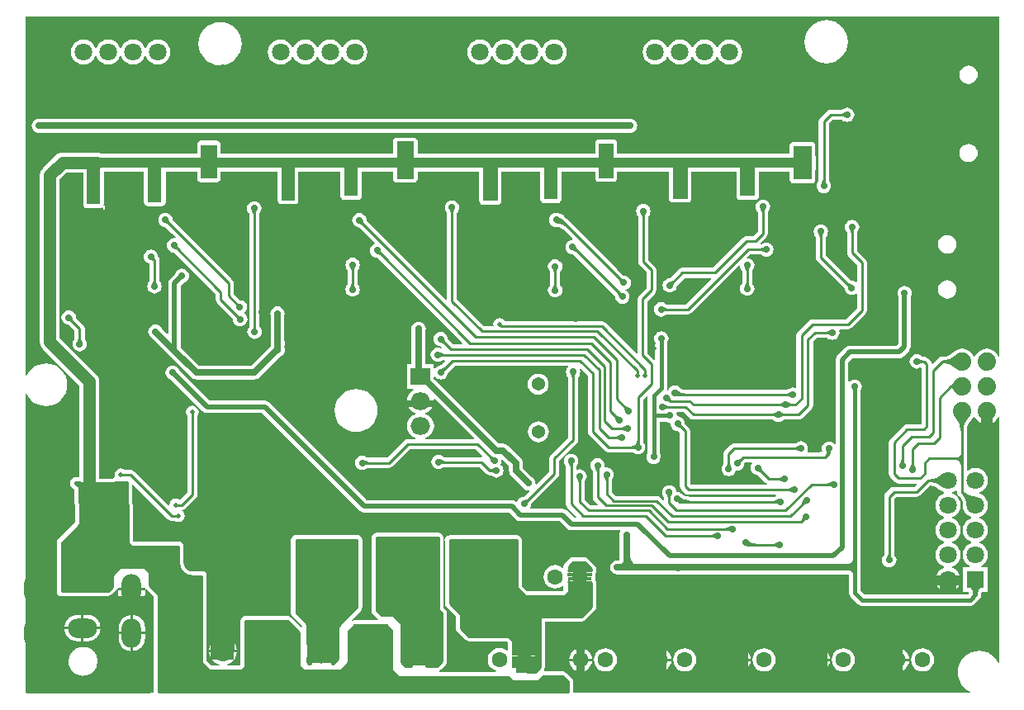
<source format=gbr>
G04 Layer_Physical_Order=2*
G04 Layer_Color=16711680*
%FSLAX26Y26*%
%MOIN*%
%TF.FileFunction,Copper,L2,Bot,Signal*%
%TF.Part,Single*%
G01*
G75*
%TA.AperFunction,NonConductor*%
%ADD10C,0.010000*%
%TA.AperFunction,Conductor*%
%ADD12C,0.010000*%
%ADD13C,0.020000*%
%ADD15C,0.015000*%
%ADD16C,0.018000*%
%ADD18C,0.025000*%
%ADD51C,0.050000*%
%ADD83R,0.119000X0.115000*%
%TA.AperFunction,ComponentPad*%
%ADD212R,0.078740X0.070866*%
%ADD213O,0.078740X0.070866*%
%ADD214C,0.062992*%
%ADD215C,0.070866*%
%ADD218C,0.074000*%
%ADD219C,0.054000*%
%ADD220O,0.082000X0.080000*%
%ADD221R,0.082000X0.082000*%
%ADD222R,0.070866X0.070866*%
%TA.AperFunction,ViaPad*%
%ADD223C,0.060000*%
%ADD224C,0.039370*%
%ADD225O,0.078740X0.118110*%
%ADD226O,0.118110X0.078740*%
%ADD227O,0.098425X0.078740*%
%ADD228C,0.020000*%
%ADD229C,0.027559*%
%ADD230C,0.028000*%
%TA.AperFunction,SMDPad,CuDef*%
%ADD231R,0.236220X0.275591*%
%TA.AperFunction,Conductor*%
%ADD232C,0.039370*%
%ADD233R,0.093707X1.014000*%
%ADD234R,0.039000X0.072000*%
%ADD235R,0.062995X0.025006*%
%ADD236R,0.021000X0.008963*%
%ADD237R,0.021000X0.010000*%
%ADD238R,0.084628X0.023000*%
%ADD239R,0.008144X0.014000*%
%ADD240R,0.093000X0.031000*%
%ADD241R,0.097999X0.018000*%
%ADD242R,0.099000X0.016000*%
%ADD243R,0.098000X0.002000*%
%ADD244R,0.025000X0.024000*%
%ADD245R,0.047120X0.024000*%
%ADD246R,0.101000X0.032000*%
%ADD247R,0.100000X0.050000*%
%ADD248R,0.019000X0.019000*%
%ADD249R,0.108000X0.059000*%
%ADD250R,0.062807X0.033193*%
%ADD251R,0.095000X0.064000*%
%ADD252R,0.131000X0.164000*%
%ADD253R,0.125000X0.109000*%
%ADD254R,0.124000X0.173000*%
%ADD255R,0.160000X0.179000*%
%ADD256R,0.073000X0.138000*%
%ADD257R,0.059000X0.176000*%
%ADD258R,0.065000X0.137000*%
%ADD259R,0.069000X0.152000*%
%ADD260R,0.059000X0.140000*%
%ADD261R,2.929000X0.042000*%
%ADD262R,0.053000X0.189000*%
%ADD263R,0.057000X0.180000*%
%ADD264R,0.053000X0.172000*%
%ADD265R,0.055000X0.156000*%
%ADD266R,0.054000X0.170000*%
%ADD267R,0.062000X0.166000*%
%ADD268R,0.061000X0.155000*%
%ADD269R,0.186000X0.171000*%
%ADD270R,0.179000X0.174000*%
%ADD271R,0.201000X0.171000*%
%ADD272R,0.181000X0.155000*%
%ADD273R,0.150000X0.044000*%
%ADD274R,0.142000X0.166000*%
%ADD275R,0.142000X0.202000*%
%ADD276R,0.138000X0.191000*%
%ADD277R,0.120000X0.167000*%
%ADD278R,0.198000X0.227000*%
%ADD279R,0.197000X0.231000*%
%ADD280R,0.201000X0.228000*%
%ADD281R,0.192000X0.111000*%
%ADD282R,0.207000X0.124000*%
%ADD283R,0.075105X0.018000*%
%ADD284R,0.019404X0.018000*%
%ADD285R,0.049000X0.017970*%
%ADD286R,0.032000X0.015719*%
%ADD287R,0.049000X0.072000*%
%ADD288R,0.119732X0.043000*%
%ADD289R,0.065000X0.054500*%
%ADD290R,0.134000X0.136000*%
%ADD291R,0.034000X0.098000*%
%ADD292R,0.037000X0.132000*%
%ADD293R,0.192000X0.087500*%
%ADD294R,0.152000X0.024000*%
%TA.AperFunction,ViaPad*%
%ADD295O,0.080000X0.098000*%
%TA.AperFunction,SMDPad,CuDef*%
%ADD296R,0.122000X0.122000*%
G36*
X-17301Y1377435D02*
X-22205Y1376459D01*
X-24113Y1381067D01*
X-32449Y1391929D01*
X-43311Y1400264D01*
X-55961Y1405504D01*
X-69535Y1407291D01*
X-83110Y1405504D01*
X-95760Y1400264D01*
X-106622Y1391929D01*
X-114957Y1381067D01*
X-117035Y1376050D01*
X-122035D01*
X-124114Y1381067D01*
X-132449Y1391929D01*
X-143311Y1400264D01*
X-155961Y1405504D01*
X-169535Y1407291D01*
X-183110Y1405504D01*
X-195760Y1400264D01*
X-206622Y1391929D01*
X-207645Y1390597D01*
X-218168Y1382522D01*
X-231974Y1376803D01*
X-243893Y1375234D01*
X-245990D01*
X-246790Y1375313D01*
Y1375234D01*
X-249535D01*
X-257339Y1373682D01*
X-263955Y1369262D01*
X-286266Y1346951D01*
X-291050Y1348402D01*
X-291696Y1351646D01*
X-296116Y1358262D01*
X-308116Y1370262D01*
X-314732Y1374682D01*
X-322535Y1376234D01*
X-330238D01*
X-330340Y1376285D01*
X-330340Y1376285D01*
X-330606Y1376396D01*
X-330872Y1376506D01*
X-330908Y1376470D01*
X-332716Y1377678D01*
X-337022Y1380981D01*
X-344022Y1383881D01*
X-351535Y1384870D01*
X-359048Y1383881D01*
X-366049Y1380981D01*
X-372061Y1376368D01*
X-376674Y1370356D01*
X-379574Y1363355D01*
X-380563Y1355842D01*
X-379574Y1348330D01*
X-376674Y1341329D01*
X-372061Y1335317D01*
X-366049Y1330704D01*
X-359048Y1327804D01*
X-351535Y1326815D01*
X-344022Y1327804D01*
X-337022Y1330704D01*
X-335412Y1331939D01*
X-330927Y1329727D01*
Y1103289D01*
X-331982Y1102234D01*
X-390535D01*
X-398339Y1100682D01*
X-404955Y1096262D01*
X-457955Y1043262D01*
X-462375Y1036646D01*
X-463927Y1028842D01*
Y902843D01*
X-463927Y902842D01*
X-463927D01*
X-462375Y895039D01*
X-457955Y888423D01*
X-438955Y869423D01*
X-432339Y865003D01*
X-424535Y863451D01*
X-424535Y863451D01*
X-353298D01*
X-351385Y858831D01*
X-359982Y850234D01*
X-442535D01*
X-450339Y848682D01*
X-456955Y844262D01*
X-476955Y824262D01*
X-481375Y817646D01*
X-482927Y809842D01*
Y575038D01*
X-482978D01*
X-483199Y574506D01*
X-483163Y574470D01*
X-484370Y572662D01*
X-487674Y568356D01*
X-490574Y561355D01*
X-491563Y553842D01*
X-490574Y546330D01*
X-487674Y539329D01*
X-483061Y533317D01*
X-477049Y528704D01*
X-470048Y525804D01*
X-462535Y524815D01*
X-455022Y525804D01*
X-448022Y528704D01*
X-442010Y533317D01*
X-437397Y539329D01*
X-434497Y546330D01*
X-433508Y553842D01*
X-434497Y561355D01*
X-437397Y568356D01*
X-440700Y572662D01*
X-441908Y574470D01*
X-441872Y574505D01*
X-441872D01*
Y574506D01*
X-441872Y574505D01*
Y574506D01*
X-441872Y574506D01*
X-442041Y574913D01*
X-442092Y575038D01*
X-442093D01*
X-442144Y575089D01*
Y801396D01*
X-434089Y809451D01*
X-351535D01*
X-343732Y811003D01*
X-337116Y815423D01*
X-298139Y854400D01*
X-297629Y854451D01*
X-295593D01*
X-284415Y852979D01*
X-271529Y847641D01*
X-261655Y840065D01*
X-260741Y838873D01*
X-250206Y830789D01*
X-241884Y827342D01*
Y822342D01*
X-250206Y818896D01*
X-260741Y810812D01*
X-268825Y800277D01*
X-273906Y788008D01*
X-275640Y774842D01*
X-273906Y761677D01*
X-268825Y749408D01*
X-260741Y738873D01*
X-250206Y730789D01*
X-241884Y727342D01*
Y722342D01*
X-250206Y718896D01*
X-260741Y710812D01*
X-268825Y700277D01*
X-273906Y688008D01*
X-275640Y674842D01*
X-273906Y661677D01*
X-268825Y649408D01*
X-260741Y638873D01*
X-250206Y630789D01*
X-241884Y627342D01*
Y622342D01*
X-250206Y618896D01*
X-260741Y610812D01*
X-268825Y600277D01*
X-273906Y588008D01*
X-275640Y574842D01*
X-273906Y561677D01*
X-268825Y549408D01*
X-260741Y538873D01*
X-250206Y530789D01*
X-241884Y527342D01*
Y522342D01*
X-250206Y518896D01*
X-260741Y510812D01*
X-268825Y500277D01*
X-273906Y488008D01*
X-274981Y479842D01*
X-174562D01*
X-175637Y488008D01*
X-180718Y500277D01*
X-188802Y510812D01*
X-199337Y518896D01*
X-211606Y523977D01*
Y525708D01*
X-199337Y530789D01*
X-188802Y538873D01*
X-180718Y549408D01*
X-175637Y561677D01*
X-173903Y574842D01*
X-175637Y588008D01*
X-180718Y600277D01*
X-188802Y610812D01*
X-199337Y618896D01*
X-211606Y623977D01*
Y625708D01*
X-199337Y630789D01*
X-188802Y638873D01*
X-180718Y649408D01*
X-175637Y661677D01*
X-173903Y674842D01*
X-175637Y688008D01*
X-180718Y700277D01*
X-188802Y710812D01*
X-199337Y718896D01*
X-211606Y723977D01*
Y725708D01*
X-199337Y730789D01*
X-188802Y738873D01*
X-180718Y749408D01*
X-175637Y761677D01*
X-173903Y774842D01*
X-175637Y788008D01*
X-180718Y800277D01*
X-188802Y810812D01*
X-199337Y818896D01*
X-211606Y823977D01*
Y825708D01*
X-199337Y830789D01*
X-194412Y834569D01*
X-189927Y832358D01*
Y829843D01*
X-188375Y822039D01*
X-183955Y815423D01*
X-180907Y812376D01*
X-180950Y812333D01*
X-180472Y811941D01*
X-179033Y810502D01*
X-172169Y801557D01*
X-166832Y788671D01*
X-165207Y776332D01*
X-165404Y774842D01*
X-163670Y761677D01*
X-158589Y749408D01*
X-150505Y738873D01*
X-139969Y730789D01*
X-131648Y727342D01*
Y722342D01*
X-139969Y718896D01*
X-150505Y710812D01*
X-158589Y700277D01*
X-163670Y688008D01*
X-165404Y674842D01*
X-163670Y661677D01*
X-158589Y649408D01*
X-150505Y638873D01*
X-139969Y630789D01*
X-131648Y627342D01*
Y622342D01*
X-139969Y618896D01*
X-150505Y610812D01*
X-158589Y600277D01*
X-163670Y588008D01*
X-165404Y574842D01*
X-163670Y561677D01*
X-158589Y549408D01*
X-150505Y538873D01*
X-139969Y530789D01*
X-138497Y530179D01*
X-139472Y525275D01*
X-164968D01*
Y424409D01*
X-142945D01*
X-141031Y419790D01*
X-145038Y415783D01*
X-563033D01*
X-578595Y431345D01*
Y528154D01*
X-577065Y535842D01*
Y1240129D01*
X-574497Y1246330D01*
X-573508Y1253842D01*
X-574497Y1261355D01*
X-577397Y1268356D01*
X-582010Y1274368D01*
X-588021Y1278981D01*
X-595023Y1281881D01*
X-602535Y1282870D01*
X-610048Y1281881D01*
X-617049Y1278981D01*
X-622561Y1274752D01*
X-627046Y1276963D01*
Y1352284D01*
X-610977Y1368353D01*
X-423535D01*
X-413781Y1370293D01*
X-405511Y1375819D01*
X-382511Y1398819D01*
X-376986Y1407088D01*
X-375046Y1416842D01*
X-375045Y1416842D01*
X-375046Y1416842D01*
Y1416843D01*
Y1618176D01*
X-372497Y1624330D01*
X-371508Y1631842D01*
X-372497Y1639355D01*
X-375397Y1646356D01*
X-380010Y1652368D01*
X-386022Y1656981D01*
X-393022Y1659881D01*
X-400535Y1660870D01*
X-408048Y1659881D01*
X-415049Y1656981D01*
X-421061Y1652368D01*
X-425674Y1646356D01*
X-428574Y1639355D01*
X-429563Y1631842D01*
X-428574Y1624330D01*
X-426025Y1618176D01*
Y1427401D01*
X-434094Y1419332D01*
X-621535D01*
X-631290Y1417392D01*
X-639559Y1411867D01*
X-670559Y1380867D01*
X-676085Y1372597D01*
X-678025Y1362842D01*
Y1023044D01*
X-682760Y1021436D01*
X-685010Y1024368D01*
X-691021Y1028981D01*
X-698023Y1031881D01*
X-705535Y1032870D01*
X-713048Y1031881D01*
X-720049Y1028981D01*
X-726061Y1024368D01*
X-730674Y1018356D01*
X-733574Y1011355D01*
X-734563Y1003842D01*
X-733574Y996330D01*
X-733211Y995453D01*
X-735568Y991044D01*
X-749695Y988234D01*
X-790764D01*
X-793542Y992392D01*
X-791497Y997330D01*
X-790508Y1004842D01*
X-791497Y1012355D01*
X-794397Y1019356D01*
X-799010Y1025368D01*
X-805021Y1029981D01*
X-812023Y1032881D01*
X-819535Y1033870D01*
X-827048Y1032881D01*
X-834049Y1029981D01*
X-838355Y1026678D01*
X-840109Y1025506D01*
X-840199Y1025506D01*
Y1025506D01*
X-840465Y1025396D01*
X-840731Y1025285D01*
Y1025285D01*
X-840782Y1025234D01*
X-1088535D01*
X-1096339Y1023682D01*
X-1102955Y1019262D01*
X-1124955Y997262D01*
X-1129375Y990646D01*
X-1130927Y982842D01*
Y943038D01*
X-1130978D01*
X-1131199Y942506D01*
X-1131163Y942470D01*
X-1132370Y940662D01*
X-1135674Y936356D01*
X-1138574Y929355D01*
X-1139563Y921842D01*
X-1138574Y914330D01*
X-1135674Y907329D01*
X-1131061Y901317D01*
X-1125049Y896704D01*
X-1118048Y893804D01*
X-1110535Y892815D01*
X-1103023Y893804D01*
X-1096022Y896704D01*
X-1090010Y901317D01*
X-1085397Y907329D01*
X-1082497Y914330D01*
X-1082332Y915578D01*
X-1076535Y914815D01*
X-1069023Y915804D01*
X-1062022Y918704D01*
X-1056010Y923317D01*
X-1051397Y929329D01*
X-1048497Y936330D01*
X-1047789Y941709D01*
X-1047364Y943842D01*
X-1047313Y943842D01*
Y943842D01*
X-1047313Y943842D01*
X-1047313D01*
X-1047203Y944109D01*
X-1047092Y944375D01*
Y944375D01*
X-1047100Y944382D01*
X-1047128Y944411D01*
X-1044089Y947451D01*
X-1017883D01*
X-1015672Y942966D01*
X-1017674Y940356D01*
X-1020574Y933355D01*
X-1021563Y925842D01*
X-1020574Y918330D01*
X-1017674Y911329D01*
X-1013061Y905317D01*
X-1007049Y900704D01*
X-1000048Y897804D01*
X-994669Y897096D01*
X-992535Y896671D01*
Y896620D01*
X-992536Y896620D01*
X-992535D01*
X-992535Y896620D01*
X-992003Y896400D01*
X-961955Y866423D01*
X-961955Y866423D01*
X-956860Y863019D01*
X-958311Y858234D01*
X-1264089D01*
X-1266144Y860289D01*
Y1074842D01*
X-1267696Y1082646D01*
X-1272116Y1089262D01*
X-1287128Y1104274D01*
X-1287129Y1104274D01*
X-1287093Y1104310D01*
X-1287093D01*
Y1104310D01*
X-1287093Y1104310D01*
Y1104310D01*
X-1287092Y1104310D01*
X-1287261Y1104718D01*
X-1287313Y1104843D01*
X-1287364D01*
X-1287789Y1106976D01*
X-1288497Y1112355D01*
X-1291397Y1119356D01*
X-1296010Y1125368D01*
X-1302022Y1129981D01*
X-1309023Y1132881D01*
X-1316535Y1133870D01*
X-1319624Y1136959D01*
X-1319508Y1137842D01*
X-1320497Y1145355D01*
X-1321299Y1147293D01*
X-1318522Y1151451D01*
X-1292982D01*
X-1267955Y1126423D01*
X-1267955D01*
X-1267955Y1126423D01*
X-1267955Y1126423D01*
Y1126423D01*
X-1261339Y1122003D01*
X-1253535Y1120451D01*
X-930731D01*
Y1120400D01*
X-930731Y1120400D01*
X-930731D01*
X-930731Y1120400D01*
X-930199Y1120179D01*
X-930163Y1120215D01*
X-928355Y1119007D01*
X-924049Y1115704D01*
X-917048Y1112804D01*
X-909535Y1111815D01*
X-902023Y1112804D01*
X-895021Y1115704D01*
X-890716Y1119007D01*
X-888908Y1120215D01*
X-888872Y1120179D01*
X-888872Y1120179D01*
X-888872Y1120179D01*
X-888872Y1120179D01*
X-888340Y1120400D01*
Y1120400D01*
X-888289Y1120451D01*
X-829535D01*
X-821732Y1122003D01*
X-815116Y1126423D01*
X-776116Y1165423D01*
X-771696Y1172039D01*
X-770144Y1179842D01*
Y1436396D01*
X-755089Y1451451D01*
X-713731D01*
Y1451400D01*
X-713731Y1451400D01*
X-713731D01*
X-713731Y1451400D01*
X-713199Y1451179D01*
X-713163Y1451215D01*
X-711355Y1450007D01*
X-707049Y1446704D01*
X-700048Y1443804D01*
X-692535Y1442815D01*
X-685023Y1443804D01*
X-678021Y1446704D01*
X-672010Y1451317D01*
X-667397Y1457329D01*
X-664497Y1464330D01*
X-663508Y1471842D01*
X-664497Y1479355D01*
X-665299Y1481293D01*
X-662521Y1485451D01*
X-628535D01*
X-620732Y1487003D01*
X-614116Y1491423D01*
X-558116Y1547423D01*
X-553696Y1554039D01*
X-552144Y1561842D01*
X-552144Y1561843D01*
Y1754842D01*
X-553696Y1762646D01*
X-558116Y1769262D01*
X-592144Y1803289D01*
Y1877647D01*
X-592093Y1877647D01*
Y1877647D01*
X-592092Y1877647D01*
X-592093D01*
X-591982Y1877913D01*
X-591872Y1878179D01*
X-591908Y1878215D01*
X-590700Y1880023D01*
X-587397Y1884329D01*
X-584497Y1891330D01*
X-583508Y1898842D01*
X-584497Y1906355D01*
X-587397Y1913356D01*
X-592010Y1919368D01*
X-598021Y1923981D01*
X-605023Y1926881D01*
X-612535Y1927870D01*
X-620048Y1926881D01*
X-627049Y1923981D01*
X-633061Y1919368D01*
X-637674Y1913356D01*
X-640574Y1906355D01*
X-641563Y1898842D01*
X-640574Y1891330D01*
X-637674Y1884329D01*
X-634370Y1880023D01*
X-633163Y1878215D01*
X-633198Y1878179D01*
X-633199Y1878179D01*
X-633199Y1878179D01*
X-632978Y1877647D01*
X-632978D01*
X-632927Y1877596D01*
Y1794843D01*
X-632927Y1794842D01*
X-632927D01*
X-631375Y1787039D01*
X-626955Y1780423D01*
X-592927Y1746396D01*
Y1678190D01*
X-597412Y1675979D01*
X-600021Y1677981D01*
X-607023Y1680881D01*
X-612402Y1681589D01*
X-614535Y1682014D01*
Y1682064D01*
X-614535Y1682065D01*
Y1682065D01*
X-614535D01*
X-614535Y1682065D01*
X-614802Y1682175D01*
X-615068Y1682285D01*
X-640988Y1708133D01*
X-718144Y1785289D01*
Y1859647D01*
X-718093Y1859647D01*
Y1859647D01*
X-718092Y1859647D01*
X-718093D01*
X-717982Y1859913D01*
X-717872Y1860179D01*
X-717908Y1860215D01*
X-716700Y1862023D01*
X-713397Y1866329D01*
X-710497Y1873330D01*
X-709508Y1880842D01*
X-710497Y1888355D01*
X-713397Y1895356D01*
X-718010Y1901368D01*
X-724021Y1905981D01*
X-731023Y1908881D01*
X-738535Y1909870D01*
X-746048Y1908881D01*
X-753049Y1905981D01*
X-759061Y1901368D01*
X-763674Y1895356D01*
X-766574Y1888355D01*
X-767563Y1880842D01*
X-766574Y1873330D01*
X-763674Y1866329D01*
X-760370Y1862023D01*
X-759163Y1860215D01*
X-759198Y1860179D01*
X-759199Y1860179D01*
X-759199Y1860179D01*
X-758978Y1859647D01*
X-758978D01*
X-758927Y1859596D01*
Y1776843D01*
X-758927Y1776842D01*
X-758927D01*
X-757375Y1769039D01*
X-752955Y1762423D01*
X-643942Y1653411D01*
X-643942Y1653411D01*
X-643978Y1653375D01*
X-643978Y1653375D01*
X-643978Y1653375D01*
X-643758Y1652842D01*
X-643707D01*
X-643282Y1650709D01*
X-642574Y1645330D01*
X-639674Y1638329D01*
X-635061Y1632317D01*
X-629049Y1627704D01*
X-622048Y1624804D01*
X-614535Y1623815D01*
X-607023Y1624804D01*
X-600021Y1627704D01*
X-597412Y1629706D01*
X-592927Y1627495D01*
Y1570289D01*
X-636982Y1526234D01*
X-772535D01*
X-780339Y1524682D01*
X-786955Y1520262D01*
X-830955Y1476262D01*
X-835375Y1469646D01*
X-836927Y1461842D01*
Y1251442D01*
X-841085Y1248664D01*
X-844023Y1249881D01*
X-851535Y1250870D01*
X-859048Y1249881D01*
X-866049Y1246981D01*
X-870355Y1243678D01*
X-872109Y1242506D01*
X-872199Y1242506D01*
Y1242506D01*
X-872465Y1242396D01*
X-872731Y1242285D01*
Y1242285D01*
X-872782Y1242234D01*
X-1288040D01*
X-1288427Y1242285D01*
X-1294338Y1243063D01*
X-1301152Y1245886D01*
X-1306897Y1250294D01*
X-1306908Y1250470D01*
Y1250470D01*
X-1308716Y1251678D01*
X-1313022Y1254981D01*
X-1320023Y1257881D01*
X-1327535Y1258870D01*
X-1335048Y1257881D01*
X-1342049Y1254981D01*
X-1348061Y1250368D01*
X-1352674Y1244356D01*
X-1355236Y1238173D01*
X-1360535Y1238870D01*
X-1360760Y1239232D01*
X-1359928Y1240478D01*
X-1359619Y1242032D01*
X-1358065Y1249842D01*
Y1433457D01*
X-1357397Y1434329D01*
X-1354497Y1441330D01*
X-1353508Y1448842D01*
X-1354497Y1456355D01*
X-1357397Y1463356D01*
X-1362010Y1469368D01*
X-1368022Y1473981D01*
X-1375023Y1476881D01*
X-1382535Y1477870D01*
X-1390048Y1476881D01*
X-1397049Y1473981D01*
X-1403061Y1469368D01*
X-1407674Y1463356D01*
X-1410574Y1456355D01*
X-1411563Y1448842D01*
X-1410574Y1441330D01*
X-1407674Y1434329D01*
X-1407006Y1433457D01*
Y1364841D01*
X-1411625Y1362928D01*
X-1437608Y1388911D01*
Y1600089D01*
X-1408116Y1629581D01*
X-1403696Y1636196D01*
X-1402144Y1644000D01*
X-1402143Y1644000D01*
X-1402144Y1644000D01*
Y1644000D01*
Y1725842D01*
X-1403696Y1733646D01*
X-1408116Y1740262D01*
X-1434842Y1766988D01*
Y1941948D01*
X-1434791Y1941948D01*
Y1941948D01*
X-1434791Y1941948D01*
X-1434791D01*
X-1434681Y1942215D01*
X-1434571Y1942481D01*
X-1434607Y1942517D01*
X-1434087Y1943294D01*
X-1433399Y1944324D01*
X-1430095Y1948630D01*
X-1427195Y1955631D01*
X-1426206Y1963144D01*
X-1427195Y1970657D01*
X-1430095Y1977658D01*
X-1434708Y1983670D01*
X-1440720Y1988283D01*
X-1447721Y1991183D01*
X-1455234Y1992172D01*
X-1462747Y1991183D01*
X-1469748Y1988283D01*
X-1475760Y1983670D01*
X-1480373Y1977658D01*
X-1483273Y1970657D01*
X-1484262Y1963144D01*
X-1483273Y1955631D01*
X-1480373Y1948630D01*
X-1477069Y1944324D01*
X-1476381Y1943294D01*
X-1475861Y1942517D01*
X-1475897Y1942481D01*
X-1475897Y1942481D01*
X-1475897Y1942481D01*
X-1475677Y1941948D01*
X-1475677D01*
X-1475626Y1941897D01*
Y1758541D01*
X-1475626Y1758541D01*
X-1475626D01*
X-1474074Y1750737D01*
X-1469653Y1744122D01*
X-1442927Y1717396D01*
Y1652447D01*
X-1472419Y1622955D01*
X-1476840Y1616339D01*
X-1478392Y1608535D01*
Y1389763D01*
X-1483011Y1387850D01*
X-1607581Y1512419D01*
X-1614196Y1516840D01*
X-1622000Y1518392D01*
X-2013213D01*
X-2016976Y1524024D01*
X-2025245Y1529550D01*
X-2035000Y1531490D01*
X-2044755Y1529550D01*
X-2053024Y1524024D01*
X-2058550Y1515755D01*
X-2060490Y1506000D01*
X-2059745Y1502257D01*
X-2062917Y1498392D01*
X-2098246D01*
X-2207144Y1607289D01*
Y1956647D01*
X-2207093Y1956647D01*
Y1956647D01*
X-2207093Y1956647D01*
X-2207093D01*
X-2206982Y1956913D01*
X-2206872Y1957179D01*
X-2206908Y1957215D01*
X-2205700Y1959023D01*
X-2202397Y1963329D01*
X-2199497Y1970330D01*
X-2198508Y1977842D01*
X-2199497Y1985355D01*
X-2202397Y1992356D01*
X-2207010Y1998368D01*
X-2213021Y2002981D01*
X-2220023Y2005881D01*
X-2227535Y2006870D01*
X-2235048Y2005881D01*
X-2242049Y2002981D01*
X-2248061Y1998368D01*
X-2252674Y1992356D01*
X-2255574Y1985355D01*
X-2256563Y1977842D01*
X-2255574Y1970330D01*
X-2252674Y1963329D01*
X-2249370Y1959023D01*
X-2248163Y1957215D01*
X-2248198Y1957179D01*
X-2248199Y1957179D01*
X-2248199Y1957179D01*
X-2247978Y1956647D01*
X-2247978D01*
X-2247927Y1956596D01*
Y1607606D01*
X-2252547Y1605692D01*
X-2572128Y1925274D01*
X-2572129Y1925274D01*
X-2572093Y1925310D01*
X-2572093D01*
Y1925310D01*
X-2572093Y1925310D01*
Y1925310D01*
X-2572093Y1925310D01*
X-2572261Y1925718D01*
X-2572313Y1925843D01*
X-2572364D01*
X-2572789Y1927976D01*
X-2573497Y1933355D01*
X-2576397Y1940356D01*
X-2581010Y1946368D01*
X-2587021Y1950981D01*
X-2594023Y1953881D01*
X-2601535Y1954870D01*
X-2609048Y1953881D01*
X-2616049Y1950981D01*
X-2622061Y1946368D01*
X-2626674Y1940356D01*
X-2629574Y1933355D01*
X-2630563Y1925842D01*
X-2629574Y1918330D01*
X-2626674Y1911329D01*
X-2622061Y1905317D01*
X-2616049Y1900704D01*
X-2609048Y1897804D01*
X-2603669Y1897096D01*
X-2602686Y1896900D01*
X-2601535Y1896671D01*
Y1896620D01*
X-2601536Y1896620D01*
X-2601535D01*
X-2601535Y1896620D01*
X-2601003Y1896400D01*
X-2575083Y1870552D01*
X-2539781Y1835249D01*
X-2540756Y1830345D01*
X-2544049Y1828981D01*
X-2550061Y1824368D01*
X-2554674Y1818356D01*
X-2557574Y1811355D01*
X-2558563Y1803842D01*
X-2557574Y1796330D01*
X-2554674Y1789329D01*
X-2550061Y1783317D01*
X-2544049Y1778704D01*
X-2537048Y1775804D01*
X-2531669Y1775096D01*
X-2529535Y1774671D01*
Y1774620D01*
X-2529536Y1774620D01*
X-2529535D01*
X-2529535Y1774620D01*
X-2529003Y1774400D01*
X-2503083Y1748552D01*
X-2184385Y1429854D01*
X-2186298Y1425234D01*
X-2223089D01*
X-2243128Y1445274D01*
X-2243129Y1445274D01*
X-2243093Y1445310D01*
X-2243093D01*
Y1445310D01*
X-2243093Y1445310D01*
Y1445310D01*
X-2243093Y1445310D01*
X-2243261Y1445718D01*
X-2243313Y1445843D01*
X-2243364D01*
X-2243789Y1447976D01*
X-2244497Y1453355D01*
X-2247397Y1460356D01*
X-2252010Y1466368D01*
X-2258021Y1470981D01*
X-2265023Y1473881D01*
X-2272535Y1474870D01*
X-2280048Y1473881D01*
X-2287049Y1470981D01*
X-2293061Y1466368D01*
X-2297674Y1460356D01*
X-2300574Y1453355D01*
X-2301563Y1445842D01*
X-2300574Y1438330D01*
X-2297674Y1431329D01*
X-2293061Y1425317D01*
X-2287049Y1420704D01*
X-2280048Y1417804D01*
X-2274669Y1417096D01*
X-2272535Y1416671D01*
Y1416620D01*
X-2272536Y1416620D01*
X-2272535D01*
X-2272535Y1416620D01*
X-2272003Y1416400D01*
X-2272003D01*
X-2271998Y1416404D01*
X-2271967Y1416435D01*
Y1416435D01*
X-2267971Y1412440D01*
X-2270749Y1408283D01*
X-2277023Y1410881D01*
X-2284535Y1411870D01*
X-2292048Y1410881D01*
X-2299049Y1407981D01*
X-2305061Y1403368D01*
X-2309674Y1397356D01*
X-2312574Y1390355D01*
X-2313563Y1382842D01*
X-2312574Y1375330D01*
X-2309674Y1368329D01*
X-2305061Y1362317D01*
X-2299049Y1357704D01*
X-2292048Y1354804D01*
X-2284535Y1353815D01*
X-2277023Y1354804D01*
X-2270021Y1357704D01*
X-2265716Y1361007D01*
X-2263908Y1362215D01*
X-2263872Y1362179D01*
X-2263872Y1362179D01*
X-2263872Y1362179D01*
X-2263872Y1362179D01*
X-2263340Y1362400D01*
Y1362400D01*
X-2263289Y1362451D01*
X-2257298D01*
X-2255385Y1357831D01*
X-2271931Y1341285D01*
X-2272003Y1341285D01*
Y1341285D01*
X-2272269Y1341175D01*
X-2272536Y1341065D01*
Y1341014D01*
X-2274669Y1340589D01*
X-2280048Y1339881D01*
X-2287049Y1336981D01*
X-2293061Y1332368D01*
X-2295895Y1328675D01*
X-2300630Y1330282D01*
Y1345433D01*
X-2334798D01*
Y1479602D01*
X-2334497Y1480330D01*
X-2333508Y1487842D01*
X-2334497Y1495355D01*
X-2337397Y1502356D01*
X-2342010Y1508368D01*
X-2348021Y1512981D01*
X-2355023Y1515881D01*
X-2362535Y1516870D01*
X-2370048Y1515881D01*
X-2377049Y1512981D01*
X-2383061Y1508368D01*
X-2387674Y1502356D01*
X-2390574Y1495355D01*
X-2391563Y1487842D01*
X-2390574Y1480330D01*
X-2390273Y1479602D01*
Y1345433D01*
X-2409370D01*
Y1244567D01*
X-2383874D01*
X-2382899Y1239663D01*
X-2384371Y1239053D01*
X-2394906Y1230969D01*
X-2402990Y1220434D01*
X-2408072Y1208166D01*
X-2409147Y1200000D01*
X-2300853D01*
X-2301158Y1202316D01*
X-2296673Y1204528D01*
X-2138999Y1046854D01*
X-2140913Y1042234D01*
X-2333848D01*
X-2334823Y1047138D01*
X-2325629Y1050947D01*
X-2315094Y1059031D01*
X-2307010Y1069566D01*
X-2301928Y1081834D01*
X-2300195Y1095000D01*
X-2301928Y1108166D01*
X-2307010Y1120434D01*
X-2315094Y1130969D01*
X-2325629Y1139053D01*
X-2337897Y1144135D01*
Y1145865D01*
X-2325629Y1150947D01*
X-2315094Y1159031D01*
X-2307010Y1169566D01*
X-2301928Y1181834D01*
X-2300853Y1190000D01*
X-2409147D01*
X-2408072Y1181834D01*
X-2402990Y1169566D01*
X-2394906Y1159031D01*
X-2384371Y1150947D01*
X-2376050Y1147500D01*
Y1142500D01*
X-2384371Y1139053D01*
X-2394906Y1130969D01*
X-2402990Y1120434D01*
X-2408072Y1108166D01*
X-2409805Y1095000D01*
X-2408072Y1081834D01*
X-2402990Y1069566D01*
X-2394906Y1059031D01*
X-2384371Y1050947D01*
X-2375177Y1047138D01*
X-2376152Y1042234D01*
X-2406535D01*
X-2414339Y1040682D01*
X-2420955Y1036262D01*
X-2489982Y967234D01*
X-2568238D01*
X-2568340Y967285D01*
X-2568340Y967285D01*
X-2568606Y967395D01*
X-2568872Y967506D01*
X-2568908Y967470D01*
X-2570716Y968678D01*
X-2575021Y971981D01*
X-2582023Y974881D01*
X-2589535Y975870D01*
X-2597048Y974881D01*
X-2604049Y971981D01*
X-2610061Y967368D01*
X-2614674Y961356D01*
X-2617574Y954355D01*
X-2618563Y946842D01*
X-2617574Y939330D01*
X-2614674Y932329D01*
X-2610061Y926317D01*
X-2604049Y921704D01*
X-2597048Y918804D01*
X-2589535Y917815D01*
X-2582023Y918804D01*
X-2575021Y921704D01*
X-2570716Y925007D01*
X-2568908Y926215D01*
X-2568872Y926179D01*
X-2568872Y926179D01*
X-2568872Y926179D01*
X-2568872Y926179D01*
X-2568340Y926400D01*
Y926400D01*
X-2568289Y926451D01*
X-2481535D01*
X-2473732Y928003D01*
X-2467116Y932423D01*
X-2398089Y1001451D01*
X-2132982D01*
X-2105926Y974395D01*
X-2108283Y969985D01*
X-2109535Y970234D01*
X-2260238D01*
X-2260340Y970285D01*
X-2260340Y970285D01*
X-2260606Y970395D01*
X-2260872Y970506D01*
X-2260908Y970470D01*
X-2262716Y971678D01*
X-2267021Y974981D01*
X-2274023Y977881D01*
X-2281535Y978870D01*
X-2289048Y977881D01*
X-2296049Y974981D01*
X-2302061Y970368D01*
X-2306674Y964356D01*
X-2309574Y957355D01*
X-2310563Y949842D01*
X-2309574Y942330D01*
X-2306674Y935329D01*
X-2302061Y929317D01*
X-2296049Y924704D01*
X-2289048Y921804D01*
X-2281535Y920815D01*
X-2274023Y921804D01*
X-2267021Y924704D01*
X-2262716Y928007D01*
X-2260908Y929215D01*
X-2260872Y929179D01*
X-2260872Y929179D01*
X-2260872Y929179D01*
X-2260872Y929179D01*
X-2260340Y929400D01*
Y929400D01*
X-2260289Y929451D01*
X-2117982D01*
X-2089955Y901423D01*
X-2083339Y897003D01*
X-2075535Y895451D01*
X-2075535Y895451D01*
X-2069731D01*
Y895400D01*
X-2069731Y895400D01*
X-2069731D01*
X-2069731Y895400D01*
X-2069199Y895179D01*
X-2069163Y895215D01*
X-2067355Y894007D01*
X-2063049Y890704D01*
X-2056048Y887804D01*
X-2048535Y886815D01*
X-2041023Y887804D01*
X-2034022Y890704D01*
X-2028010Y895317D01*
X-2023397Y901329D01*
X-2020497Y908330D01*
X-2019508Y915842D01*
X-2020497Y923355D01*
X-2023397Y930356D01*
X-2028010Y936368D01*
X-2031344Y938927D01*
X-2031397Y939329D01*
X-2028497Y946330D01*
X-2027508Y953842D01*
X-2027924Y957001D01*
X-2023439Y959213D01*
X-1997273Y933046D01*
Y914842D01*
X-1996328Y907664D01*
X-1994704Y903745D01*
X-1993557Y900974D01*
X-1989149Y895229D01*
X-1944976Y851056D01*
X-1944674Y850329D01*
X-1940061Y844317D01*
X-1934049Y839704D01*
X-1927048Y836804D01*
X-1919535Y835815D01*
X-1916728Y836184D01*
X-1914516Y831700D01*
X-1935931Y810285D01*
X-1936003Y810285D01*
Y810285D01*
X-1936269Y810175D01*
X-1936536Y810065D01*
Y810014D01*
X-1938669Y809589D01*
X-1944048Y808881D01*
X-1951049Y805981D01*
X-1957061Y801368D01*
X-1961674Y795356D01*
X-1963754Y790336D01*
X-1968539Y788885D01*
X-1976781Y794392D01*
X-1986535Y796332D01*
X-2570977D01*
X-2965511Y1190867D01*
X-2973781Y1196392D01*
X-2983535Y1198332D01*
X-3205977D01*
X-3327530Y1319885D01*
X-3329861Y1325514D01*
X-3334474Y1331526D01*
X-3340486Y1336139D01*
X-3347487Y1339039D01*
X-3355000Y1340028D01*
X-3362513Y1339039D01*
X-3369514Y1336139D01*
X-3375526Y1331526D01*
X-3380139Y1325514D01*
X-3383039Y1318513D01*
X-3384028Y1311000D01*
X-3383039Y1303487D01*
X-3380139Y1296486D01*
X-3375526Y1290474D01*
X-3369514Y1285861D01*
X-3362836Y1283095D01*
X-3234559Y1154819D01*
X-3226290Y1149293D01*
X-3216535Y1147353D01*
X-2994094D01*
X-2599559Y752818D01*
X-2591290Y747293D01*
X-2581535Y745353D01*
X-1997094D01*
X-1969559Y717818D01*
X-1969560D01*
X-1969559Y717818D01*
X-1969559Y717818D01*
Y717818D01*
X-1961290Y712293D01*
X-1951535Y710353D01*
X-1792094D01*
X-1763559Y681818D01*
X-1755290Y676293D01*
X-1745535Y674353D01*
X-1549726D01*
X-1547514Y669868D01*
X-1548674Y668356D01*
X-1551574Y661355D01*
X-1552563Y653842D01*
X-1551574Y646330D01*
X-1551273Y645602D01*
Y579630D01*
X-1551530D01*
X-1551273Y577014D01*
Y551961D01*
X-1553189Y551580D01*
X-1557882D01*
X-1558567Y551716D01*
X-1558601Y551580D01*
X-1560245D01*
X-1563535Y552234D01*
X-1571339Y550682D01*
X-1577955Y546262D01*
X-1579494Y543958D01*
X-1580149Y543456D01*
X-1584557Y537711D01*
X-1587328Y531021D01*
X-1588273Y523842D01*
X-1587328Y516664D01*
X-1584557Y509974D01*
X-1580149Y504229D01*
X-1574404Y499821D01*
X-1567714Y497050D01*
X-1560535Y496105D01*
X-1549776D01*
X-1549048Y495804D01*
X-1541535Y494815D01*
X-1534023Y495804D01*
X-1533295Y496105D01*
X-1327190D01*
X-1324048Y494804D01*
X-1316535Y493815D01*
X-1309023Y494804D01*
X-1305881Y496105D01*
X-1118776D01*
X-1118048Y495804D01*
X-1110535Y494815D01*
X-1103023Y495804D01*
X-1102295Y496105D01*
X-894742D01*
X-892535Y495815D01*
X-890329Y496105D01*
X-682742D01*
X-680535Y495815D01*
X-678329Y496105D01*
X-624708D01*
X-624476Y495758D01*
Y421842D01*
X-622730Y413063D01*
X-617757Y405621D01*
X-588757Y376621D01*
X-588757D01*
X-588757Y376621D01*
X-588757Y376621D01*
Y376621D01*
X-581314Y371648D01*
X-572535Y369902D01*
X-135535D01*
X-126756Y371648D01*
X-119314Y376621D01*
X-98314Y397621D01*
X-93341Y405063D01*
X-91595Y413842D01*
Y415338D01*
X-90773Y421581D01*
X-89601Y424409D01*
X-64102D01*
Y525275D01*
X-89598D01*
X-90573Y530179D01*
X-89101Y530789D01*
X-78566Y538873D01*
X-70482Y549408D01*
X-65400Y561677D01*
X-63667Y574842D01*
X-65400Y588008D01*
X-70482Y600277D01*
X-78566Y610812D01*
X-89101Y618896D01*
X-101370Y623977D01*
Y625708D01*
X-89101Y630789D01*
X-78566Y638873D01*
X-70482Y649408D01*
X-65400Y661677D01*
X-63667Y674842D01*
X-65400Y688008D01*
X-70482Y700277D01*
X-78566Y710812D01*
X-89101Y718896D01*
X-101370Y723977D01*
Y725708D01*
X-89101Y730789D01*
X-78566Y738873D01*
X-70482Y749408D01*
X-65400Y761677D01*
X-63667Y774842D01*
X-65400Y788008D01*
X-70482Y800277D01*
X-78566Y810812D01*
X-89101Y818896D01*
X-101370Y823977D01*
Y825708D01*
X-89101Y830789D01*
X-78566Y838873D01*
X-70482Y849408D01*
X-65400Y861677D01*
X-63667Y874842D01*
X-65400Y888008D01*
X-70482Y900277D01*
X-78566Y910812D01*
X-89101Y918896D01*
X-101370Y923977D01*
X-114535Y925711D01*
X-127701Y923977D01*
X-139969Y918896D01*
X-144659Y915297D01*
X-149144Y917509D01*
Y1077588D01*
X-149065D01*
X-149144Y1078388D01*
Y1080485D01*
X-147575Y1092404D01*
X-141856Y1106210D01*
X-133781Y1116733D01*
X-132449Y1117756D01*
X-124114Y1128618D01*
X-122035Y1133635D01*
X-117035D01*
X-114957Y1128618D01*
X-106622Y1117756D01*
X-95760Y1109421D01*
X-83110Y1104181D01*
X-74535Y1103052D01*
Y1154852D01*
X-64535D01*
Y1103052D01*
X-55961Y1104181D01*
X-43311Y1109421D01*
X-32449Y1117756D01*
X-24113Y1128618D01*
X-22205Y1133226D01*
X-17301Y1132251D01*
Y141207D01*
X-22151Y139992D01*
X-27137Y149320D01*
X-37966Y162515D01*
X-51160Y173343D01*
X-66214Y181390D01*
X-82548Y186345D01*
X-99535Y188018D01*
X-116522Y186345D01*
X-132857Y181390D01*
X-147911Y173343D01*
X-161105Y162515D01*
X-171934Y149320D01*
X-179980Y134266D01*
X-184935Y117932D01*
X-186608Y100945D01*
X-184935Y83958D01*
X-179980Y67624D01*
X-171934Y52570D01*
X-161105Y39375D01*
X-147911Y28547D01*
X-135946Y22151D01*
X-137160Y17301D01*
X-1734131D01*
X-1737303Y21166D01*
X-1737144Y21968D01*
X-1737143Y21968D01*
X-1737144Y21968D01*
Y21969D01*
Y61843D01*
X-1738696Y69646D01*
X-1743116Y76262D01*
X-1767116Y100262D01*
X-1773732Y104682D01*
X-1781535Y106234D01*
X-1854275D01*
X-1856632Y110644D01*
X-1853696Y115039D01*
X-1852144Y122843D01*
Y306451D01*
X-1704535D01*
X-1696732Y308003D01*
X-1690116Y312423D01*
X-1651116Y351423D01*
X-1646696Y358039D01*
X-1645144Y365842D01*
X-1645143Y365842D01*
X-1645144Y365842D01*
Y365843D01*
Y461806D01*
X-1646696Y469609D01*
X-1647241Y470425D01*
Y470843D01*
X-1647241Y470845D01*
Y488842D01*
X-1647242Y488844D01*
Y502842D01*
X-1647242Y502842D01*
Y503259D01*
X-1646696Y504076D01*
X-1645144Y511879D01*
Y517842D01*
X-1645143Y517842D01*
X-1646696Y525646D01*
X-1651116Y532262D01*
X-1678116Y559262D01*
X-1684732Y563682D01*
X-1692535Y565234D01*
X-1739535D01*
X-1747339Y563682D01*
X-1753955Y559262D01*
X-1770955Y542262D01*
X-1775375Y535646D01*
X-1776927Y527842D01*
Y525313D01*
X-1781412Y523102D01*
X-1787087Y527457D01*
X-1798398Y532142D01*
X-1810535Y533740D01*
X-1822673Y532142D01*
X-1833984Y527457D01*
X-1843697Y520004D01*
X-1851150Y510291D01*
X-1855835Y498980D01*
X-1857433Y486842D01*
X-1855835Y474705D01*
X-1851150Y463394D01*
X-1843697Y453681D01*
X-1833984Y446228D01*
X-1822673Y441543D01*
X-1810535Y439945D01*
X-1798398Y441543D01*
X-1787087Y446228D01*
X-1781412Y450583D01*
X-1776927Y448372D01*
Y432289D01*
X-1778982Y430234D01*
X-1926089D01*
X-1946144Y450289D01*
Y633842D01*
X-1947696Y641646D01*
X-1952116Y648262D01*
X-1958732Y652682D01*
X-1966535Y654234D01*
X-2236535D01*
X-2244339Y652682D01*
X-2250955Y648262D01*
X-2255375Y641646D01*
X-2256927Y633842D01*
X-2255927Y628815D01*
Y378842D01*
X-2254375Y371039D01*
X-2249955Y364423D01*
X-2211927Y326396D01*
Y279842D01*
X-2210375Y272039D01*
X-2205955Y265423D01*
X-2171955Y231423D01*
X-2165339Y227003D01*
X-2157535Y225451D01*
X-2157535Y225451D01*
X-2005982D01*
X-2001927Y221396D01*
Y189546D01*
X-2006412Y187335D01*
X-2013087Y192457D01*
X-2024398Y197142D01*
X-2036535Y198740D01*
X-2048673Y197142D01*
X-2059984Y192457D01*
X-2069697Y185004D01*
X-2077150Y175291D01*
X-2081835Y163980D01*
X-2083433Y151843D01*
X-2081835Y139705D01*
X-2077150Y128394D01*
X-2069697Y118681D01*
X-2059984Y111228D01*
X-2050110Y107138D01*
X-2051085Y102234D01*
X-2278256D01*
X-2279708Y107019D01*
X-2273116Y111423D01*
X-2253116Y131423D01*
X-2248696Y138039D01*
X-2247144Y145843D01*
Y338842D01*
X-2248696Y346646D01*
X-2253116Y353262D01*
X-2263144Y363289D01*
Y643842D01*
X-2264696Y651646D01*
X-2269116Y658262D01*
X-2275732Y662682D01*
X-2283535Y664234D01*
X-2531535D01*
X-2539339Y662682D01*
X-2545955Y658262D01*
X-2550375Y651646D01*
X-2551927Y643842D01*
Y456870D01*
X-2552927Y451842D01*
Y350842D01*
X-2551375Y343039D01*
X-2546955Y336423D01*
X-2527955Y317423D01*
X-2525853Y316019D01*
X-2527304Y311234D01*
X-2620535D01*
X-2628339Y309682D01*
X-2629474Y308923D01*
X-2632646Y312788D01*
X-2605388Y340047D01*
X-2603425D01*
Y342010D01*
X-2596116Y349319D01*
X-2591696Y355934D01*
X-2590144Y363738D01*
X-2590143Y363738D01*
X-2590144Y363738D01*
Y363738D01*
Y634842D01*
X-2591696Y642646D01*
X-2596116Y649262D01*
X-2602732Y653682D01*
X-2610535Y655234D01*
X-2856535D01*
X-2864339Y653682D01*
X-2870955Y649262D01*
X-2875375Y642646D01*
X-2876927Y634842D01*
Y340842D01*
X-2875375Y333039D01*
X-2870955Y326423D01*
X-2833136Y288605D01*
X-2834111Y283701D01*
X-2836547Y282692D01*
X-2877116Y323262D01*
X-2883732Y327682D01*
X-2891535Y329234D01*
X-3060535D01*
X-3068339Y327682D01*
X-3074955Y323262D01*
X-3079375Y316646D01*
X-3080927Y308842D01*
Y131289D01*
X-3083982Y128234D01*
X-3136113D01*
X-3136440Y133224D01*
X-3136177Y133258D01*
X-3122798Y138800D01*
X-3111309Y147616D01*
X-3102493Y159105D01*
X-3096951Y172485D01*
X-3095719Y181843D01*
X-3207352D01*
X-3206120Y172485D01*
X-3200578Y159105D01*
X-3191762Y147616D01*
X-3180273Y138800D01*
X-3166893Y133258D01*
X-3166631Y133224D01*
X-3166957Y128234D01*
X-3199089D01*
X-3217144Y146289D01*
Y489342D01*
X-3218696Y497146D01*
X-3223116Y503762D01*
X-3229732Y508182D01*
X-3237535Y509734D01*
X-3268436D01*
X-3272153Y508995D01*
X-3275883Y508326D01*
X-3276825Y507956D01*
X-3282823Y508746D01*
X-3283310Y508843D01*
X-3283517Y508928D01*
X-3283732Y509072D01*
X-3283986Y509123D01*
X-3292062Y512468D01*
X-3292536Y512785D01*
X-3299840Y518389D01*
X-3300423Y519262D01*
X-3300671Y519428D01*
X-3305665Y525936D01*
X-3305696Y526090D01*
X-3306013Y526564D01*
X-3309583Y535184D01*
X-3310688Y543576D01*
X-3310635Y543842D01*
X-3310739Y544364D01*
X-3310644Y544842D01*
Y608842D01*
X-3312196Y616646D01*
X-3316616Y623262D01*
X-3323232Y627682D01*
X-3331035Y629234D01*
X-3514089D01*
X-3516144Y631289D01*
Y770342D01*
X-3516627Y772771D01*
X-3516742Y775244D01*
X-3519644Y786963D01*
Y857579D01*
X-3515024Y859493D01*
X-3373955Y718424D01*
X-3373955Y718423D01*
X-3367339Y714003D01*
X-3367339Y714003D01*
X-3367339Y714003D01*
X-3367339Y714003D01*
X-3367339Y714003D01*
X-3359535Y712451D01*
X-3359535Y712451D01*
X-3345016D01*
X-3340290Y709293D01*
X-3330535Y707353D01*
X-3320781Y709293D01*
X-3312511Y714818D01*
X-3306986Y723088D01*
X-3305046Y732842D01*
X-3306986Y742597D01*
X-3312511Y750866D01*
X-3320781Y756392D01*
X-3320781D01*
X-3320776Y756436D01*
X-3320775Y756451D01*
X-3317535D01*
X-3309732Y758003D01*
X-3309732D01*
X-3309732Y758003D01*
X-3303116Y762423D01*
X-3261116Y804423D01*
X-3256696Y811039D01*
X-3255144Y818842D01*
Y1137362D01*
X-3251986Y1142088D01*
X-3250046Y1151842D01*
X-3251986Y1161597D01*
X-3257511Y1169867D01*
X-3265781Y1175392D01*
X-3275535Y1177332D01*
X-3285290Y1175392D01*
X-3293559Y1169867D01*
X-3299085Y1161597D01*
X-3301025Y1151842D01*
X-3299085Y1142088D01*
X-3295927Y1137362D01*
Y827289D01*
X-3325982Y797234D01*
X-3328055D01*
X-3332781Y800392D01*
X-3342535Y802332D01*
X-3352290Y800392D01*
X-3360559Y794866D01*
X-3366085Y786597D01*
X-3368025Y776843D01*
X-3372373Y774519D01*
X-3511116Y913262D01*
X-3517732Y917682D01*
X-3525535Y919234D01*
X-3550055D01*
X-3554781Y922392D01*
X-3564535Y924332D01*
X-3574290Y922392D01*
X-3582559Y916866D01*
X-3588085Y908597D01*
X-3590025Y898842D01*
X-3588534Y891346D01*
X-3591312Y887188D01*
X-3591342Y887182D01*
X-3596649Y883636D01*
X-3651190D01*
Y1274842D01*
X-3651190Y1274842D01*
X-3652565Y1285285D01*
X-3656595Y1295015D01*
X-3663007Y1303371D01*
X-3810277Y1450641D01*
Y2091044D01*
X-3782824Y2118497D01*
X-3716829D01*
Y1990842D01*
X-3715665Y1984990D01*
X-3712350Y1980028D01*
X-3707388Y1976713D01*
X-3701535Y1975549D01*
X-3648535D01*
X-3642683Y1976713D01*
X-3641032Y1977816D01*
X-3636622Y1975459D01*
Y1912881D01*
X-3565622D01*
Y1983881D01*
X-3630685D01*
X-3633857Y1987747D01*
X-3633242Y1990842D01*
Y2122549D01*
X-3470829D01*
Y1997842D01*
X-3469665Y1991990D01*
X-3466350Y1987028D01*
X-3461388Y1983713D01*
X-3455535Y1982549D01*
X-3398535D01*
X-3392683Y1983713D01*
X-3387721Y1987028D01*
X-3384406Y1991990D01*
X-3383242Y1997842D01*
Y2122549D01*
X-3256829D01*
Y2094843D01*
X-3255665Y2088990D01*
X-3252350Y2084028D01*
X-3247388Y2080713D01*
X-3241535Y2079549D01*
X-3176535D01*
X-3170683Y2080713D01*
X-3165721Y2084028D01*
X-3162406Y2088990D01*
X-3161242Y2094843D01*
Y2122549D01*
X-2930829D01*
Y2005842D01*
X-2929665Y1999990D01*
X-2926350Y1995028D01*
X-2921388Y1991713D01*
X-2915535Y1990549D01*
X-2862535D01*
X-2856683Y1991713D01*
X-2851721Y1995028D01*
X-2848406Y1999990D01*
X-2847242Y2005842D01*
Y2122549D01*
X-2677829D01*
Y2022842D01*
X-2676665Y2016990D01*
X-2673350Y2012028D01*
X-2668388Y2008713D01*
X-2662535Y2007549D01*
X-2607535D01*
X-2601683Y2008713D01*
X-2596721Y2012028D01*
X-2593406Y2016990D01*
X-2592242Y2022842D01*
Y2122549D01*
X-2465829D01*
Y2092843D01*
X-2464665Y2086990D01*
X-2461350Y2082028D01*
X-2456388Y2078713D01*
X-2450535Y2077549D01*
X-2381535D01*
X-2375683Y2078713D01*
X-2370721Y2082028D01*
X-2367406Y2086990D01*
X-2366242Y2092843D01*
Y2122549D01*
X-2117829D01*
Y2003842D01*
X-2116665Y1997990D01*
X-2113350Y1993028D01*
X-2108388Y1989713D01*
X-2102535Y1988549D01*
X-2043535D01*
X-2037683Y1989713D01*
X-2032721Y1993028D01*
X-2029406Y1997990D01*
X-2028242Y2003842D01*
Y2122549D01*
X-1870829D01*
Y2009842D01*
X-1869665Y2003990D01*
X-1866350Y1999028D01*
X-1861388Y1995713D01*
X-1855535Y1994549D01*
X-1801535D01*
X-1795683Y1995713D01*
X-1790721Y1999028D01*
X-1787406Y2003990D01*
X-1786242Y2009842D01*
Y2122549D01*
X-1649829D01*
Y2096843D01*
X-1648665Y2090990D01*
X-1645350Y2086028D01*
X-1640388Y2082713D01*
X-1634535Y2081549D01*
X-1575535D01*
X-1569683Y2082713D01*
X-1564721Y2086028D01*
X-1561406Y2090990D01*
X-1560242Y2096843D01*
Y2122549D01*
X-1352829D01*
Y2012842D01*
X-1351665Y2006990D01*
X-1348350Y2002028D01*
X-1343388Y1998713D01*
X-1337535Y1997549D01*
X-1275535D01*
X-1269683Y1998713D01*
X-1264721Y2002028D01*
X-1261406Y2006990D01*
X-1260242Y2012842D01*
Y2122549D01*
X-1079829D01*
Y2022842D01*
X-1078665Y2016990D01*
X-1075350Y2012028D01*
X-1070388Y2008713D01*
X-1064535Y2007549D01*
X-1003535D01*
X-997683Y2008713D01*
X-992721Y2012028D01*
X-989406Y2016990D01*
X-988241Y2022842D01*
Y2122549D01*
X-863829D01*
Y2089843D01*
X-862665Y2083990D01*
X-859350Y2079028D01*
X-854388Y2075713D01*
X-848535Y2074549D01*
X-775535D01*
X-769683Y2075713D01*
X-764721Y2079028D01*
X-761406Y2083990D01*
X-760241Y2089843D01*
Y2129242D01*
X-758406Y2131990D01*
X-757241Y2137843D01*
Y2179843D01*
X-758406Y2185695D01*
X-760241Y2188443D01*
Y2227843D01*
X-761406Y2233695D01*
X-764721Y2238657D01*
X-769683Y2241972D01*
X-775535Y2243136D01*
X-848535D01*
X-854388Y2241972D01*
X-859350Y2238657D01*
X-862665Y2233695D01*
X-863829Y2227843D01*
Y2195136D01*
X-1560242D01*
Y2236843D01*
X-1561406Y2242695D01*
X-1564721Y2247657D01*
X-1569683Y2250972D01*
X-1575535Y2252136D01*
X-1634535D01*
X-1640388Y2250972D01*
X-1645350Y2247657D01*
X-1648665Y2242695D01*
X-1649829Y2236843D01*
Y2195136D01*
X-2366242D01*
Y2244843D01*
X-2367406Y2250695D01*
X-2370721Y2255657D01*
X-2375683Y2258972D01*
X-2381535Y2260136D01*
X-2450535D01*
X-2456388Y2258972D01*
X-2461350Y2255657D01*
X-2464665Y2250695D01*
X-2465829Y2244843D01*
Y2195136D01*
X-3161242D01*
Y2231843D01*
X-3162406Y2237695D01*
X-3165721Y2242657D01*
X-3170683Y2245972D01*
X-3176535Y2247136D01*
X-3241535D01*
X-3247388Y2245972D01*
X-3252350Y2242657D01*
X-3255665Y2237695D01*
X-3256829Y2231843D01*
Y2195136D01*
X-3646631D01*
X-3653093Y2197813D01*
X-3663535Y2199188D01*
X-3799535D01*
X-3809977Y2197813D01*
X-3819708Y2193782D01*
X-3828064Y2187371D01*
X-3828064Y2187370D01*
X-3879151Y2136284D01*
X-3885562Y2127928D01*
X-3889593Y2118198D01*
X-3890968Y2107756D01*
X-3890968Y2107755D01*
Y1433930D01*
X-3890968Y1433929D01*
X-3889593Y1423487D01*
X-3885562Y1413757D01*
X-3879151Y1405401D01*
X-3731881Y1258131D01*
Y888734D01*
X-3748535D01*
X-3756339Y887182D01*
X-3762955Y882762D01*
X-3767375Y876146D01*
X-3768927Y868342D01*
Y863843D01*
X-3768927Y863842D01*
X-3768927D01*
X-3767375Y856039D01*
X-3762955Y849423D01*
X-3753131Y839600D01*
X-3750829Y838062D01*
Y780842D01*
X-3749665Y774990D01*
X-3747927Y772389D01*
Y706289D01*
X-3816955Y637262D01*
X-3821375Y630646D01*
X-3822927Y622842D01*
Y427842D01*
X-3821375Y420039D01*
X-3816955Y413423D01*
X-3810339Y409003D01*
X-3802535Y407451D01*
X-3794732Y409003D01*
X-3794062Y409451D01*
X-3615535D01*
X-3607732Y411003D01*
X-3601116Y415423D01*
X-3584116Y432423D01*
X-3580010Y438569D01*
X-3575227Y437118D01*
Y442102D01*
X-3555240D01*
X-3555372Y441102D01*
X-3555240Y440102D01*
X-3555372Y439102D01*
X-3555240Y438102D01*
X-3555372Y437102D01*
X-3555240Y436102D01*
X-3555372Y435102D01*
X-3555240Y434102D01*
X-3555372Y433102D01*
X-3555240Y432102D01*
X-3575225D01*
Y417417D01*
X-3573356Y403224D01*
X-3567878Y389998D01*
X-3559163Y378640D01*
X-3547805Y369925D01*
X-3534579Y364447D01*
X-3525386Y363236D01*
Y384774D01*
X-3520386Y384116D01*
X-3515386Y384774D01*
Y363236D01*
X-3506192Y364447D01*
X-3492966Y369925D01*
X-3481609Y378640D01*
X-3472894Y389998D01*
X-3467415Y403224D01*
X-3465546Y417417D01*
Y432102D01*
X-3485531D01*
X-3485399Y433102D01*
X-3485531Y434102D01*
X-3485399Y435102D01*
X-3485531Y436102D01*
X-3485399Y437102D01*
X-3485531Y438102D01*
X-3485399Y439102D01*
X-3485531Y440102D01*
X-3485399Y441102D01*
X-3485531Y442102D01*
X-3465752D01*
X-3465544Y441792D01*
Y433483D01*
X-3460927Y435396D01*
X-3432927Y407396D01*
Y247843D01*
Y125843D01*
X-3432927Y125843D01*
X-3432927D01*
Y21969D01*
X-3432927Y21968D01*
X-3432927D01*
X-3432768Y21166D01*
X-3435940Y17301D01*
X-3949242D01*
Y193043D01*
X-3944758Y195255D01*
X-3941506Y192760D01*
X-3928280Y187281D01*
X-3919087Y186071D01*
Y207609D01*
X-3914087Y206951D01*
X-3909087Y207609D01*
Y186071D01*
X-3899893Y187281D01*
X-3886667Y192760D01*
X-3875309Y201475D01*
X-3866594Y212832D01*
X-3861116Y226059D01*
X-3859247Y240252D01*
Y254937D01*
X-3879232D01*
X-3879100Y255937D01*
X-3879232Y256937D01*
X-3879100Y257937D01*
X-3879232Y258937D01*
X-3879100Y259937D01*
X-3879232Y260937D01*
X-3879100Y261937D01*
X-3879232Y262937D01*
X-3879100Y263937D01*
X-3879232Y264937D01*
X-3859247D01*
Y279622D01*
X-3861116Y293815D01*
X-3866594Y307042D01*
X-3875309Y318399D01*
X-3886667Y327114D01*
X-3899893Y332593D01*
X-3909087Y333803D01*
Y312265D01*
X-3914087Y312923D01*
X-3919087Y312265D01*
Y333803D01*
X-3928280Y332593D01*
X-3941506Y327114D01*
X-3944758Y324619D01*
X-3949242Y326830D01*
Y370209D01*
X-3944758Y372420D01*
X-3941506Y369925D01*
X-3928280Y364447D01*
X-3919087Y363236D01*
Y384774D01*
X-3914087Y384116D01*
X-3909087Y384774D01*
Y363236D01*
X-3899893Y364447D01*
X-3886667Y369925D01*
X-3875309Y378640D01*
X-3866594Y389998D01*
X-3861116Y403224D01*
X-3859247Y417417D01*
Y432102D01*
X-3879232D01*
X-3879100Y433102D01*
X-3879232Y434102D01*
X-3879100Y435102D01*
X-3879232Y436102D01*
X-3879100Y437102D01*
X-3879232Y438102D01*
X-3879100Y439102D01*
X-3879232Y440102D01*
X-3879100Y441102D01*
X-3879232Y442102D01*
X-3859247D01*
Y456787D01*
X-3861116Y470981D01*
X-3866594Y484207D01*
X-3875309Y495565D01*
X-3886667Y504280D01*
X-3899893Y509758D01*
X-3909087Y510968D01*
Y489430D01*
X-3914087Y490089D01*
X-3919087Y489430D01*
Y510968D01*
X-3928280Y509758D01*
X-3941506Y504280D01*
X-3944758Y501784D01*
X-3949242Y503996D01*
Y1224237D01*
X-3944392Y1225452D01*
X-3938276Y1214009D01*
X-3927546Y1200935D01*
X-3914471Y1190204D01*
X-3899554Y1182231D01*
X-3883368Y1177321D01*
X-3866535Y1175663D01*
X-3849703Y1177321D01*
X-3833517Y1182231D01*
X-3818600Y1190204D01*
X-3805525Y1200935D01*
X-3794795Y1214009D01*
X-3786822Y1228926D01*
X-3781912Y1245112D01*
X-3780254Y1261945D01*
X-3781912Y1278778D01*
X-3786822Y1294963D01*
X-3794795Y1309880D01*
X-3805525Y1322955D01*
X-3818600Y1333685D01*
X-3833517Y1341659D01*
X-3849703Y1346569D01*
X-3866535Y1348226D01*
X-3883368Y1346569D01*
X-3899554Y1341659D01*
X-3914471Y1333685D01*
X-3927546Y1322955D01*
X-3938276Y1309880D01*
X-3944392Y1298438D01*
X-3949242Y1299652D01*
Y2748447D01*
X-17301D01*
Y1377435D01*
D02*
G37*
G36*
X-1758608Y1334716D02*
X-1759061Y1334368D01*
X-1763674Y1328356D01*
X-1766574Y1321355D01*
X-1767563Y1313842D01*
X-1766574Y1306330D01*
X-1763674Y1299329D01*
X-1760370Y1295023D01*
X-1759163Y1293215D01*
X-1759198Y1293179D01*
X-1759199Y1293179D01*
X-1759199Y1293179D01*
X-1758978Y1292647D01*
X-1758978D01*
X-1758927Y1292596D01*
Y1048289D01*
X-1828955Y978262D01*
X-1833375Y971646D01*
X-1834927Y963842D01*
Y911289D01*
X-1886393Y859823D01*
X-1890877Y862035D01*
X-1890508Y864842D01*
X-1891497Y872355D01*
X-1894397Y879356D01*
X-1899010Y885368D01*
X-1905022Y889981D01*
X-1905749Y890283D01*
X-1941798Y926332D01*
Y944535D01*
X-1942743Y951714D01*
X-1945514Y958404D01*
X-1949922Y964149D01*
X-2001387Y1015613D01*
X-2007131Y1020021D01*
X-2009902Y1021169D01*
X-2013821Y1022792D01*
X-2021000Y1023737D01*
X-2037430D01*
X-2300630Y1286937D01*
Y1293403D01*
X-2295895Y1295010D01*
X-2293061Y1291317D01*
X-2287049Y1286704D01*
X-2280048Y1283804D01*
X-2272535Y1282815D01*
X-2265023Y1283804D01*
X-2258021Y1286704D01*
X-2252010Y1291317D01*
X-2247397Y1297329D01*
X-2244497Y1304330D01*
X-2243789Y1309709D01*
X-2243364Y1311842D01*
X-2243313Y1311842D01*
Y1311842D01*
X-2243313Y1311842D01*
X-2243313D01*
X-2243203Y1312109D01*
X-2243093Y1312375D01*
Y1312375D01*
X-2243098Y1312380D01*
X-2243128Y1312411D01*
X-2216089Y1339451D01*
X-1760215D01*
X-1758608Y1334716D01*
D02*
G37*
G36*
X-1678927Y1299396D02*
Y1071843D01*
X-1678927Y1071842D01*
X-1678927D01*
X-1677375Y1064039D01*
X-1672955Y1057423D01*
X-1610955Y995423D01*
X-1604339Y991003D01*
X-1596535Y989451D01*
X-1497731D01*
Y989400D01*
X-1497731Y989400D01*
X-1497731D01*
X-1497731Y989400D01*
X-1497199Y989179D01*
X-1497163Y989215D01*
X-1495355Y988007D01*
X-1491049Y984704D01*
X-1484048Y981804D01*
X-1476535Y980815D01*
X-1469023Y981804D01*
X-1462022Y984704D01*
X-1456010Y989317D01*
X-1451397Y995329D01*
X-1448497Y1002330D01*
X-1447508Y1009842D01*
X-1448497Y1017355D01*
X-1451397Y1024356D01*
X-1454700Y1028662D01*
X-1455908Y1030470D01*
X-1455872Y1030505D01*
X-1455872D01*
Y1030506D01*
X-1455872Y1030505D01*
Y1030506D01*
X-1455872Y1030506D01*
X-1456041Y1030914D01*
X-1456092Y1031038D01*
X-1456093D01*
X-1456144Y1031089D01*
Y1203396D01*
X-1442625Y1216915D01*
X-1438006Y1215001D01*
Y986228D01*
X-1438674Y985356D01*
X-1441574Y978355D01*
X-1442563Y970842D01*
X-1441574Y963330D01*
X-1438674Y956329D01*
X-1434061Y950317D01*
X-1428049Y945704D01*
X-1421048Y942804D01*
X-1413535Y941815D01*
X-1406023Y942804D01*
X-1399022Y945704D01*
X-1393010Y950317D01*
X-1388397Y956329D01*
X-1385497Y963330D01*
X-1384508Y970842D01*
X-1385497Y978355D01*
X-1388397Y985356D01*
X-1389065Y986228D01*
Y1113372D01*
X-1363921D01*
X-1363049Y1112704D01*
X-1356048Y1109804D01*
X-1348535Y1108815D01*
X-1345447Y1105726D01*
X-1345563Y1104842D01*
X-1344574Y1097330D01*
X-1341674Y1090329D01*
X-1337061Y1084317D01*
X-1331049Y1079704D01*
X-1324048Y1076804D01*
X-1318669Y1076096D01*
X-1316535Y1075671D01*
Y1075620D01*
X-1316536Y1075620D01*
X-1316535D01*
X-1316535Y1075620D01*
X-1316003Y1075400D01*
X-1316003D01*
X-1315997Y1075406D01*
X-1315967Y1075435D01*
X-1306927Y1066396D01*
Y851843D01*
X-1306927Y851842D01*
X-1306927D01*
X-1305375Y844039D01*
X-1300955Y837423D01*
X-1286955Y823423D01*
X-1280339Y819003D01*
X-1272535Y817451D01*
X-920609D01*
X-919002Y812716D01*
X-920355Y811678D01*
X-922109Y810506D01*
X-922199Y810506D01*
Y810506D01*
X-922465Y810395D01*
X-922731Y810285D01*
Y810285D01*
X-922782Y810234D01*
X-1269170D01*
X-1274198Y811234D01*
Y811234D01*
X-1274389Y811067D01*
X-1283292Y812239D01*
X-1291767Y815750D01*
X-1298896Y821220D01*
X-1299010Y821368D01*
X-1298908Y821470D01*
X-1300716Y822678D01*
X-1305022Y825981D01*
X-1312023Y828881D01*
X-1319535Y829870D01*
X-1322026Y831782D01*
X-1322497Y835355D01*
X-1325397Y842356D01*
X-1330010Y848368D01*
X-1336022Y852981D01*
X-1343023Y855881D01*
X-1350535Y856870D01*
X-1358048Y855881D01*
X-1365049Y852981D01*
X-1371061Y848368D01*
X-1375674Y842356D01*
X-1378574Y835355D01*
X-1379563Y827842D01*
X-1378574Y820330D01*
X-1375674Y813329D01*
X-1372370Y809023D01*
X-1371163Y807215D01*
X-1371198Y807179D01*
X-1371199Y807179D01*
X-1371199Y807179D01*
X-1370978Y806647D01*
X-1370978D01*
X-1370927Y806596D01*
Y797606D01*
X-1375547Y795692D01*
X-1387116Y807262D01*
X-1393732Y811682D01*
X-1401535Y813234D01*
X-1567089D01*
X-1583144Y829289D01*
Y877647D01*
X-1583093Y877647D01*
Y877647D01*
X-1583092Y877647D01*
X-1583093D01*
X-1582982Y877913D01*
X-1582872Y878179D01*
X-1582908Y878215D01*
X-1581700Y880023D01*
X-1578397Y884329D01*
X-1575497Y891330D01*
X-1574508Y898842D01*
X-1575497Y906355D01*
X-1578397Y913356D01*
X-1583010Y919368D01*
X-1589022Y923981D01*
X-1596023Y926881D01*
X-1603535Y927870D01*
X-1607627Y927332D01*
X-1611163Y930867D01*
X-1610508Y935842D01*
X-1611497Y943355D01*
X-1614397Y950356D01*
X-1619010Y956368D01*
X-1625022Y960981D01*
X-1632023Y963881D01*
X-1639535Y964870D01*
X-1647048Y963881D01*
X-1654049Y960981D01*
X-1660061Y956368D01*
X-1664674Y950356D01*
X-1667574Y943355D01*
X-1668563Y935842D01*
X-1667574Y928330D01*
X-1664674Y921329D01*
X-1661370Y917023D01*
X-1660163Y915215D01*
X-1660198Y915179D01*
X-1660199Y915179D01*
X-1660199Y915179D01*
X-1659978Y914647D01*
X-1659978D01*
X-1659927Y914596D01*
Y807843D01*
X-1659927Y807842D01*
X-1659927D01*
X-1658375Y800039D01*
X-1653955Y793423D01*
X-1639385Y778854D01*
X-1641299Y774234D01*
X-1668089D01*
X-1692144Y798289D01*
Y870647D01*
X-1692093Y870647D01*
Y870647D01*
X-1692092Y870647D01*
X-1692093D01*
X-1691982Y870913D01*
X-1691872Y871179D01*
X-1691908Y871215D01*
X-1690700Y873023D01*
X-1687397Y877329D01*
X-1684497Y884330D01*
X-1683508Y891842D01*
X-1684497Y899355D01*
X-1687397Y906356D01*
X-1692010Y912368D01*
X-1698022Y916981D01*
X-1705023Y919881D01*
X-1712535Y920870D01*
X-1720048Y919881D01*
X-1721986Y919078D01*
X-1726144Y921856D01*
Y932647D01*
X-1726093Y932647D01*
Y932647D01*
X-1726092Y932647D01*
X-1726093D01*
X-1725982Y932913D01*
X-1725872Y933179D01*
X-1725908Y933215D01*
X-1724700Y935023D01*
X-1721397Y939329D01*
X-1718497Y946330D01*
X-1717508Y953842D01*
X-1718497Y961355D01*
X-1721397Y968356D01*
X-1726010Y974368D01*
X-1732022Y978981D01*
X-1739023Y981881D01*
X-1746535Y982870D01*
X-1754048Y981881D01*
X-1761049Y978981D01*
X-1767061Y974368D01*
X-1771674Y968356D01*
X-1774574Y961355D01*
X-1775563Y953842D01*
X-1774574Y946330D01*
X-1771674Y939329D01*
X-1768370Y935023D01*
X-1767163Y933215D01*
X-1767198Y933179D01*
X-1767199Y933179D01*
X-1767199Y933179D01*
X-1766978Y932647D01*
X-1766978D01*
X-1766927Y932596D01*
Y780842D01*
X-1765375Y773039D01*
X-1760955Y766423D01*
X-1724483Y729952D01*
X-1726397Y725332D01*
X-1734977D01*
X-1763511Y753866D01*
X-1771781Y759392D01*
X-1781535Y761332D01*
X-1909578D01*
X-1911789Y765817D01*
X-1911397Y766329D01*
X-1908497Y773330D01*
X-1907789Y778709D01*
X-1907364Y780842D01*
X-1907313Y780842D01*
Y780842D01*
X-1907313Y780842D01*
X-1907313D01*
X-1907203Y781109D01*
X-1907092Y781375D01*
Y781375D01*
X-1907100Y781382D01*
X-1907128Y781411D01*
X-1800117Y888423D01*
X-1800116Y888423D01*
X-1795696Y895039D01*
X-1795696Y895039D01*
X-1795696Y895039D01*
X-1794143Y902842D01*
X-1794144Y902843D01*
Y955396D01*
X-1724116Y1025423D01*
X-1719696Y1032039D01*
X-1718144Y1039842D01*
Y1292647D01*
X-1718093Y1292647D01*
Y1292647D01*
X-1718092Y1292647D01*
X-1718093D01*
X-1717982Y1292913D01*
X-1717872Y1293179D01*
X-1717908Y1293215D01*
X-1716700Y1295023D01*
X-1713397Y1299329D01*
X-1710497Y1306330D01*
X-1709508Y1313842D01*
X-1710497Y1321355D01*
X-1712388Y1325921D01*
X-1708231Y1328699D01*
X-1678927Y1299396D01*
D02*
G37*
%LPC*%
G36*
X-1107488Y2655711D02*
X-1120654Y2653977D01*
X-1132922Y2648896D01*
X-1143457Y2640812D01*
X-1151541Y2630277D01*
X-1154988Y2621955D01*
X-1159988D01*
X-1163435Y2630277D01*
X-1171519Y2640812D01*
X-1182054Y2648896D01*
X-1194322Y2653977D01*
X-1207488Y2655711D01*
X-1220654Y2653977D01*
X-1232922Y2648896D01*
X-1243457Y2640812D01*
X-1251541Y2630277D01*
X-1254988Y2621955D01*
X-1259988D01*
X-1263435Y2630277D01*
X-1271519Y2640812D01*
X-1282054Y2648896D01*
X-1294322Y2653977D01*
X-1307488Y2655711D01*
X-1320654Y2653977D01*
X-1332922Y2648896D01*
X-1343457Y2640812D01*
X-1351541Y2630277D01*
X-1354988Y2621955D01*
X-1359988D01*
X-1363435Y2630277D01*
X-1371519Y2640812D01*
X-1382054Y2648896D01*
X-1394322Y2653977D01*
X-1407488Y2655711D01*
X-1420654Y2653977D01*
X-1432922Y2648896D01*
X-1443457Y2640812D01*
X-1451541Y2630277D01*
X-1456623Y2618008D01*
X-1458356Y2604843D01*
X-1456623Y2591677D01*
X-1451541Y2579408D01*
X-1443457Y2568873D01*
X-1432922Y2560789D01*
X-1420654Y2555708D01*
X-1407488Y2553974D01*
X-1394322Y2555708D01*
X-1382054Y2560789D01*
X-1371519Y2568873D01*
X-1363435Y2579408D01*
X-1359988Y2587730D01*
X-1354988D01*
X-1351541Y2579408D01*
X-1343457Y2568873D01*
X-1332922Y2560789D01*
X-1320654Y2555708D01*
X-1307488Y2553974D01*
X-1294322Y2555708D01*
X-1282054Y2560789D01*
X-1271519Y2568873D01*
X-1263435Y2579408D01*
X-1259988Y2587730D01*
X-1254988D01*
X-1251541Y2579408D01*
X-1243457Y2568873D01*
X-1232922Y2560789D01*
X-1220654Y2555708D01*
X-1207488Y2553974D01*
X-1194322Y2555708D01*
X-1182054Y2560789D01*
X-1171519Y2568873D01*
X-1163435Y2579408D01*
X-1159988Y2587730D01*
X-1154988D01*
X-1151541Y2579408D01*
X-1143457Y2568873D01*
X-1132922Y2560789D01*
X-1120654Y2555708D01*
X-1107488Y2553974D01*
X-1094322Y2555708D01*
X-1082054Y2560789D01*
X-1071519Y2568873D01*
X-1063435Y2579408D01*
X-1058353Y2591677D01*
X-1056620Y2604843D01*
X-1058353Y2618008D01*
X-1063435Y2630277D01*
X-1071519Y2640812D01*
X-1082054Y2648896D01*
X-1094322Y2653977D01*
X-1107488Y2655711D01*
D02*
G37*
G36*
X-1814535D02*
X-1827701Y2653977D01*
X-1839969Y2648896D01*
X-1850505Y2640812D01*
X-1858589Y2630277D01*
X-1862035Y2621955D01*
X-1867035D01*
X-1870482Y2630277D01*
X-1878566Y2640812D01*
X-1889101Y2648896D01*
X-1901370Y2653977D01*
X-1914535Y2655711D01*
X-1927701Y2653977D01*
X-1939969Y2648896D01*
X-1950505Y2640812D01*
X-1958589Y2630277D01*
X-1962035Y2621955D01*
X-1967035D01*
X-1970482Y2630277D01*
X-1978566Y2640812D01*
X-1989101Y2648896D01*
X-2001370Y2653977D01*
X-2014535Y2655711D01*
X-2027701Y2653977D01*
X-2039969Y2648896D01*
X-2050505Y2640812D01*
X-2058589Y2630277D01*
X-2062035Y2621955D01*
X-2067035D01*
X-2070482Y2630277D01*
X-2078566Y2640812D01*
X-2089101Y2648896D01*
X-2101370Y2653977D01*
X-2114535Y2655711D01*
X-2127701Y2653977D01*
X-2139970Y2648896D01*
X-2150505Y2640812D01*
X-2158589Y2630277D01*
X-2163670Y2618008D01*
X-2165404Y2604843D01*
X-2163670Y2591677D01*
X-2158589Y2579408D01*
X-2150505Y2568873D01*
X-2139970Y2560789D01*
X-2127701Y2555708D01*
X-2114535Y2553974D01*
X-2101370Y2555708D01*
X-2089101Y2560789D01*
X-2078566Y2568873D01*
X-2070482Y2579408D01*
X-2067035Y2587730D01*
X-2062035D01*
X-2058589Y2579408D01*
X-2050505Y2568873D01*
X-2039969Y2560789D01*
X-2027701Y2555708D01*
X-2014535Y2553974D01*
X-2001370Y2555708D01*
X-1989101Y2560789D01*
X-1978566Y2568873D01*
X-1970482Y2579408D01*
X-1967035Y2587730D01*
X-1962035D01*
X-1958589Y2579408D01*
X-1950505Y2568873D01*
X-1939969Y2560789D01*
X-1927701Y2555708D01*
X-1914535Y2553974D01*
X-1901370Y2555708D01*
X-1889101Y2560789D01*
X-1878566Y2568873D01*
X-1870482Y2579408D01*
X-1867035Y2587730D01*
X-1862035D01*
X-1858589Y2579408D01*
X-1850505Y2568873D01*
X-1839969Y2560789D01*
X-1827701Y2555708D01*
X-1814535Y2553974D01*
X-1801370Y2555708D01*
X-1789101Y2560789D01*
X-1778566Y2568873D01*
X-1770482Y2579408D01*
X-1765400Y2591677D01*
X-1763667Y2604843D01*
X-1765400Y2618008D01*
X-1770482Y2630277D01*
X-1778566Y2640812D01*
X-1789101Y2648896D01*
X-1801370Y2653977D01*
X-1814535Y2655711D01*
D02*
G37*
G36*
X-2619535D02*
X-2632701Y2653977D01*
X-2644970Y2648896D01*
X-2655505Y2640812D01*
X-2663589Y2630277D01*
X-2667035Y2621955D01*
X-2672035D01*
X-2675482Y2630277D01*
X-2683566Y2640812D01*
X-2694101Y2648896D01*
X-2706370Y2653977D01*
X-2719535Y2655711D01*
X-2732701Y2653977D01*
X-2744970Y2648896D01*
X-2755505Y2640812D01*
X-2763589Y2630277D01*
X-2767035Y2621955D01*
X-2772035D01*
X-2775482Y2630277D01*
X-2783566Y2640812D01*
X-2794101Y2648896D01*
X-2806370Y2653977D01*
X-2819535Y2655711D01*
X-2832701Y2653977D01*
X-2844970Y2648896D01*
X-2855505Y2640812D01*
X-2863589Y2630277D01*
X-2867035Y2621955D01*
X-2872035D01*
X-2875482Y2630277D01*
X-2883566Y2640812D01*
X-2894101Y2648896D01*
X-2906370Y2653977D01*
X-2919535Y2655711D01*
X-2932701Y2653977D01*
X-2944970Y2648896D01*
X-2955505Y2640812D01*
X-2963589Y2630277D01*
X-2968670Y2618008D01*
X-2970404Y2604843D01*
X-2968670Y2591677D01*
X-2963589Y2579408D01*
X-2955505Y2568873D01*
X-2944970Y2560789D01*
X-2932701Y2555708D01*
X-2919535Y2553974D01*
X-2906370Y2555708D01*
X-2894101Y2560789D01*
X-2883566Y2568873D01*
X-2875482Y2579408D01*
X-2872035Y2587730D01*
X-2867035D01*
X-2863589Y2579408D01*
X-2855505Y2568873D01*
X-2844970Y2560789D01*
X-2832701Y2555708D01*
X-2819535Y2553974D01*
X-2806370Y2555708D01*
X-2794101Y2560789D01*
X-2783566Y2568873D01*
X-2775482Y2579408D01*
X-2772035Y2587730D01*
X-2767035D01*
X-2763589Y2579408D01*
X-2755505Y2568873D01*
X-2744970Y2560789D01*
X-2732701Y2555708D01*
X-2719535Y2553974D01*
X-2706370Y2555708D01*
X-2694101Y2560789D01*
X-2683566Y2568873D01*
X-2675482Y2579408D01*
X-2672035Y2587730D01*
X-2667035D01*
X-2663589Y2579408D01*
X-2655505Y2568873D01*
X-2644970Y2560789D01*
X-2632701Y2555708D01*
X-2619535Y2553974D01*
X-2606370Y2555708D01*
X-2594101Y2560789D01*
X-2583566Y2568873D01*
X-2575482Y2579408D01*
X-2570401Y2591677D01*
X-2568667Y2604843D01*
X-2570401Y2618008D01*
X-2575482Y2630277D01*
X-2583566Y2640812D01*
X-2594101Y2648896D01*
X-2606370Y2653977D01*
X-2619535Y2655711D01*
D02*
G37*
G36*
X-3414535D02*
X-3427701Y2653977D01*
X-3439970Y2648896D01*
X-3450505Y2640812D01*
X-3458589Y2630277D01*
X-3462035Y2621955D01*
X-3467035D01*
X-3470482Y2630277D01*
X-3478566Y2640812D01*
X-3489101Y2648896D01*
X-3501370Y2653977D01*
X-3514535Y2655711D01*
X-3527701Y2653977D01*
X-3539970Y2648896D01*
X-3550505Y2640812D01*
X-3558589Y2630277D01*
X-3562035Y2621955D01*
X-3567035D01*
X-3570482Y2630277D01*
X-3578566Y2640812D01*
X-3589101Y2648896D01*
X-3601370Y2653977D01*
X-3614535Y2655711D01*
X-3627701Y2653977D01*
X-3639970Y2648896D01*
X-3650505Y2640812D01*
X-3658589Y2630277D01*
X-3662035Y2621955D01*
X-3667035D01*
X-3670482Y2630277D01*
X-3678566Y2640812D01*
X-3689101Y2648896D01*
X-3701370Y2653977D01*
X-3714535Y2655711D01*
X-3727701Y2653977D01*
X-3739970Y2648896D01*
X-3750505Y2640812D01*
X-3758589Y2630277D01*
X-3763670Y2618008D01*
X-3765404Y2604843D01*
X-3763670Y2591677D01*
X-3758589Y2579408D01*
X-3750505Y2568873D01*
X-3739970Y2560789D01*
X-3727701Y2555708D01*
X-3714535Y2553974D01*
X-3701370Y2555708D01*
X-3689101Y2560789D01*
X-3678566Y2568873D01*
X-3670482Y2579408D01*
X-3667035Y2587730D01*
X-3662035D01*
X-3658589Y2579408D01*
X-3650505Y2568873D01*
X-3639970Y2560789D01*
X-3627701Y2555708D01*
X-3614535Y2553974D01*
X-3601370Y2555708D01*
X-3589101Y2560789D01*
X-3578566Y2568873D01*
X-3570482Y2579408D01*
X-3567035Y2587730D01*
X-3562035D01*
X-3558589Y2579408D01*
X-3550505Y2568873D01*
X-3539970Y2560789D01*
X-3527701Y2555708D01*
X-3514535Y2553974D01*
X-3501370Y2555708D01*
X-3489101Y2560789D01*
X-3478566Y2568873D01*
X-3470482Y2579408D01*
X-3467035Y2587730D01*
X-3462035D01*
X-3458589Y2579408D01*
X-3450505Y2568873D01*
X-3439970Y2560789D01*
X-3427701Y2555708D01*
X-3414535Y2553974D01*
X-3401370Y2555708D01*
X-3389101Y2560789D01*
X-3378566Y2568873D01*
X-3370482Y2579408D01*
X-3365401Y2591677D01*
X-3363667Y2604843D01*
X-3365401Y2618008D01*
X-3370482Y2630277D01*
X-3378566Y2640812D01*
X-3389101Y2648896D01*
X-3401370Y2653977D01*
X-3414535Y2655711D01*
D02*
G37*
G36*
X-716535Y2734018D02*
X-733523Y2732345D01*
X-749857Y2727390D01*
X-764910Y2719343D01*
X-778105Y2708515D01*
X-788934Y2695320D01*
X-796980Y2680266D01*
X-801935Y2663932D01*
X-803608Y2646945D01*
X-801935Y2629958D01*
X-796980Y2613624D01*
X-788934Y2598570D01*
X-778105Y2585375D01*
X-764910Y2574546D01*
X-749857Y2566500D01*
X-733523Y2561545D01*
X-716535Y2559872D01*
X-699548Y2561545D01*
X-683214Y2566500D01*
X-668160Y2574546D01*
X-654966Y2585375D01*
X-644137Y2598570D01*
X-636091Y2613624D01*
X-631136Y2629958D01*
X-629463Y2646945D01*
X-631136Y2663932D01*
X-636091Y2680266D01*
X-644137Y2695320D01*
X-654966Y2708515D01*
X-668160Y2719343D01*
X-683214Y2727390D01*
X-699548Y2732345D01*
X-716535Y2734018D01*
D02*
G37*
G36*
X-3163535Y2726018D02*
X-3180523Y2724345D01*
X-3196857Y2719390D01*
X-3211910Y2711343D01*
X-3225105Y2700515D01*
X-3235934Y2687320D01*
X-3243980Y2672266D01*
X-3248935Y2655932D01*
X-3250608Y2638945D01*
X-3248935Y2621958D01*
X-3243980Y2605624D01*
X-3235934Y2590570D01*
X-3225105Y2577375D01*
X-3211910Y2566546D01*
X-3196857Y2558500D01*
X-3180523Y2553545D01*
X-3163535Y2551872D01*
X-3146548Y2553545D01*
X-3130214Y2558500D01*
X-3115160Y2566546D01*
X-3101966Y2577375D01*
X-3091137Y2590570D01*
X-3083091Y2605624D01*
X-3078136Y2621958D01*
X-3076463Y2638945D01*
X-3078136Y2655932D01*
X-3083091Y2672266D01*
X-3091137Y2687320D01*
X-3101966Y2700515D01*
X-3115160Y2711343D01*
X-3130214Y2719390D01*
X-3146548Y2724345D01*
X-3163535Y2726018D01*
D02*
G37*
G36*
X-142252Y2550812D02*
X-151820Y2549553D01*
X-160737Y2545859D01*
X-168393Y2539984D01*
X-174269Y2532327D01*
X-177962Y2523411D01*
X-179222Y2513843D01*
X-177962Y2504274D01*
X-174269Y2495358D01*
X-168393Y2487701D01*
X-160737Y2481826D01*
X-151820Y2478132D01*
X-142252Y2476873D01*
X-132683Y2478132D01*
X-123767Y2481826D01*
X-116110Y2487701D01*
X-110235Y2495358D01*
X-106542Y2504274D01*
X-105282Y2513843D01*
X-106542Y2523411D01*
X-110235Y2532327D01*
X-116110Y2539984D01*
X-123767Y2545859D01*
X-132683Y2549553D01*
X-142252Y2550812D01*
D02*
G37*
G36*
X-632535Y2380870D02*
X-640048Y2379881D01*
X-647049Y2376981D01*
X-651355Y2373678D01*
X-653109Y2372506D01*
X-653199Y2372506D01*
Y2372506D01*
X-653465Y2372396D01*
X-653731Y2372285D01*
Y2372285D01*
X-653782Y2372234D01*
X-699535D01*
X-699535Y2372234D01*
X-707339Y2370682D01*
X-713955Y2366262D01*
X-740955Y2339262D01*
X-745375Y2332646D01*
X-746927Y2324843D01*
Y2086038D01*
X-746978D01*
X-747199Y2085506D01*
X-747163Y2085470D01*
X-748370Y2083662D01*
X-751674Y2079356D01*
X-754574Y2072355D01*
X-755563Y2064843D01*
X-754574Y2057330D01*
X-751674Y2050329D01*
X-747061Y2044317D01*
X-741049Y2039704D01*
X-734048Y2036804D01*
X-726535Y2035815D01*
X-719023Y2036804D01*
X-712021Y2039704D01*
X-706010Y2044317D01*
X-701397Y2050329D01*
X-698497Y2057330D01*
X-697508Y2064843D01*
X-698497Y2072355D01*
X-701397Y2079356D01*
X-704700Y2083662D01*
X-705908Y2085470D01*
X-705872Y2085506D01*
X-705872D01*
Y2085506D01*
D01*
X-705872Y2085506D01*
Y2085506D01*
D01*
D01*
X-705872Y2085506D01*
X-706041Y2085914D01*
X-706092Y2086038D01*
X-706093D01*
D01*
D01*
X-706093D01*
X-706144Y2086089D01*
Y2316396D01*
X-691089Y2331451D01*
X-653731D01*
Y2331400D01*
X-653731Y2331400D01*
X-653731D01*
X-653731Y2331400D01*
X-653199Y2331179D01*
X-653163Y2331215D01*
X-651355Y2330007D01*
X-647049Y2326704D01*
X-640048Y2323804D01*
X-632535Y2322815D01*
X-625023Y2323804D01*
X-618021Y2326704D01*
X-612010Y2331317D01*
X-607397Y2337329D01*
X-604497Y2344330D01*
X-603508Y2351843D01*
X-604497Y2359355D01*
X-607397Y2366356D01*
X-612010Y2372368D01*
X-618021Y2376981D01*
X-625023Y2379881D01*
X-632535Y2380870D01*
D02*
G37*
G36*
X-1508535Y2336870D02*
X-1516048Y2335881D01*
X-1516776Y2335580D01*
X-2281295D01*
X-2282023Y2335881D01*
X-2289535Y2336870D01*
X-2297048Y2335881D01*
X-2297776Y2335580D01*
X-3088295D01*
X-3089023Y2335881D01*
X-3096535Y2336870D01*
X-3104048Y2335881D01*
X-3104776Y2335580D01*
X-3886295D01*
X-3887023Y2335881D01*
X-3894535Y2336870D01*
X-3902048Y2335881D01*
X-3909049Y2332981D01*
X-3915061Y2328368D01*
X-3919674Y2322356D01*
X-3922574Y2315355D01*
X-3923563Y2307843D01*
X-3922574Y2300330D01*
X-3919674Y2293329D01*
X-3915061Y2287317D01*
X-3909049Y2282704D01*
X-3902048Y2279804D01*
X-3894535Y2278815D01*
X-3887023Y2279804D01*
X-3886295Y2280105D01*
X-3104776D01*
X-3104048Y2279804D01*
X-3096535Y2278815D01*
X-3089023Y2279804D01*
X-3088295Y2280105D01*
X-2297776D01*
X-2297048Y2279804D01*
X-2289535Y2278815D01*
X-2282023Y2279804D01*
X-2281295Y2280105D01*
X-1516776D01*
X-1516048Y2279804D01*
X-1508535Y2278815D01*
X-1501023Y2279804D01*
X-1494022Y2282704D01*
X-1488010Y2287317D01*
X-1483397Y2293329D01*
X-1480497Y2300330D01*
X-1479508Y2307843D01*
X-1480497Y2315355D01*
X-1483397Y2322356D01*
X-1488010Y2328368D01*
X-1494022Y2332981D01*
X-1501023Y2335881D01*
X-1508535Y2336870D01*
D02*
G37*
G36*
X-142252Y2234812D02*
X-151820Y2233553D01*
X-160737Y2229859D01*
X-168393Y2223984D01*
X-174269Y2216327D01*
X-177962Y2207411D01*
X-179222Y2197843D01*
X-177962Y2188274D01*
X-174269Y2179358D01*
X-168393Y2171701D01*
X-160737Y2165826D01*
X-151820Y2162132D01*
X-142252Y2160873D01*
X-132683Y2162132D01*
X-123767Y2165826D01*
X-116110Y2171701D01*
X-110235Y2179358D01*
X-106542Y2188274D01*
X-105282Y2197843D01*
X-106542Y2207411D01*
X-110235Y2216327D01*
X-116110Y2223984D01*
X-123767Y2229859D01*
X-132683Y2233553D01*
X-142252Y2234812D01*
D02*
G37*
G36*
X-972535Y2009870D02*
X-980048Y2008881D01*
X-987049Y2005981D01*
X-993061Y2001368D01*
X-997674Y1995356D01*
X-1000574Y1988355D01*
X-1001563Y1980842D01*
X-1000574Y1973330D01*
X-997674Y1966329D01*
X-994370Y1962023D01*
X-993163Y1960215D01*
X-993198Y1960179D01*
X-993199Y1960179D01*
X-993199Y1960179D01*
D01*
D01*
X-992978Y1959647D01*
X-992978D01*
X-992927Y1959596D01*
Y1881289D01*
X-1011982Y1862234D01*
X-1037535D01*
X-1045339Y1860682D01*
X-1051955Y1856262D01*
X-1173982Y1734234D01*
X-1297535D01*
X-1305339Y1732682D01*
X-1311955Y1728262D01*
X-1347931Y1692285D01*
X-1348003Y1692285D01*
Y1692285D01*
X-1348269Y1692175D01*
X-1348536Y1692065D01*
Y1692014D01*
X-1350669Y1691589D01*
X-1356048Y1690881D01*
X-1363049Y1687981D01*
X-1369061Y1683368D01*
X-1373674Y1677356D01*
X-1376574Y1670355D01*
X-1377563Y1662842D01*
X-1376574Y1655330D01*
X-1373674Y1648329D01*
X-1369061Y1642317D01*
X-1363049Y1637704D01*
X-1356048Y1634804D01*
X-1348535Y1633815D01*
X-1341023Y1634804D01*
X-1334022Y1637704D01*
X-1328010Y1642317D01*
X-1323397Y1648329D01*
X-1320497Y1655330D01*
X-1319789Y1660709D01*
X-1319364Y1662842D01*
X-1319313Y1662842D01*
Y1662842D01*
D01*
X-1319313Y1662842D01*
X-1319313D01*
X-1319203Y1663109D01*
X-1319092Y1663375D01*
D01*
D01*
Y1663375D01*
X-1319100Y1663382D01*
X-1319128Y1663411D01*
X-1289089Y1693451D01*
X-1183299D01*
X-1181385Y1688831D01*
X-1283982Y1586234D01*
X-1362238D01*
X-1362340Y1586285D01*
X-1362340Y1586285D01*
X-1362606Y1586396D01*
X-1362872Y1586506D01*
X-1362908Y1586470D01*
X-1364716Y1587678D01*
X-1369022Y1590981D01*
X-1376023Y1593881D01*
X-1383535Y1594870D01*
X-1391048Y1593881D01*
X-1398049Y1590981D01*
X-1404061Y1586368D01*
X-1408674Y1580356D01*
X-1411574Y1573355D01*
X-1412563Y1565842D01*
X-1411574Y1558330D01*
X-1408674Y1551329D01*
X-1404061Y1545317D01*
X-1398049Y1540704D01*
X-1391048Y1537804D01*
X-1383535Y1536815D01*
X-1376023Y1537804D01*
X-1369022Y1540704D01*
X-1364716Y1544007D01*
X-1362908Y1545215D01*
X-1362872Y1545179D01*
X-1362872Y1545179D01*
X-1362872Y1545179D01*
D01*
X-1362872Y1545179D01*
X-1362340Y1545400D01*
Y1545400D01*
X-1362289Y1545451D01*
X-1275535D01*
X-1267732Y1547003D01*
X-1261116Y1551423D01*
X-1261116Y1551423D01*
X-1261116Y1551423D01*
X-1069041Y1743498D01*
X-1064306Y1741891D01*
X-1063574Y1736330D01*
X-1060674Y1729329D01*
X-1057370Y1725023D01*
X-1056163Y1723215D01*
X-1056198Y1723179D01*
X-1056199Y1723179D01*
X-1056199Y1723179D01*
D01*
D01*
X-1055978Y1722647D01*
X-1055978D01*
X-1055927Y1722596D01*
Y1671038D01*
X-1055978D01*
X-1056199Y1670506D01*
X-1056163Y1670470D01*
X-1057370Y1668662D01*
X-1060674Y1664356D01*
X-1063574Y1657355D01*
X-1064563Y1649842D01*
X-1063574Y1642330D01*
X-1060674Y1635329D01*
X-1056061Y1629317D01*
X-1050049Y1624704D01*
X-1043048Y1621804D01*
X-1035535Y1620815D01*
X-1028023Y1621804D01*
X-1021021Y1624704D01*
X-1015010Y1629317D01*
X-1010397Y1635329D01*
X-1007497Y1642330D01*
X-1006508Y1649842D01*
X-1007497Y1657355D01*
X-1010397Y1664356D01*
X-1013700Y1668662D01*
X-1014908Y1670470D01*
X-1014872Y1670505D01*
X-1014872D01*
Y1670506D01*
D01*
X-1014872Y1670505D01*
Y1670506D01*
D01*
D01*
X-1014872Y1670506D01*
X-1015041Y1670914D01*
X-1015092Y1671038D01*
X-1015093D01*
D01*
D01*
X-1015093D01*
X-1015144Y1671089D01*
Y1722647D01*
X-1015093Y1722647D01*
Y1722647D01*
D01*
X-1015092Y1722647D01*
X-1015093D01*
X-1014982Y1722913D01*
X-1014872Y1723179D01*
X-1014908Y1723215D01*
X-1013700Y1725023D01*
X-1010397Y1729329D01*
X-1007497Y1736330D01*
X-1006508Y1743842D01*
X-1007497Y1751355D01*
X-1010397Y1758356D01*
X-1015010Y1764368D01*
X-1021021Y1768981D01*
X-1028023Y1771881D01*
X-1035535Y1772870D01*
X-1036901Y1775639D01*
X-1025089Y1787451D01*
X-979731D01*
Y1787400D01*
X-979731Y1787400D01*
X-979731D01*
X-979731Y1787400D01*
X-979199Y1787179D01*
X-979163Y1787215D01*
X-977355Y1786007D01*
X-973049Y1782704D01*
X-966048Y1779804D01*
X-958535Y1778815D01*
X-951023Y1779804D01*
X-944021Y1782704D01*
X-938010Y1787317D01*
X-933397Y1793329D01*
X-930497Y1800330D01*
X-929508Y1807842D01*
X-930497Y1815355D01*
X-933397Y1822356D01*
X-938010Y1828368D01*
X-944021Y1832981D01*
X-951023Y1835881D01*
X-958535Y1836870D01*
X-966048Y1835881D01*
X-973049Y1832981D01*
X-977355Y1829678D01*
X-978006Y1829242D01*
X-982791Y1830694D01*
X-983686Y1832854D01*
X-958116Y1858423D01*
X-953696Y1865039D01*
X-952144Y1872842D01*
Y1959647D01*
X-952093Y1959647D01*
Y1959647D01*
D01*
X-952092Y1959647D01*
X-952093D01*
X-951982Y1959913D01*
X-951872Y1960179D01*
X-951908Y1960215D01*
X-950700Y1962023D01*
X-947397Y1966329D01*
X-944497Y1973330D01*
X-943508Y1980842D01*
X-944497Y1988355D01*
X-947397Y1995356D01*
X-952010Y2001368D01*
X-958021Y2005981D01*
X-965023Y2008881D01*
X-972535Y2009870D01*
D02*
G37*
G36*
X-3025535Y2002870D02*
X-3033048Y2001881D01*
X-3040049Y1998981D01*
X-3046061Y1994368D01*
X-3050674Y1988356D01*
X-3053574Y1981355D01*
X-3054563Y1973842D01*
X-3053574Y1966330D01*
X-3050674Y1959329D01*
X-3047370Y1955023D01*
X-3046608Y1953881D01*
X-3046163Y1953215D01*
X-3046198Y1953179D01*
X-3046199Y1953179D01*
X-3046199Y1953179D01*
D01*
D01*
X-3045978Y1952647D01*
X-3045978D01*
X-3045927Y1952596D01*
Y1495240D01*
X-3049674Y1490356D01*
X-3052574Y1483355D01*
X-3053563Y1475842D01*
X-3052574Y1468330D01*
X-3049674Y1461329D01*
X-3045061Y1455317D01*
X-3039049Y1450704D01*
X-3032048Y1447804D01*
X-3024535Y1446815D01*
X-3017023Y1447804D01*
X-3010021Y1450704D01*
X-3004010Y1455317D01*
X-2999397Y1461329D01*
X-2996497Y1468330D01*
X-2995508Y1475842D01*
X-2996497Y1483355D01*
X-2999397Y1490356D01*
X-3004010Y1496368D01*
X-3005144Y1497238D01*
Y1952647D01*
X-3005093Y1952647D01*
Y1952647D01*
D01*
X-3005093Y1952647D01*
X-3005093D01*
X-3004982Y1952913D01*
X-3004872Y1953179D01*
X-3004908Y1953215D01*
X-3003700Y1955023D01*
X-3000397Y1959329D01*
X-2997497Y1966330D01*
X-2996508Y1973842D01*
X-2997497Y1981355D01*
X-3000397Y1988356D01*
X-3005010Y1994368D01*
X-3011021Y1998981D01*
X-3018023Y2001881D01*
X-3025535Y2002870D01*
D02*
G37*
G36*
X-3384497Y1956909D02*
X-3392010Y1955920D01*
X-3399010Y1953020D01*
X-3405022Y1948407D01*
X-3409635Y1942395D01*
X-3412535Y1935394D01*
X-3413524Y1927881D01*
X-3412535Y1920368D01*
X-3409635Y1913367D01*
X-3405022Y1907355D01*
X-3399010Y1902743D01*
X-3392010Y1899843D01*
X-3386630Y1899134D01*
X-3384497Y1898710D01*
Y1898659D01*
X-3384497Y1898659D01*
X-3384497D01*
X-3384497Y1898659D01*
X-3383964Y1898438D01*
X-3358044Y1872591D01*
X-3343275Y1857822D01*
X-3345487Y1853337D01*
X-3349535Y1853870D01*
X-3357048Y1852881D01*
X-3364049Y1849981D01*
X-3370061Y1845368D01*
X-3374674Y1839356D01*
X-3377574Y1832355D01*
X-3378563Y1824842D01*
X-3377574Y1817330D01*
X-3374674Y1810329D01*
X-3370061Y1804317D01*
X-3364049Y1799704D01*
X-3357048Y1796804D01*
X-3351669Y1796096D01*
X-3349535Y1795671D01*
Y1795620D01*
X-3349536Y1795620D01*
X-3349535D01*
X-3349535Y1795620D01*
X-3349003Y1795400D01*
X-3323083Y1769552D01*
X-3180927Y1627396D01*
Y1604842D01*
X-3179375Y1597039D01*
X-3174955Y1590423D01*
X-3111541Y1527010D01*
X-3111563Y1526842D01*
X-3110574Y1519330D01*
X-3107674Y1512329D01*
X-3103061Y1506317D01*
X-3097049Y1501704D01*
X-3090048Y1498804D01*
X-3082535Y1497815D01*
X-3075023Y1498804D01*
X-3068021Y1501704D01*
X-3062010Y1506317D01*
X-3057397Y1512329D01*
X-3054497Y1519330D01*
X-3053508Y1526842D01*
X-3054497Y1534355D01*
X-3057397Y1541356D01*
X-3062010Y1547368D01*
X-3068021Y1551981D01*
X-3068066Y1552320D01*
X-3063510Y1555817D01*
X-3058897Y1561829D01*
X-3055997Y1568830D01*
X-3055008Y1576342D01*
X-3055997Y1583855D01*
X-3058897Y1590856D01*
X-3063510Y1596868D01*
X-3069521Y1601481D01*
X-3076523Y1604381D01*
X-3084035Y1605370D01*
X-3084203Y1605348D01*
X-3108144Y1629289D01*
Y1671920D01*
X-3109696Y1679724D01*
X-3114116Y1686339D01*
X-3355090Y1927313D01*
X-3355090Y1927313D01*
X-3355054Y1927349D01*
X-3355054D01*
Y1927349D01*
D01*
X-3355054Y1927349D01*
Y1927349D01*
D01*
D01*
X-3355054Y1927349D01*
X-3355223Y1927757D01*
X-3355274Y1927881D01*
X-3355274D01*
D01*
D01*
X-3355325D01*
X-3355750Y1930015D01*
X-3356458Y1935394D01*
X-3359358Y1942395D01*
X-3363971Y1948407D01*
X-3369983Y1953020D01*
X-3376984Y1955920D01*
X-3384497Y1956909D01*
D02*
G37*
G36*
X-1099622Y1983881D02*
X-1170622D01*
Y1912881D01*
X-1099622D01*
Y1983881D01*
D02*
G37*
G36*
X-1180622D02*
X-1251622D01*
Y1912881D01*
X-1180622D01*
Y1983881D01*
D02*
G37*
G36*
X-1879622D02*
X-1950622D01*
Y1912881D01*
X-1879622D01*
Y1983881D01*
D02*
G37*
G36*
X-1960622D02*
X-2031622D01*
Y1912881D01*
X-1960622D01*
Y1983881D01*
D02*
G37*
G36*
X-3484622D02*
X-3555622D01*
Y1912881D01*
X-3484622D01*
Y1983881D01*
D02*
G37*
G36*
X-2688535Y1980842D02*
X-2759535D01*
Y1909842D01*
X-2688535D01*
Y1980842D01*
D02*
G37*
G36*
X-2769535D02*
X-2840535D01*
Y1909842D01*
X-2769535D01*
Y1980842D01*
D02*
G37*
G36*
X-1099622Y1902881D02*
X-1170622D01*
Y1831881D01*
X-1099622D01*
Y1902881D01*
D02*
G37*
G36*
X-1180622D02*
X-1251622D01*
Y1831881D01*
X-1180622D01*
Y1902881D01*
D02*
G37*
G36*
X-1879622D02*
X-1950622D01*
Y1831881D01*
X-1879622D01*
Y1902881D01*
D02*
G37*
G36*
X-1960622D02*
X-2031622D01*
Y1831881D01*
X-1960622D01*
Y1902881D01*
D02*
G37*
G36*
X-3484622D02*
X-3555622D01*
Y1831881D01*
X-3484622D01*
Y1902881D01*
D02*
G37*
G36*
X-3565622D02*
X-3636622D01*
Y1831881D01*
X-3565622D01*
Y1902881D01*
D02*
G37*
G36*
X-2688535Y1899842D02*
X-2759535D01*
Y1828842D01*
X-2688535D01*
Y1899842D01*
D02*
G37*
G36*
X-2769535D02*
X-2840535D01*
Y1828842D01*
X-2769535D01*
Y1899842D01*
D02*
G37*
G36*
X-228252Y1865812D02*
X-237820Y1864553D01*
X-246737Y1860859D01*
X-254393Y1854984D01*
X-260269Y1847327D01*
X-263962Y1838411D01*
X-265222Y1828842D01*
X-263962Y1819274D01*
X-260269Y1810358D01*
X-254393Y1802701D01*
X-246737Y1796826D01*
X-237820Y1793132D01*
X-228252Y1791873D01*
X-218683Y1793132D01*
X-209767Y1796826D01*
X-202110Y1802701D01*
X-196235Y1810358D01*
X-192542Y1819274D01*
X-191282Y1828842D01*
X-192542Y1838411D01*
X-196235Y1847327D01*
X-202110Y1854984D01*
X-209767Y1860859D01*
X-218683Y1864553D01*
X-228252Y1865812D01*
D02*
G37*
G36*
X-2628535Y1774870D02*
X-2636048Y1773881D01*
X-2643049Y1770981D01*
X-2649061Y1766368D01*
X-2653674Y1760356D01*
X-2656574Y1753355D01*
X-2657563Y1745842D01*
X-2656574Y1738330D01*
X-2653674Y1731329D01*
X-2650370Y1727023D01*
X-2649163Y1725215D01*
X-2649198Y1725179D01*
X-2649199Y1725179D01*
X-2649199Y1725179D01*
D01*
D01*
X-2648978Y1724647D01*
X-2648978D01*
X-2648927Y1724596D01*
Y1668038D01*
X-2648978D01*
X-2649199Y1667506D01*
X-2649163Y1667470D01*
X-2650370Y1665662D01*
X-2653674Y1661356D01*
X-2656574Y1654355D01*
X-2657563Y1646842D01*
X-2656574Y1639330D01*
X-2653674Y1632329D01*
X-2649061Y1626317D01*
X-2643049Y1621704D01*
X-2636048Y1618804D01*
X-2628535Y1617815D01*
X-2621023Y1618804D01*
X-2614021Y1621704D01*
X-2608010Y1626317D01*
X-2603397Y1632329D01*
X-2600497Y1639330D01*
X-2599508Y1646842D01*
X-2600497Y1654355D01*
X-2603397Y1661356D01*
X-2606700Y1665662D01*
X-2607908Y1667470D01*
X-2607872Y1667505D01*
X-2607872D01*
Y1667506D01*
D01*
X-2607872Y1667505D01*
Y1667506D01*
D01*
D01*
X-2607872Y1667506D01*
X-2608041Y1667914D01*
X-2608093Y1668038D01*
X-2608093D01*
D01*
D01*
X-2608093D01*
X-2608144Y1668089D01*
Y1724647D01*
X-2608093Y1724647D01*
Y1724647D01*
D01*
X-2608093Y1724647D01*
X-2608093D01*
X-2607982Y1724913D01*
X-2607872Y1725179D01*
X-2607908Y1725215D01*
X-2606700Y1727023D01*
X-2603397Y1731329D01*
X-2600497Y1738330D01*
X-2599508Y1745842D01*
X-2600497Y1753355D01*
X-2603397Y1760356D01*
X-2608010Y1766368D01*
X-2614021Y1770981D01*
X-2621023Y1773881D01*
X-2628535Y1774870D01*
D02*
G37*
G36*
X-1811535Y1768773D02*
X-1819048Y1767784D01*
X-1826049Y1764884D01*
X-1832061Y1760271D01*
X-1836674Y1754259D01*
X-1839574Y1747258D01*
X-1840563Y1739745D01*
X-1839574Y1732232D01*
X-1836674Y1725231D01*
X-1833370Y1720926D01*
X-1832163Y1719118D01*
X-1832198Y1719082D01*
X-1832199Y1719082D01*
X-1832199Y1719082D01*
D01*
D01*
X-1831978Y1718550D01*
X-1831978D01*
X-1831927Y1718499D01*
Y1664038D01*
X-1831978D01*
X-1832199Y1663506D01*
X-1832163Y1663470D01*
X-1833370Y1661662D01*
X-1836674Y1657356D01*
X-1839574Y1650355D01*
X-1840563Y1642842D01*
X-1839574Y1635330D01*
X-1836674Y1628329D01*
X-1832061Y1622317D01*
X-1826049Y1617704D01*
X-1819048Y1614804D01*
X-1811535Y1613815D01*
X-1804023Y1614804D01*
X-1797022Y1617704D01*
X-1791010Y1622317D01*
X-1786397Y1628329D01*
X-1783497Y1635330D01*
X-1782508Y1642842D01*
X-1783497Y1650355D01*
X-1786397Y1657356D01*
X-1789700Y1661662D01*
X-1790908Y1663470D01*
X-1790872Y1663505D01*
X-1790872D01*
Y1663506D01*
D01*
X-1790872Y1663505D01*
Y1663506D01*
D01*
D01*
X-1790872Y1663506D01*
X-1791041Y1663914D01*
X-1791092Y1664038D01*
X-1791093D01*
D01*
D01*
X-1791093D01*
X-1791144Y1664089D01*
Y1718550D01*
X-1791093Y1718550D01*
Y1718550D01*
D01*
X-1791092Y1718550D01*
X-1791093D01*
X-1790982Y1718816D01*
X-1790872Y1719082D01*
X-1790908Y1719118D01*
X-1789700Y1720926D01*
X-1786397Y1725231D01*
X-1783497Y1732232D01*
X-1782508Y1739745D01*
X-1783497Y1747258D01*
X-1786397Y1754259D01*
X-1791010Y1760271D01*
X-1797022Y1764884D01*
X-1804023Y1767784D01*
X-1811535Y1768773D01*
D02*
G37*
G36*
X-1806497Y1956909D02*
X-1814009Y1955920D01*
X-1821011Y1953020D01*
X-1827022Y1948407D01*
X-1831635Y1942395D01*
X-1834535Y1935394D01*
X-1835524Y1927881D01*
X-1834535Y1920368D01*
X-1831635Y1913367D01*
X-1827022Y1907355D01*
X-1821011Y1902743D01*
X-1814009Y1899843D01*
X-1808630Y1899134D01*
X-1806497Y1898710D01*
Y1898853D01*
X-1806012Y1898917D01*
X-1795020Y1897470D01*
X-1784325Y1893040D01*
X-1776790Y1887258D01*
X-1740879Y1851348D01*
X-1742487Y1846613D01*
X-1748048Y1845881D01*
X-1755049Y1842981D01*
X-1761061Y1838368D01*
X-1765674Y1832356D01*
X-1768574Y1825355D01*
X-1769563Y1817842D01*
X-1768574Y1810330D01*
X-1765674Y1803329D01*
X-1761061Y1797317D01*
X-1755049Y1792704D01*
X-1748048Y1789804D01*
X-1742669Y1789096D01*
X-1740535Y1788671D01*
Y1788671D01*
X-1740178Y1788671D01*
X-1738513Y1787981D01*
X-1738260Y1787729D01*
Y1787729D01*
X-1738260Y1787728D01*
X-1568942Y1618411D01*
X-1568942Y1618411D01*
X-1568978Y1618375D01*
X-1568978Y1618375D01*
X-1568978Y1618375D01*
D01*
D01*
X-1568758Y1617842D01*
X-1568707D01*
X-1568282Y1615709D01*
X-1567574Y1610330D01*
X-1564674Y1603329D01*
X-1560061Y1597317D01*
X-1554049Y1592704D01*
X-1547048Y1589804D01*
X-1539535Y1588815D01*
X-1532023Y1589804D01*
X-1525022Y1592704D01*
X-1519010Y1597317D01*
X-1514397Y1603329D01*
X-1511497Y1610330D01*
X-1510508Y1617842D01*
X-1511497Y1625355D01*
X-1514397Y1632356D01*
X-1519010Y1638368D01*
X-1525022Y1642981D01*
X-1527271Y1643913D01*
X-1527022Y1645804D01*
X-1520022Y1648704D01*
X-1514010Y1653317D01*
X-1509397Y1659329D01*
X-1506497Y1666330D01*
X-1505508Y1673842D01*
X-1506497Y1681355D01*
X-1509397Y1688356D01*
X-1514010Y1694368D01*
X-1520022Y1698981D01*
X-1527023Y1701881D01*
X-1532402Y1702589D01*
X-1534535Y1703014D01*
Y1703064D01*
D01*
D01*
X-1534535Y1703065D01*
D01*
Y1703065D01*
X-1534535D01*
X-1534535Y1703065D01*
X-1534802Y1703175D01*
X-1535068Y1703285D01*
X-1560988Y1729133D01*
X-1746494Y1914640D01*
X-1746483Y1914652D01*
X-1746615Y1914761D01*
X-1763565Y1931711D01*
D01*
X-1763565Y1931711D01*
D01*
D01*
X-1763565Y1931711D01*
D01*
D01*
D01*
D01*
X-1763566Y1931711D01*
X-1774155Y1942301D01*
X-1776717Y1944012D01*
X-1780911Y1947231D01*
X-1788574Y1950405D01*
X-1791983Y1953020D01*
X-1798984Y1955920D01*
X-1806497Y1956909D01*
D02*
G37*
G36*
X-3442535Y1807870D02*
X-3450048Y1806881D01*
X-3457049Y1803981D01*
X-3463061Y1799368D01*
X-3467674Y1793356D01*
X-3470574Y1786355D01*
X-3471563Y1778842D01*
X-3470574Y1771330D01*
X-3467674Y1764329D01*
X-3463061Y1758317D01*
X-3457049Y1753704D01*
X-3450048Y1750804D01*
X-3448927Y1750656D01*
Y1680092D01*
X-3448978D01*
X-3449199Y1679560D01*
X-3449163Y1679524D01*
X-3450370Y1677716D01*
X-3453674Y1673410D01*
X-3456574Y1666409D01*
X-3457563Y1658897D01*
X-3456574Y1651384D01*
X-3453674Y1644383D01*
X-3449061Y1638371D01*
X-3443049Y1633758D01*
X-3436048Y1630858D01*
X-3428535Y1629869D01*
X-3421023Y1630858D01*
X-3414021Y1633758D01*
X-3408010Y1638371D01*
X-3403397Y1644383D01*
X-3400497Y1651384D01*
X-3399508Y1658897D01*
X-3400497Y1666409D01*
X-3403397Y1673410D01*
X-3406700Y1677716D01*
X-3407908Y1679524D01*
X-3407872Y1679560D01*
X-3407872D01*
Y1679560D01*
D01*
X-3407872Y1679560D01*
Y1679560D01*
D01*
D01*
X-3407872Y1679560D01*
X-3408041Y1679967D01*
X-3408093Y1680092D01*
X-3408093D01*
D01*
D01*
X-3408093D01*
X-3408144Y1680143D01*
Y1764842D01*
X-3409696Y1772646D01*
X-3413276Y1778005D01*
X-3413397Y1778297D01*
X-3413375Y1778409D01*
X-3413599Y1779535D01*
X-3414497Y1786355D01*
X-3417397Y1793356D01*
X-3422010Y1799368D01*
X-3428021Y1803981D01*
X-3435023Y1806881D01*
X-3442535Y1807870D01*
D02*
G37*
G36*
X-228252Y1683812D02*
X-237820Y1682553D01*
X-246737Y1678859D01*
X-254393Y1672984D01*
X-260269Y1665327D01*
X-263962Y1656411D01*
X-265222Y1646842D01*
X-263962Y1637274D01*
X-260269Y1628358D01*
X-254393Y1620701D01*
X-246737Y1614826D01*
X-237820Y1611132D01*
X-228252Y1609873D01*
X-218683Y1611132D01*
X-209767Y1614826D01*
X-202110Y1620701D01*
X-196235Y1628358D01*
X-192542Y1637274D01*
X-191282Y1646842D01*
X-192542Y1656411D01*
X-196235Y1665327D01*
X-202110Y1672984D01*
X-209767Y1678859D01*
X-218683Y1682553D01*
X-228252Y1683812D01*
D02*
G37*
G36*
X-3774535Y1561870D02*
X-3782048Y1560881D01*
X-3789049Y1557981D01*
X-3795061Y1553368D01*
X-3799674Y1547356D01*
X-3802574Y1540355D01*
X-3803563Y1532842D01*
X-3802574Y1525330D01*
X-3799674Y1518329D01*
X-3795061Y1512317D01*
X-3789049Y1507704D01*
X-3782048Y1504804D01*
X-3776669Y1504096D01*
X-3774535Y1503671D01*
Y1503620D01*
X-3774536Y1503620D01*
X-3774535D01*
X-3774535Y1503620D01*
X-3774003Y1503400D01*
X-3750927Y1480396D01*
Y1447038D01*
X-3750978D01*
X-3751199Y1446506D01*
X-3751163Y1446470D01*
X-3752370Y1444662D01*
X-3755674Y1440356D01*
X-3758574Y1433355D01*
X-3759563Y1425842D01*
X-3758574Y1418330D01*
X-3755674Y1411329D01*
X-3751061Y1405317D01*
X-3745049Y1400704D01*
X-3738048Y1397804D01*
X-3730535Y1396815D01*
X-3723023Y1397804D01*
X-3716021Y1400704D01*
X-3710010Y1405317D01*
X-3705397Y1411329D01*
X-3702497Y1418330D01*
X-3701508Y1425842D01*
X-3702497Y1433355D01*
X-3705397Y1440356D01*
X-3708700Y1444662D01*
X-3709908Y1446470D01*
X-3709872Y1446505D01*
X-3709872D01*
Y1446506D01*
D01*
X-3709872Y1446505D01*
Y1446506D01*
D01*
D01*
X-3709872Y1446506D01*
X-3710041Y1446914D01*
X-3710093Y1447038D01*
X-3710093D01*
D01*
D01*
X-3710093D01*
X-3710144Y1447089D01*
Y1488842D01*
X-3711696Y1496646D01*
X-3716116Y1503262D01*
X-3745128Y1532274D01*
X-3745129Y1532274D01*
X-3745093Y1532310D01*
X-3745093D01*
Y1532310D01*
D01*
X-3745093Y1532310D01*
Y1532310D01*
D01*
D01*
X-3745093Y1532310D01*
X-3745261Y1532718D01*
X-3745313Y1532843D01*
X-3745313D01*
D01*
D01*
X-3745364D01*
X-3745789Y1534976D01*
X-3746497Y1540355D01*
X-3749397Y1547356D01*
X-3754010Y1553368D01*
X-3760021Y1557981D01*
X-3767023Y1560881D01*
X-3774535Y1561870D01*
D02*
G37*
G36*
X-3317535Y1730870D02*
X-3325048Y1729881D01*
X-3332049Y1726981D01*
X-3338061Y1722368D01*
X-3342674Y1716356D01*
X-3345223Y1710203D01*
X-3365559Y1689867D01*
X-3371085Y1681597D01*
X-3373025Y1671842D01*
Y1470092D01*
X-3377645Y1468178D01*
X-3399095Y1489629D01*
X-3399397Y1490356D01*
X-3404010Y1496368D01*
X-3410021Y1500981D01*
X-3417023Y1503881D01*
X-3424535Y1504870D01*
X-3432048Y1503881D01*
X-3439049Y1500981D01*
X-3445061Y1496368D01*
X-3449674Y1490356D01*
X-3452574Y1483355D01*
X-3453563Y1475842D01*
X-3452574Y1468330D01*
X-3449674Y1461329D01*
X-3445061Y1455317D01*
X-3439049Y1450704D01*
X-3438322Y1450402D01*
X-3367149Y1379229D01*
X-3367148Y1379229D01*
X-3279149Y1291229D01*
X-3273404Y1286821D01*
X-3270633Y1285674D01*
X-3266714Y1284050D01*
X-3259535Y1283105D01*
X-3025535D01*
X-3018356Y1284050D01*
X-3014438Y1285674D01*
X-3011667Y1286821D01*
X-3005922Y1291229D01*
X-2921273Y1375878D01*
X-2916486Y1377861D01*
X-2910474Y1382474D01*
X-2905861Y1388486D01*
X-2902961Y1395487D01*
X-2901972Y1403000D01*
X-2902961Y1410513D01*
X-2904263Y1413655D01*
Y1419345D01*
X-2902961Y1422487D01*
X-2901972Y1430000D01*
X-2902961Y1437513D01*
X-2904263Y1440655D01*
Y1540759D01*
X-2903961Y1541487D01*
X-2902972Y1549000D01*
X-2903961Y1556513D01*
X-2906861Y1563514D01*
X-2911474Y1569526D01*
X-2917486Y1574139D01*
X-2924487Y1577039D01*
X-2932000Y1578028D01*
X-2939513Y1577039D01*
X-2946514Y1574139D01*
X-2952526Y1569526D01*
X-2957139Y1563514D01*
X-2960039Y1556513D01*
X-2961028Y1549000D01*
X-2960039Y1541487D01*
X-2959737Y1540759D01*
Y1432207D01*
X-2960028Y1430000D01*
X-2959737Y1427793D01*
Y1415867D01*
X-3037024Y1338580D01*
X-3248046D01*
X-3322046Y1412579D01*
Y1661284D01*
X-3309175Y1674155D01*
X-3303021Y1676704D01*
X-3297010Y1681317D01*
X-3292397Y1687329D01*
X-3289497Y1694330D01*
X-3288508Y1701842D01*
X-3289497Y1709355D01*
X-3292397Y1716356D01*
X-3297010Y1722368D01*
X-3303021Y1726981D01*
X-3310023Y1729881D01*
X-3317535Y1730870D01*
D02*
G37*
G36*
X-2614535Y1245018D02*
X-2631523Y1243345D01*
X-2647857Y1238390D01*
X-2662910Y1230343D01*
X-2676105Y1219515D01*
X-2686934Y1206320D01*
X-2694980Y1191266D01*
X-2699935Y1174932D01*
X-2701608Y1157945D01*
X-2699935Y1140958D01*
X-2694980Y1124624D01*
X-2686934Y1109570D01*
X-2676105Y1096375D01*
X-2662910Y1085546D01*
X-2647857Y1077500D01*
X-2631523Y1072545D01*
X-2614535Y1070872D01*
X-2597548Y1072545D01*
X-2581214Y1077500D01*
X-2566160Y1085546D01*
X-2552966Y1096375D01*
X-2542137Y1109570D01*
X-2534091Y1124624D01*
X-2529136Y1140958D01*
X-2527463Y1157945D01*
X-2529136Y1174932D01*
X-2534091Y1191266D01*
X-2542137Y1206320D01*
X-2552966Y1219515D01*
X-2566160Y1230343D01*
X-2581214Y1238390D01*
X-2597548Y1243345D01*
X-2614535Y1245018D01*
D02*
G37*
G36*
X-174562Y469842D02*
X-219772D01*
Y424633D01*
X-211606Y425708D01*
X-199337Y430789D01*
X-188802Y438873D01*
X-180718Y449408D01*
X-175637Y461677D01*
X-174562Y469842D01*
D02*
G37*
G36*
X-229772D02*
X-274981D01*
X-273906Y461677D01*
X-268825Y449408D01*
X-260741Y438873D01*
X-250206Y430789D01*
X-237937Y425708D01*
X-229772Y424633D01*
Y469842D01*
D02*
G37*
G36*
X-3699945Y334831D02*
X-3714630D01*
Y318818D01*
X-3715630Y318949D01*
X-3716630Y318818D01*
X-3717630Y318949D01*
X-3718630Y318818D01*
X-3719630Y318949D01*
X-3720630Y318818D01*
X-3721630Y318949D01*
X-3722630Y318818D01*
X-3723630Y318949D01*
X-3724630Y318818D01*
Y334831D01*
X-3739315D01*
X-3753508Y332963D01*
X-3766735Y327484D01*
X-3778092Y318769D01*
X-3786807Y307412D01*
X-3792286Y294186D01*
X-3793496Y284992D01*
X-3775929D01*
X-3776587Y279992D01*
X-3775929Y274992D01*
X-3793496D01*
X-3792286Y265799D01*
X-3786807Y252572D01*
X-3778092Y241215D01*
X-3766735Y232500D01*
X-3753508Y227021D01*
X-3739315Y225153D01*
X-3724630D01*
Y241166D01*
X-3723630Y241035D01*
X-3722630Y241166D01*
X-3721630Y241035D01*
X-3720630Y241166D01*
X-3719630Y241035D01*
X-3718630Y241166D01*
X-3717630Y241035D01*
X-3716630Y241166D01*
X-3715630Y241035D01*
X-3714630Y241166D01*
Y225153D01*
X-3699945D01*
X-3685751Y227021D01*
X-3672525Y232500D01*
X-3661168Y241215D01*
X-3652453Y252572D01*
X-3646974Y265799D01*
X-3645764Y274992D01*
X-3663331D01*
X-3662673Y279992D01*
X-3663331Y284992D01*
X-3645764D01*
X-3646974Y294186D01*
X-3652453Y307412D01*
X-3661168Y318769D01*
X-3672525Y327484D01*
X-3685751Y332963D01*
X-3699945Y334831D01*
D02*
G37*
G36*
X-3515386Y333803D02*
Y312265D01*
X-3520386Y312923D01*
X-3525386Y312265D01*
Y333803D01*
X-3534579Y332593D01*
X-3547805Y327114D01*
X-3559163Y318399D01*
X-3567878Y307042D01*
X-3573356Y293815D01*
X-3575225Y279622D01*
Y264937D01*
X-3555240D01*
X-3555372Y263937D01*
X-3555240Y262937D01*
X-3555372Y261937D01*
X-3555240Y260937D01*
X-3555372Y259937D01*
X-3555240Y258937D01*
X-3555372Y257937D01*
X-3555240Y256937D01*
X-3555372Y255937D01*
X-3555240Y254937D01*
X-3575225D01*
Y240252D01*
X-3573356Y226059D01*
X-3567878Y212832D01*
X-3559163Y201475D01*
X-3547805Y192760D01*
X-3534579Y187281D01*
X-3525386Y186071D01*
Y207609D01*
X-3520386Y206951D01*
X-3515386Y207609D01*
Y186071D01*
X-3506192Y187281D01*
X-3492966Y192760D01*
X-3481609Y201475D01*
X-3472894Y212832D01*
X-3467415Y226059D01*
X-3465546Y240252D01*
Y254937D01*
X-3485531D01*
X-3485399Y255937D01*
X-3485531Y256937D01*
X-3485399Y257937D01*
X-3485531Y258937D01*
X-3485399Y259937D01*
X-3485531Y260937D01*
X-3485399Y261937D01*
X-3485531Y262937D01*
X-3485399Y263937D01*
X-3485531Y264937D01*
X-3465546D01*
Y279622D01*
X-3467415Y293815D01*
X-3472894Y307042D01*
X-3481609Y318399D01*
X-3492966Y327114D01*
X-3506192Y332593D01*
X-3515386Y333803D01*
D02*
G37*
G36*
X-3146535Y241791D02*
Y191843D01*
X-3095719D01*
X-3096951Y201200D01*
X-3102493Y214580D01*
X-3111309Y226069D01*
X-3122798Y234885D01*
X-3136177Y240427D01*
X-3146535Y241791D01*
D02*
G37*
G36*
X-3156535D02*
X-3166893Y240427D01*
X-3180273Y234885D01*
X-3191762Y226069D01*
X-3200578Y214580D01*
X-3206120Y201200D01*
X-3207352Y191843D01*
X-3156535D01*
Y241791D01*
D02*
G37*
G36*
X-422535Y197081D02*
Y155843D01*
X-381296D01*
X-382236Y162980D01*
X-386921Y174291D01*
X-394374Y184004D01*
X-404087Y191457D01*
X-415397Y196142D01*
X-422535Y197081D01*
D02*
G37*
G36*
X-432535D02*
X-439673Y196142D01*
X-450984Y191457D01*
X-460697Y184004D01*
X-468150Y174291D01*
X-472835Y162980D01*
X-473774Y155843D01*
X-432535D01*
Y197081D01*
D02*
G37*
G36*
X-742535D02*
Y155843D01*
X-701297D01*
X-702236Y162980D01*
X-706921Y174291D01*
X-714374Y184004D01*
X-724087Y191457D01*
X-735398Y196142D01*
X-742535Y197081D01*
D02*
G37*
G36*
X-752535D02*
X-759673Y196142D01*
X-770984Y191457D01*
X-780697Y184004D01*
X-788150Y174291D01*
X-792835Y162980D01*
X-793774Y155843D01*
X-752535D01*
Y197081D01*
D02*
G37*
G36*
X-1062535D02*
Y155843D01*
X-1021297D01*
X-1022236Y162980D01*
X-1026921Y174291D01*
X-1034374Y184004D01*
X-1044087Y191457D01*
X-1055398Y196142D01*
X-1062535Y197081D01*
D02*
G37*
G36*
X-1072535D02*
X-1079673Y196142D01*
X-1090984Y191457D01*
X-1100697Y184004D01*
X-1108150Y174291D01*
X-1112835Y162980D01*
X-1113774Y155843D01*
X-1072535D01*
Y197081D01*
D02*
G37*
G36*
X-1382535D02*
Y155843D01*
X-1341296D01*
X-1342236Y162980D01*
X-1346921Y174291D01*
X-1354374Y184004D01*
X-1364087Y191457D01*
X-1375398Y196142D01*
X-1382535Y197081D01*
D02*
G37*
G36*
X-1392535D02*
X-1399673Y196142D01*
X-1410984Y191457D01*
X-1420697Y184004D01*
X-1428150Y174291D01*
X-1432835Y162980D01*
X-1433774Y155843D01*
X-1392535D01*
Y197081D01*
D02*
G37*
G36*
X-1702535D02*
Y155843D01*
X-1661296D01*
X-1662236Y162980D01*
X-1666921Y174291D01*
X-1674374Y184004D01*
X-1684087Y191457D01*
X-1695398Y196142D01*
X-1702535Y197081D01*
D02*
G37*
G36*
X-1712535D02*
X-1719673Y196142D01*
X-1730984Y191457D01*
X-1740697Y184004D01*
X-1748150Y174291D01*
X-1752835Y162980D01*
X-1753774Y155843D01*
X-1712535D01*
Y197081D01*
D02*
G37*
G36*
X-381296Y145843D02*
X-422535D01*
Y104604D01*
X-415397Y105543D01*
X-404087Y110228D01*
X-394374Y117681D01*
X-386921Y127394D01*
X-382236Y138705D01*
X-381296Y145843D01*
D02*
G37*
G36*
X-432535D02*
X-473774D01*
X-472835Y138705D01*
X-468150Y127394D01*
X-460697Y117681D01*
X-450984Y110228D01*
X-439673Y105543D01*
X-432535Y104604D01*
Y145843D01*
D02*
G37*
G36*
X-701297D02*
X-742535D01*
Y104604D01*
X-735398Y105543D01*
X-724087Y110228D01*
X-714374Y117681D01*
X-706921Y127394D01*
X-702236Y138705D01*
X-701297Y145843D01*
D02*
G37*
G36*
X-752535D02*
X-793774D01*
X-792835Y138705D01*
X-788150Y127394D01*
X-780697Y117681D01*
X-770984Y110228D01*
X-759673Y105543D01*
X-752535Y104604D01*
Y145843D01*
D02*
G37*
G36*
X-1021297D02*
X-1062535D01*
Y104604D01*
X-1055398Y105543D01*
X-1044087Y110228D01*
X-1034374Y117681D01*
X-1026921Y127394D01*
X-1022236Y138705D01*
X-1021297Y145843D01*
D02*
G37*
G36*
X-1072535D02*
X-1113774D01*
X-1112835Y138705D01*
X-1108150Y127394D01*
X-1100697Y117681D01*
X-1090984Y110228D01*
X-1079673Y105543D01*
X-1072535Y104604D01*
Y145843D01*
D02*
G37*
G36*
X-1341296D02*
X-1382535D01*
Y104604D01*
X-1375398Y105543D01*
X-1364087Y110228D01*
X-1354374Y117681D01*
X-1346921Y127394D01*
X-1342236Y138705D01*
X-1341296Y145843D01*
D02*
G37*
G36*
X-1392535D02*
X-1433774D01*
X-1432835Y138705D01*
X-1428150Y127394D01*
X-1420697Y117681D01*
X-1410984Y110228D01*
X-1399673Y105543D01*
X-1392535Y104604D01*
Y145843D01*
D02*
G37*
G36*
X-1661296D02*
X-1702535D01*
Y104604D01*
X-1695398Y105543D01*
X-1684087Y110228D01*
X-1674374Y117681D01*
X-1666921Y127394D01*
X-1662236Y138705D01*
X-1661296Y145843D01*
D02*
G37*
G36*
X-1712535D02*
X-1753774D01*
X-1752835Y138705D01*
X-1748150Y127394D01*
X-1740697Y117681D01*
X-1730984Y110228D01*
X-1719673Y105543D01*
X-1712535Y104604D01*
Y145843D01*
D02*
G37*
G36*
X-327535Y197740D02*
X-339673Y196142D01*
X-350984Y191457D01*
X-360697Y184004D01*
X-368150Y174291D01*
X-372835Y162980D01*
X-374433Y150843D01*
X-372835Y138705D01*
X-368150Y127394D01*
X-360697Y117681D01*
X-350984Y110228D01*
X-339673Y105543D01*
X-327535Y103945D01*
X-315397Y105543D01*
X-304087Y110228D01*
X-294374Y117681D01*
X-286921Y127394D01*
X-282236Y138705D01*
X-280638Y150843D01*
X-282236Y162980D01*
X-286921Y174291D01*
X-294374Y184004D01*
X-304087Y191457D01*
X-315397Y196142D01*
X-327535Y197740D01*
D02*
G37*
G36*
X-647535D02*
X-659673Y196142D01*
X-670984Y191457D01*
X-680697Y184004D01*
X-688150Y174291D01*
X-692835Y162980D01*
X-694433Y150843D01*
X-692835Y138705D01*
X-688150Y127394D01*
X-680697Y117681D01*
X-670984Y110228D01*
X-659673Y105543D01*
X-647535Y103945D01*
X-635398Y105543D01*
X-624087Y110228D01*
X-614374Y117681D01*
X-606921Y127394D01*
X-602236Y138705D01*
X-600638Y150843D01*
X-602236Y162980D01*
X-606921Y174291D01*
X-614374Y184004D01*
X-624087Y191457D01*
X-635398Y196142D01*
X-647535Y197740D01*
D02*
G37*
G36*
X-967535D02*
X-979673Y196142D01*
X-990984Y191457D01*
X-1000697Y184004D01*
X-1008150Y174291D01*
X-1012835Y162980D01*
X-1014433Y150843D01*
X-1012835Y138705D01*
X-1008150Y127394D01*
X-1000697Y117681D01*
X-990984Y110228D01*
X-979673Y105543D01*
X-967535Y103945D01*
X-955398Y105543D01*
X-944087Y110228D01*
X-934374Y117681D01*
X-926921Y127394D01*
X-922236Y138705D01*
X-920638Y150843D01*
X-922236Y162980D01*
X-926921Y174291D01*
X-934374Y184004D01*
X-944087Y191457D01*
X-955398Y196142D01*
X-967535Y197740D01*
D02*
G37*
G36*
X-1287535D02*
X-1299673Y196142D01*
X-1310984Y191457D01*
X-1320697Y184004D01*
X-1328150Y174291D01*
X-1332835Y162980D01*
X-1334433Y150843D01*
X-1332835Y138705D01*
X-1328150Y127394D01*
X-1320697Y117681D01*
X-1310984Y110228D01*
X-1299673Y105543D01*
X-1287535Y103945D01*
X-1275398Y105543D01*
X-1264087Y110228D01*
X-1254374Y117681D01*
X-1246921Y127394D01*
X-1242236Y138705D01*
X-1240638Y150843D01*
X-1242236Y162980D01*
X-1246921Y174291D01*
X-1254374Y184004D01*
X-1264087Y191457D01*
X-1275398Y196142D01*
X-1287535Y197740D01*
D02*
G37*
G36*
X-1607535D02*
X-1619673Y196142D01*
X-1630984Y191457D01*
X-1640697Y184004D01*
X-1648150Y174291D01*
X-1652835Y162980D01*
X-1654433Y150843D01*
X-1652835Y138705D01*
X-1648150Y127394D01*
X-1640697Y117681D01*
X-1630984Y110228D01*
X-1619673Y105543D01*
X-1607535Y103945D01*
X-1595398Y105543D01*
X-1584087Y110228D01*
X-1574374Y117681D01*
X-1566921Y127394D01*
X-1562236Y138705D01*
X-1560638Y150843D01*
X-1562236Y162980D01*
X-1566921Y174291D01*
X-1574374Y184004D01*
X-1584087Y191457D01*
X-1595398Y196142D01*
X-1607535Y197740D01*
D02*
G37*
G36*
X-3717236Y205421D02*
X-3728875Y204275D01*
X-3740066Y200880D01*
X-3750380Y195367D01*
X-3759420Y187948D01*
X-3766840Y178908D01*
X-3772352Y168594D01*
X-3775747Y157402D01*
X-3776894Y145764D01*
X-3775747Y134125D01*
X-3772352Y122934D01*
X-3766840Y112620D01*
X-3759420Y103580D01*
X-3750380Y96160D01*
X-3740066Y90647D01*
X-3728875Y87253D01*
X-3717236Y86106D01*
X-3705598Y87253D01*
X-3694406Y90647D01*
X-3684092Y96160D01*
X-3675052Y103580D01*
X-3667633Y112620D01*
X-3662120Y122934D01*
X-3658725Y134125D01*
X-3657579Y145764D01*
X-3658725Y157402D01*
X-3662120Y168594D01*
X-3667633Y178908D01*
X-3675052Y187948D01*
X-3684092Y195367D01*
X-3694406Y200880D01*
X-3705598Y204275D01*
X-3717236Y205421D01*
D02*
G37*
G36*
X-1879535Y1306205D02*
X-1890500Y1304761D01*
X-1900717Y1300529D01*
X-1909490Y1293797D01*
X-1916222Y1285024D01*
X-1920454Y1274807D01*
X-1921898Y1263842D01*
X-1920454Y1252878D01*
X-1916222Y1242661D01*
X-1909490Y1233888D01*
X-1900717Y1227156D01*
X-1890500Y1222924D01*
X-1879535Y1221480D01*
X-1868571Y1222924D01*
X-1858354Y1227156D01*
X-1849581Y1233888D01*
X-1842849Y1242661D01*
X-1838617Y1252878D01*
X-1837173Y1263842D01*
X-1838617Y1274807D01*
X-1842849Y1285024D01*
X-1849581Y1293797D01*
X-1858354Y1300529D01*
X-1868571Y1304761D01*
X-1879535Y1306205D01*
D02*
G37*
G36*
X-1878121Y1113872D02*
X-1889085Y1112428D01*
X-1899302Y1108197D01*
X-1908076Y1101464D01*
X-1914808Y1092691D01*
X-1919040Y1082474D01*
X-1920483Y1071510D01*
X-1919040Y1060545D01*
X-1914808Y1050328D01*
X-1908076Y1041555D01*
X-1899302Y1034823D01*
X-1889085Y1030591D01*
X-1878121Y1029147D01*
X-1867157Y1030591D01*
X-1856940Y1034823D01*
X-1848166Y1041555D01*
X-1841434Y1050328D01*
X-1837202Y1060545D01*
X-1835759Y1071510D01*
X-1837202Y1082474D01*
X-1841434Y1092691D01*
X-1848166Y1101464D01*
X-1856940Y1108197D01*
X-1867157Y1112428D01*
X-1878121Y1113872D01*
D02*
G37*
%LPD*%
D10*
X-1665535Y511879D02*
G03*
X-1756535Y509991I-45000J-25037D01*
G01*
Y463694D02*
G03*
X-1665535Y461806I46000J23148D01*
G01*
X-1885039Y151843D02*
G03*
X-1981535Y176879I-51496J0D01*
G01*
X-1924213Y101843D02*
G03*
X-1885039Y151843I-12323J50000D01*
G01*
X-2811535Y158657D02*
G03*
X-2797534Y135843I56850J19185D01*
G01*
X-2711837D02*
G03*
X-2694685Y177843I-42849J42000D01*
G01*
Y195843D02*
G03*
X-2811535Y215028I-60000J0D01*
G01*
X-2420985Y177843D02*
G03*
X-2390918Y125843I60000J0D01*
G01*
X-2331051D02*
G03*
X-2300985Y177843I-29933J52000D01*
G01*
Y195843D02*
G03*
X-2420985Y195843I-60000J0D01*
G01*
X-3578807Y406842D02*
G03*
X-3462054Y406361I58421J10575D01*
G01*
X-3461016Y279622D02*
G03*
X-3579756Y279622I-59370J0D01*
G01*
X-3640575Y279992D02*
G03*
X-3699945Y339362I-59370J0D01*
G01*
X-3579756Y240252D02*
G03*
X-3461016Y240252I59370J0D01*
G01*
X-3699945Y220622D02*
G03*
X-3640575Y279992I0J59370D01*
G01*
X-3739315Y339362D02*
G03*
X-3739315Y220622I0J-59370D01*
G01*
X-3652866Y145764D02*
G03*
X-3652866Y145764I-64370J0D01*
G01*
X-3854716Y456787D02*
G03*
X-3944575Y507731I-59370J0D01*
G01*
Y366474D02*
G03*
X-3854716Y417417I30488J50944D01*
G01*
Y279622D02*
G03*
X-3944575Y330566I-59370J0D01*
G01*
Y189308D02*
G03*
X-3854716Y240252I30488J50944D01*
G01*
X-3726528Y575339D02*
G03*
X-3726528Y456598I0J-59370D01*
G01*
X-3706843D02*
G03*
X-3647472Y515968I0J59370D01*
G01*
D02*
G03*
X-3706843Y575339I-59370J0D01*
G01*
X-3729653Y868342D02*
G03*
X-3738712Y854019I37118J-33500D01*
G01*
X-3727535Y799135D02*
G03*
X-3656540Y800139I35000J35707D01*
G01*
D02*
G03*
X-3571535Y835842I35004J35703D01*
G01*
D02*
G03*
X-3583539Y868342I-50000J0D01*
G01*
X-3331035Y544842D02*
G03*
X-3273535Y487342I57500J0D01*
G01*
X-3011535Y177843D02*
G03*
X-2891535Y177843I60000J0D01*
G01*
Y195843D02*
G03*
X-3011535Y195843I-60000J0D01*
G01*
X-2617835Y177843D02*
G03*
X-2497835Y177843I60000J0D01*
G01*
Y195843D02*
G03*
X-2617835Y195843I-60000J0D01*
G01*
X-1683535Y530693D02*
Y535842D01*
X-1691885Y534842D02*
X-1682535D01*
X-1692535Y535090D02*
Y544842D01*
X-1689535Y533862D02*
Y541842D01*
X-1692535Y544842D02*
X-1665535Y517842D01*
X-1680535Y528698D02*
Y532842D01*
X-1686535Y532404D02*
Y538842D01*
X-1739535Y544842D02*
X-1692535D01*
X-1743535Y540842D02*
X-1688535D01*
X-1695535Y536106D02*
Y544842D01*
X-1740535Y543842D02*
X-1691535D01*
X-1703405Y537842D02*
X-1685535D01*
X-1698535Y536921D02*
Y544842D01*
X-1671003Y519842D02*
X-1667535D01*
X-1668680Y516842D02*
X-1665535D01*
X-1671535Y520471D02*
Y523842D01*
X-1668535Y516639D02*
Y520842D01*
X-1665535Y511879D02*
Y517842D01*
X-1668680Y456842D02*
X-1665535D01*
X-1671003Y453842D02*
X-1665535D01*
X-1685498Y531842D02*
X-1679535D01*
X-1680739Y528842D02*
X-1676535D01*
X-1677535Y526375D02*
Y529842D01*
X-1676907Y525842D02*
X-1673535D01*
X-1673714Y522842D02*
X-1670535D01*
X-1674535Y523664D02*
Y526842D01*
X-1701535Y537546D02*
Y544842D01*
X-1704535Y537988D02*
Y544842D01*
X-1707535Y538251D02*
Y544842D01*
X-1710535Y538339D02*
Y544842D01*
X-1713535Y538251D02*
Y544842D01*
X-1716535Y537988D02*
Y544842D01*
X-1719535Y537546D02*
Y544842D01*
X-1722535Y536921D02*
Y544842D01*
X-1725535Y536106D02*
Y544842D01*
X-1728535Y535090D02*
Y544842D01*
X-1731535Y533862D02*
Y544842D01*
X-1734535Y532404D02*
Y544842D01*
X-1737535Y530693D02*
Y544842D01*
X-1746535Y537842D02*
X-1717666D01*
X-1749535Y534842D02*
X-1729186D01*
X-1740535Y528698D02*
Y543842D01*
X-1743535Y526375D02*
Y540842D01*
X-1746535Y523664D02*
Y537842D01*
X-1710535Y486842D02*
Y533338D01*
X-1749535Y520471D02*
Y534842D01*
X-1752535Y531842D02*
X-1735572D01*
X-1755535Y528842D02*
X-1740332D01*
X-1752535Y516639D02*
Y531842D01*
X-1755535Y511879D02*
Y528842D01*
X-1756535Y456842D02*
X-1752390D01*
X-1756535Y509991D02*
Y527842D01*
X-1673714Y450842D02*
X-1665535D01*
X-1676907Y447842D02*
X-1665535D01*
Y365842D02*
Y461806D01*
X-1668535Y362842D02*
Y457046D01*
X-1671535Y359842D02*
Y453214D01*
X-1674535Y356842D02*
Y450021D01*
X-1677535Y353842D02*
Y447310D01*
X-1680739Y444842D02*
X-1665535D01*
X-1685498Y441842D02*
X-1665535D01*
X-1691885Y438842D02*
X-1665535D01*
X-1680535Y350842D02*
Y444987D01*
X-1683535Y347842D02*
Y442992D01*
X-1686535Y344842D02*
Y441281D01*
X-1689535Y341842D02*
Y439823D01*
X-1703405Y435842D02*
X-1665535D01*
X-1692535Y338842D02*
Y438595D01*
X-1695535Y335842D02*
Y437579D01*
X-1698535Y332842D02*
Y436764D01*
X-1701535Y329842D02*
Y436139D01*
X-1704535Y326842D02*
Y435697D01*
X-1756535Y432842D02*
X-1665535D01*
X-1756535Y429842D02*
X-1665535D01*
X-1756535Y426842D02*
X-1665535D01*
X-1756535Y423842D02*
X-1665535D01*
X-1704535Y326842D02*
X-1665535Y365842D01*
X-1707535Y326842D02*
Y435434D01*
X-1710535Y440346D02*
Y486842D01*
X-1734535Y326842D02*
Y441281D01*
X-1743535Y326842D02*
Y447310D01*
X-1740535Y326842D02*
Y444987D01*
X-1749535Y326842D02*
Y453214D01*
X-1746535Y326842D02*
Y450021D01*
X-1752535Y326842D02*
Y457046D01*
X-1756535Y450842D02*
X-1747357D01*
X-1756535Y447842D02*
X-1744164D01*
X-1756535Y453842D02*
X-1750068D01*
X-1756535Y423842D02*
Y463694D01*
Y444842D02*
X-1740332D01*
X-1755535Y326842D02*
Y461806D01*
X-1710535Y326842D02*
Y435346D01*
X-1713535Y326842D02*
Y435434D01*
X-1716535Y326842D02*
Y435697D01*
X-1719535Y326842D02*
Y436139D01*
X-1725535Y326842D02*
Y437579D01*
X-1722535Y326842D02*
Y436764D01*
X-1728535Y326842D02*
Y438595D01*
X-1756535Y438842D02*
X-1729186D01*
X-1756535Y435842D02*
X-1717666D01*
X-1756535Y441842D02*
X-1735572D01*
X-1737535Y326842D02*
Y442992D01*
X-1731535Y326842D02*
Y439823D01*
X-1758535Y326842D02*
Y421842D01*
X-1759535Y420842D02*
X-1665535D01*
X-1762535Y417842D02*
X-1665535D01*
X-1765535Y414842D02*
X-1665535D01*
X-1768535Y411842D02*
X-1665535D01*
X-1944535Y408842D02*
X-1665535D01*
X-1944535Y405842D02*
X-1665535D01*
X-1944535Y402842D02*
X-1665535D01*
X-1944535Y399842D02*
X-1665535D01*
X-1944535Y396842D02*
X-1665535D01*
X-1944535Y393842D02*
X-1665535D01*
X-1944535Y390842D02*
X-1665535D01*
X-1944535Y387842D02*
X-1665535D01*
X-1944535Y384842D02*
X-1665535D01*
X-1944535Y381842D02*
X-1665535D01*
X-1944535Y378842D02*
X-1665535D01*
X-1944535Y375842D02*
X-1665535D01*
X-1944535Y372842D02*
X-1665535D01*
X-1944535Y369842D02*
X-1665535D01*
X-1944535Y366842D02*
X-1665535D01*
X-1944535Y363842D02*
X-1667535D01*
X-1944535Y360842D02*
X-1670535D01*
X-1944535Y357842D02*
X-1673535D01*
X-1944535Y354842D02*
X-1676535D01*
X-1944535Y351842D02*
X-1679535D01*
X-1944535Y348842D02*
X-1682535D01*
X-1944535Y345842D02*
X-1685535D01*
X-1944535Y342842D02*
X-1688535D01*
X-1756535Y527842D02*
X-1739535Y544842D01*
X-1756535Y525842D02*
X-1744164D01*
X-1756535Y522842D02*
X-1747357D01*
X-1756535Y519842D02*
X-1750068D01*
X-1756535Y516842D02*
X-1752390D01*
X-1770535Y409842D02*
X-1756535Y423842D01*
X-1881535Y328842D02*
Y409842D01*
X-1944535D02*
X-1770535D01*
X-1884535Y328842D02*
Y409842D01*
X-1887535Y328842D02*
Y409842D01*
X-1890535Y328842D02*
Y409842D01*
X-1893535Y328842D02*
Y409842D01*
X-1896535Y328842D02*
Y409842D01*
X-1899535Y328842D02*
Y409842D01*
X-1902535Y328842D02*
Y409842D01*
X-1905535Y328842D02*
Y409842D01*
X-1908535Y328842D02*
Y409842D01*
X-1911535Y328842D02*
Y409842D01*
X-1914535Y328842D02*
Y409842D01*
X-1917535Y328842D02*
Y409842D01*
X-1944535Y339842D02*
X-1691535D01*
X-1944535Y336842D02*
X-1694535D01*
X-1944535Y333842D02*
X-1697535D01*
X-1920535Y328842D02*
Y409842D01*
X-1923535Y328842D02*
Y409842D01*
X-1926535Y328842D02*
Y409842D01*
X-1761535Y326842D02*
Y418842D01*
X-1764535Y326842D02*
Y415842D01*
X-1767535Y326842D02*
Y412842D01*
X-1770535Y326842D02*
Y409842D01*
X-1773535Y326842D02*
Y409842D01*
X-1776535Y326842D02*
Y409842D01*
X-1779535Y326842D02*
Y409842D01*
X-1782535Y326842D02*
Y409842D01*
X-1785535Y326842D02*
Y409842D01*
X-1788535Y326842D02*
Y409842D01*
X-1791535Y326842D02*
Y409842D01*
X-1794535Y326842D02*
Y409842D01*
X-1797535Y326842D02*
Y409842D01*
X-1800535Y326842D02*
Y409842D01*
X-1803535Y326842D02*
Y409842D01*
X-1806535Y326842D02*
Y409842D01*
X-1809535Y326842D02*
Y409842D01*
X-1812535Y326842D02*
Y409842D01*
X-1815535Y326842D02*
Y409842D01*
X-1818535Y326842D02*
Y409842D01*
X-1821535Y326842D02*
Y409842D01*
X-1944535Y330842D02*
X-1700535D01*
X-1824535Y326842D02*
Y409842D01*
X-1884535Y327842D02*
X-1703535D01*
X-1887535Y326842D02*
X-1704535D01*
X-1827535D02*
Y409842D01*
X-1830535Y326842D02*
Y409842D01*
X-1833535Y326842D02*
Y409842D01*
X-1836535Y326842D02*
Y409842D01*
X-1839535Y326842D02*
Y409842D01*
X-1842535Y326842D02*
Y409842D01*
X-1845535Y326842D02*
Y409842D01*
X-1848535Y326842D02*
Y409842D01*
X-1851535Y326842D02*
Y409842D01*
X-1854535Y326842D02*
Y409842D01*
X-1857535Y326842D02*
Y409842D01*
X-1860535Y326842D02*
Y409842D01*
X-1863535Y326842D02*
Y409842D01*
X-1866535Y326842D02*
Y409842D01*
X-1869535Y326842D02*
Y409842D01*
X-1872535Y326842D02*
Y409842D01*
X-1929535Y328842D02*
Y409842D01*
X-1932535Y328842D02*
Y409842D01*
X-1875535Y326842D02*
Y409842D01*
X-1878535Y326842D02*
Y409842D01*
X-1887535Y326842D02*
X-1881535Y328842D01*
X-1935535D02*
Y409842D01*
X-1938535Y328842D02*
Y409842D01*
X-1941535Y328842D02*
Y409842D01*
X-1944535Y328842D02*
Y409842D01*
Y328842D02*
X-1881535D01*
X-1944535D02*
Y409842D01*
X-1966535Y441842D02*
Y633842D01*
Y441842D02*
X-1872535Y347842D01*
X-1935535Y203329D02*
Y410842D01*
X-1983535Y231843D02*
Y633842D01*
X-1986535Y234843D02*
Y633842D01*
X-1989535Y237843D02*
Y633842D01*
X-1941535Y203095D02*
Y416842D01*
X-1944535Y202713D02*
Y419842D01*
X-1938535Y203300D02*
Y413842D01*
X-1950535Y201399D02*
Y425842D01*
X-1947535Y202150D02*
Y422842D01*
X-1995535Y243843D02*
Y633842D01*
X-1998535Y245843D02*
Y633842D01*
X-2001535Y245843D02*
Y633842D01*
X-2004535Y245843D02*
Y633842D01*
X-2007535Y245843D02*
Y633842D01*
X-1992535Y240843D02*
Y633842D01*
X-2010535Y245843D02*
Y633842D01*
X-2013535Y245843D02*
Y633842D01*
X-2016535Y245843D02*
Y633842D01*
X-2019535Y245843D02*
Y633842D01*
X-1981535Y228843D02*
X-1872535D01*
X-1981535Y225843D02*
X-1872535D01*
X-1981535Y222843D02*
X-1872535D01*
X-1920535Y200790D02*
Y395842D01*
X-1981535Y219843D02*
X-1872535D01*
X-1981535Y216843D02*
X-1872535D01*
X-1923535Y201671D02*
Y398842D01*
X-1926535Y202358D02*
Y401842D01*
X-1924213Y201843D02*
X-1872535D01*
X-1932535Y203183D02*
Y407842D01*
X-1929535Y202861D02*
Y404842D01*
X-1992535Y240843D02*
X-1872535D01*
X-1995535Y243843D02*
X-1872535D01*
X-1989535Y237843D02*
X-1872535D01*
X-1986535Y234843D02*
X-1872535D01*
X-1983535Y231843D02*
X-1872535D01*
X-1981535Y213843D02*
X-1872535D01*
X-1981535Y210843D02*
X-1872535D01*
X-1981535Y207843D02*
X-1872535D01*
X-1997535Y245843D02*
X-1981535Y229843D01*
Y204843D02*
X-1872535D01*
X-2022535Y245843D02*
Y633842D01*
X-2025535Y245843D02*
Y633842D01*
X-2028535Y245843D02*
Y633842D01*
X-2031535Y245843D02*
Y633842D01*
X-2034535Y245843D02*
Y633842D01*
X-2037535Y245843D02*
Y633842D01*
X-2040535Y245843D02*
Y633842D01*
X-2043535Y245843D02*
Y633842D01*
X-2046535Y245843D02*
Y633842D01*
X-2049535Y245843D02*
Y633842D01*
X-2052535Y245843D02*
Y633842D01*
X-2055535Y245843D02*
Y633842D01*
X-2058535Y245843D02*
Y633842D01*
X-2061535Y245843D02*
Y633842D01*
X-2064535Y245843D02*
Y633842D01*
X-2067535Y245843D02*
Y633842D01*
X-2070535Y245843D02*
Y633842D01*
X-2073535Y245843D02*
Y633842D01*
X-2076535Y245843D02*
Y633842D01*
X-2079535Y245843D02*
Y633842D01*
X-2082535Y245843D02*
Y633842D01*
X-2085535Y245843D02*
Y633842D01*
X-2088535Y245843D02*
Y633842D01*
X-2091535Y245843D02*
Y633842D01*
X-2094535Y245843D02*
Y633842D01*
X-2097535Y245843D02*
Y633842D01*
X-2100535Y245843D02*
Y633842D01*
X-2103535Y245843D02*
Y633842D01*
X-2106535Y245843D02*
Y633842D01*
X-2109535Y245843D02*
Y633842D01*
X-2112535Y245843D02*
Y633842D01*
X-2115535Y245843D02*
Y633842D01*
X-2118535Y245843D02*
Y633842D01*
X-2121535Y245843D02*
Y633842D01*
X-2124535Y245843D02*
Y633842D01*
X-2127535Y245843D02*
Y633842D01*
X-2130535Y245843D02*
Y633842D01*
X-2133535Y245843D02*
Y633842D01*
X-2136535Y245843D02*
Y633842D01*
X-2139535Y245843D02*
Y633842D01*
X-2142535Y245843D02*
Y633842D01*
X-1889082Y171843D02*
X-1872535D01*
X-1887926Y168843D02*
X-1872535D01*
X-1886979Y165843D02*
X-1872535D01*
X-1887535Y167681D02*
Y362842D01*
X-1890535Y174991D02*
Y365842D01*
X-1886228Y162843D02*
X-1872535D01*
X-1875535Y119843D02*
Y350842D01*
X-1878535Y116843D02*
Y353842D01*
X-1872535Y122843D02*
Y347842D01*
X-1884535Y110843D02*
Y359842D01*
X-1881535Y113843D02*
Y356842D01*
X-1909780Y195843D02*
X-1872535D01*
X-1915491Y198843D02*
X-1872535D01*
X-1905377Y192843D02*
X-1872535D01*
X-1901781Y189843D02*
X-1872535D01*
X-1898762Y186843D02*
X-1872535D01*
X-1896189Y183843D02*
X-1872535D01*
X-1893981Y180843D02*
X-1872535D01*
X-1892085Y177843D02*
X-1872535D01*
X-1890461Y174843D02*
X-1872535D01*
X-1885665Y159843D02*
X-1872535D01*
X-1885283Y156843D02*
X-1872535D01*
X-1885078Y153843D02*
X-1872535D01*
X-1885049Y150843D02*
X-1872535D01*
X-1885195Y147843D02*
X-1872535D01*
X-1885517Y144843D02*
X-1872535D01*
X-1886020Y141843D02*
X-1872535D01*
X-1886707Y138843D02*
X-1872535D01*
X-1887588Y135843D02*
X-1872535D01*
X-1887535Y107843D02*
Y136004D01*
X-1888673Y132843D02*
X-1872535D01*
X-1889975Y129843D02*
X-1872535D01*
X-1891515Y126843D02*
X-1872535D01*
X-1893317Y123843D02*
X-1872535D01*
X-1895416Y120843D02*
X-1874535D01*
X-1897859Y117843D02*
X-1877535D01*
X-1893535Y101843D02*
X-1872535Y122843D01*
X-1900718Y114843D02*
X-1880535D01*
X-1904103Y111843D02*
X-1883535D01*
X-1908201Y108843D02*
X-1886535D01*
X-1914535Y198403D02*
Y389842D01*
X-1911535Y196863D02*
Y386842D01*
X-1908535Y195061D02*
Y383842D01*
X-1953535Y200452D02*
Y428842D01*
X-1956535Y199296D02*
Y431842D01*
X-1917535Y199705D02*
Y392842D01*
X-1896535Y184275D02*
Y371842D01*
X-1899535Y187659D02*
Y374842D01*
X-1893535Y180177D02*
Y368842D01*
X-1905535Y192962D02*
Y380842D01*
X-1902535Y190519D02*
Y377842D01*
X-1959535Y197917D02*
Y434842D01*
X-1962535Y196293D02*
Y437842D01*
X-1981535Y201843D02*
X-1948858D01*
X-1968535Y192189D02*
Y633842D01*
X-1965535Y194397D02*
Y440842D01*
X-1971535Y189616D02*
Y633842D01*
X-1974535Y186597D02*
Y633842D01*
X-1977535Y183001D02*
Y633842D01*
X-1980535Y178598D02*
Y633842D01*
X-1981535Y176879D02*
Y229843D01*
X-1890535Y104843D02*
Y128694D01*
X-1893535Y101843D02*
Y123508D01*
X-1913387Y105843D02*
X-1889535D01*
X-1896535Y101843D02*
Y119410D01*
X-1899535Y101843D02*
Y116026D01*
X-1902535Y101843D02*
Y113166D01*
X-1905535Y101843D02*
Y110723D01*
X-1908535Y101843D02*
Y108624D01*
X-1911535Y101843D02*
Y106822D01*
X-1914535Y101843D02*
Y105282D01*
X-1981535Y198843D02*
X-1957579D01*
X-1981535Y195843D02*
X-1963291D01*
X-1981535Y192843D02*
X-1967694D01*
X-1981535Y189843D02*
X-1971290D01*
X-1981535Y186843D02*
X-1974309D01*
X-1920697Y102843D02*
X-1892535D01*
X-1936535Y151843D02*
X-1890039D01*
X-1924213Y101843D02*
X-1893535D01*
X-1936535Y151843D02*
Y198339D01*
X-1981535Y183843D02*
X-1976882D01*
X-2236535Y633842D02*
X-1966535D01*
X-2235535Y630842D02*
X-1966535D01*
X-2235535Y627842D02*
X-1966535D01*
X-2235535Y624842D02*
X-1966535D01*
X-2235535Y621842D02*
X-1966535D01*
X-2235535Y618842D02*
X-1966535D01*
X-2235535Y615842D02*
X-1966535D01*
X-2235535Y612842D02*
X-1966535D01*
X-2235535Y609842D02*
X-1966535D01*
X-2235535Y606842D02*
X-1966535D01*
X-2235535Y603842D02*
X-1966535D01*
X-2235535Y600842D02*
X-1966535D01*
X-2235535Y597842D02*
X-1966535D01*
X-2235535Y594842D02*
X-1966535D01*
X-2235535Y591842D02*
X-1966535D01*
X-2235535Y588842D02*
X-1966535D01*
X-2235535Y585842D02*
X-1966535D01*
X-2235535Y582842D02*
X-1966535D01*
X-2235535Y579842D02*
X-1966535D01*
X-2235535Y576842D02*
X-1966535D01*
X-2235535Y573842D02*
X-1966535D01*
X-2235535Y438842D02*
X-1963535D01*
X-2235535Y435842D02*
X-1960535D01*
X-2235535Y432842D02*
X-1957535D01*
X-2235535Y570842D02*
X-1966535D01*
X-2235535Y567842D02*
X-1966535D01*
X-2235535Y564842D02*
X-1966535D01*
X-2235535Y423842D02*
X-1948535D01*
X-2235535Y420842D02*
X-1945535D01*
X-2235535Y417842D02*
X-1942535D01*
X-2235535Y429842D02*
X-1954535D01*
X-2235535Y426842D02*
X-1951535D01*
X-2235535Y408842D02*
X-1933535D01*
X-2235535Y405842D02*
X-1930535D01*
X-2235535Y402842D02*
X-1927535D01*
X-2235535Y414842D02*
X-1939535D01*
X-2235535Y411842D02*
X-1936535D01*
X-2235535Y393842D02*
X-1918535D01*
X-2235535Y390842D02*
X-1915535D01*
X-2235535Y387842D02*
X-1912535D01*
X-2235535Y399842D02*
X-1924535D01*
X-2235535Y396842D02*
X-1921535D01*
X-2235535Y561842D02*
X-1966535D01*
X-2235535Y558842D02*
X-1966535D01*
X-2235535Y555842D02*
X-1966535D01*
X-2235535Y552842D02*
X-1966535D01*
X-2235535Y549842D02*
X-1966535D01*
X-2235535Y546842D02*
X-1966535D01*
X-2235535Y543842D02*
X-1966535D01*
X-2235535Y540842D02*
X-1966535D01*
X-2235535Y537842D02*
X-1966535D01*
X-2235535Y534842D02*
X-1966535D01*
X-2235535Y531842D02*
X-1966535D01*
X-2235535Y528842D02*
X-1966535D01*
X-2235535Y525842D02*
X-1966535D01*
X-2235535Y522842D02*
X-1966535D01*
X-2235535Y519842D02*
X-1966535D01*
X-2235535Y516842D02*
X-1966535D01*
X-2235535Y513842D02*
X-1966535D01*
X-2235535Y510842D02*
X-1966535D01*
X-2235535Y507842D02*
X-1966535D01*
X-2235535Y504842D02*
X-1966535D01*
X-2235535Y501842D02*
X-1966535D01*
X-2235535Y498842D02*
X-1966535D01*
X-2235535Y495842D02*
X-1966535D01*
X-2235535Y492842D02*
X-1966535D01*
X-2235535Y489842D02*
X-1966535D01*
X-2235535Y486842D02*
X-1966535D01*
X-2235535Y483842D02*
X-1966535D01*
X-2235535Y480842D02*
X-1966535D01*
X-2235535Y477842D02*
X-1966535D01*
X-2235535Y474842D02*
X-1966535D01*
X-2235535Y471842D02*
X-1966535D01*
X-2235535Y468842D02*
X-1966535D01*
X-2235535Y465842D02*
X-1966535D01*
X-2235535Y462842D02*
X-1966535D01*
X-2235535Y459842D02*
X-1966535D01*
X-2235535Y456842D02*
X-1966535D01*
X-2235535Y453842D02*
X-1966535D01*
X-2235535Y450842D02*
X-1966535D01*
X-2235535Y447842D02*
X-1966535D01*
X-2235535Y444842D02*
X-1966535D01*
X-2235535Y441842D02*
X-1966535D01*
X-2193535Y336842D02*
X-1872535D01*
X-2196535Y339842D02*
X-1872535D01*
X-2191535Y333842D02*
X-1872535D01*
X-2191535Y330842D02*
X-1872535D01*
X-2191535Y327842D02*
X-1872535D01*
X-2191535Y324842D02*
X-1872535D01*
X-2191535Y321842D02*
X-1872535D01*
X-2191535Y318842D02*
X-1872535D01*
X-2191535Y315842D02*
X-1872535D01*
X-2191535Y312842D02*
X-1872535D01*
X-2191535Y309842D02*
X-1872535D01*
X-2217535Y360842D02*
X-1885535D01*
X-2220535Y363842D02*
X-1888535D01*
X-2214535Y357842D02*
X-1882535D01*
X-2226535Y369842D02*
X-1894535D01*
X-2223535Y366842D02*
X-1891535D01*
X-2202535Y345842D02*
X-1872535D01*
X-2205535Y348842D02*
X-1873535D01*
X-2199535Y342842D02*
X-1872535D01*
X-2211535Y354842D02*
X-1879535D01*
X-2208535Y351842D02*
X-1876535D01*
X-2185535Y273842D02*
X-1872535D01*
X-2188535Y276842D02*
X-1872535D01*
X-2182535Y270842D02*
X-1872535D01*
X-2176535Y264842D02*
X-1872535D01*
X-2179535Y267842D02*
X-1872535D01*
X-2173535Y261842D02*
X-1872535D01*
X-2167535Y255843D02*
X-1872535D01*
X-2170535Y258842D02*
X-1872535D01*
X-2164535Y252843D02*
X-1872535D01*
X-2161535Y249843D02*
X-1872535D01*
X-2158535Y246843D02*
X-1872535D01*
X-2191535Y306842D02*
X-1872535D01*
X-2191535Y303842D02*
X-1872535D01*
X-2191535Y300842D02*
X-1872535D01*
X-2191535Y297842D02*
X-1872535D01*
X-2191535Y294842D02*
X-1872535D01*
X-2191535Y291842D02*
X-1872535D01*
X-2191535Y288842D02*
X-1872535D01*
X-2191535Y285842D02*
X-1872535D01*
X-2191535Y282842D02*
X-1872535D01*
X-2191535Y279842D02*
X-1872535D01*
X-2160535Y248843D02*
Y633842D01*
X-2163535Y251843D02*
Y633842D01*
X-2166535Y254843D02*
Y633842D01*
X-2169535Y257842D02*
Y633842D01*
X-2172535Y260842D02*
Y633842D01*
X-2175535Y263842D02*
Y633842D01*
X-2145535Y245843D02*
Y633842D01*
X-2148535Y245843D02*
Y633842D01*
X-2151535Y245843D02*
Y633842D01*
X-2154535Y245843D02*
Y633842D01*
X-2157535Y245843D02*
Y633842D01*
X-2193535Y336842D02*
Y633842D01*
X-2196535Y339842D02*
Y633842D01*
X-2199535Y342842D02*
Y633842D01*
X-2202535Y345842D02*
Y633842D01*
X-2205535Y348842D02*
Y633842D01*
X-2178535Y266842D02*
Y633842D01*
X-2181535Y269842D02*
Y633842D01*
X-2184535Y272842D02*
Y633842D01*
X-2187535Y275842D02*
Y633842D01*
X-2190535Y278842D02*
Y633842D01*
X-2214535Y357842D02*
Y633842D01*
X-2220535Y363842D02*
Y633842D01*
X-2217535Y360842D02*
Y633842D01*
X-2223535Y366842D02*
Y633842D01*
X-2226535Y369842D02*
Y633842D01*
X-2191535Y279842D02*
Y334842D01*
Y279842D02*
X-2157535Y245843D01*
X-1997535D01*
X-2208535Y351842D02*
Y633842D01*
X-2211535Y354842D02*
Y633842D01*
X-2235535Y384842D02*
X-1909535D01*
X-2235535Y381842D02*
X-1906535D01*
X-2235535Y378842D02*
X-1903535D01*
X-2235535D02*
Y633842D01*
Y378842D02*
Y631842D01*
X-2232535Y375842D02*
X-1900535D01*
X-2235535Y378842D02*
X-2191535Y334842D01*
X-2229535Y372842D02*
X-1897535D01*
X-2229535D02*
Y633842D01*
X-2232535Y375842D02*
Y633842D01*
X-2811535Y252843D02*
X-2773420D01*
X-2811535Y255843D02*
X-2754685D01*
X-2811535Y258842D02*
X-2687431D01*
X-2811535Y261842D02*
X-2687431D01*
X-2811535Y264842D02*
X-2687431D01*
X-2811535Y267842D02*
X-2687431D01*
X-2813535Y297842D02*
X-2676431D01*
X-2819535Y303842D02*
X-2670431D01*
X-2816535Y300842D02*
X-2673431D01*
X-2811535Y270842D02*
X-2687431D01*
X-2811535Y273842D02*
X-2687431D01*
X-2811535Y276842D02*
X-2687431D01*
X-2811535Y279842D02*
X-2687431D01*
X-2811535Y282842D02*
X-2687431D01*
X-2811535Y285842D02*
X-2687431D01*
X-2811535Y288842D02*
X-2685431D01*
X-2811535Y291842D02*
X-2682431D01*
X-2811535Y294842D02*
X-2679431D01*
X-2844535Y328842D02*
Y634842D01*
X-2841535Y325842D02*
Y634842D01*
X-2856535Y340842D02*
X-2811535Y295842D01*
X-2838535Y322842D02*
Y634842D01*
X-2856535Y340842D02*
Y634842D01*
Y340842D02*
Y634842D01*
X-2853535Y337842D02*
Y634842D01*
X-2850535Y334842D02*
Y634842D01*
X-2847535Y331842D02*
Y634842D01*
X-2820535Y304842D02*
Y634842D01*
X-2817535Y301842D02*
Y634842D01*
X-2822535Y306842D02*
X-2667431D01*
X-2814535Y298842D02*
Y634842D01*
X-2835535Y319842D02*
Y634842D01*
X-2832535Y316842D02*
Y634842D01*
X-2829535Y313842D02*
Y634842D01*
X-2826535Y310842D02*
Y634842D01*
X-2823535Y307842D02*
Y634842D01*
X-2852535Y336842D02*
X-2637431D01*
X-2855535Y339842D02*
X-2634431D01*
X-2856535Y342842D02*
X-2631431D01*
X-2856535Y345842D02*
X-2628431D01*
X-2856535Y348842D02*
X-2625431D01*
X-2856535Y351842D02*
X-2622431D01*
X-2856535Y354842D02*
X-2619431D01*
X-2856535Y357842D02*
X-2616431D01*
X-2856535Y360842D02*
X-2613431D01*
X-2825535Y309842D02*
X-2664431D01*
X-2828535Y312842D02*
X-2661431D01*
X-2831535Y315842D02*
X-2658431D01*
X-2834535Y318842D02*
X-2655431D01*
X-2837535Y321842D02*
X-2652431D01*
X-2840535Y324842D02*
X-2649431D01*
X-2843535Y327842D02*
X-2646431D01*
X-2849535Y333842D02*
X-2640431D01*
X-2846535Y330842D02*
X-2643431D01*
X-2856535Y363842D02*
X-2610535D01*
X-2856535Y366842D02*
X-2610535D01*
X-2856535Y369842D02*
X-2610535D01*
X-2856535Y372842D02*
X-2610535D01*
X-2856535Y375842D02*
X-2610535D01*
X-2856535Y378842D02*
X-2610535D01*
X-2856535Y381842D02*
X-2610535D01*
X-2856535Y384842D02*
X-2610535D01*
X-2856535Y387842D02*
X-2610535D01*
X-2856535Y390842D02*
X-2610535D01*
X-2856535Y393842D02*
X-2610535D01*
X-2856535Y396842D02*
X-2610535D01*
X-2856535Y399842D02*
X-2610535D01*
X-2856535Y402842D02*
X-2610535D01*
X-2856535Y405842D02*
X-2610535D01*
X-2856535Y408842D02*
X-2610535D01*
X-2856535Y411842D02*
X-2610535D01*
X-2856535Y414842D02*
X-2610535D01*
X-2856535Y417842D02*
X-2610535D01*
X-2856535Y420842D02*
X-2610535D01*
X-2856535Y423842D02*
X-2610535D01*
X-2856535Y426842D02*
X-2610535D01*
X-2856535Y429842D02*
X-2610535D01*
X-2856535Y432842D02*
X-2610535D01*
X-2856535Y435842D02*
X-2610535D01*
X-2856535Y438842D02*
X-2610535D01*
X-2856535Y441842D02*
X-2610535D01*
X-2856535Y444842D02*
X-2610535D01*
X-2856535Y447842D02*
X-2610535D01*
X-2856535Y450842D02*
X-2610535D01*
X-2856535Y453842D02*
X-2610535D01*
X-2856535Y456842D02*
X-2610535D01*
X-2856535Y459842D02*
X-2610535D01*
X-2856535Y462842D02*
X-2610535D01*
X-2856535Y465842D02*
X-2610535D01*
X-2856535Y468842D02*
X-2610535D01*
X-2856535Y471842D02*
X-2610535D01*
X-2856535Y474842D02*
X-2610535D01*
X-2856535Y477842D02*
X-2610535D01*
X-2856535Y480842D02*
X-2610535D01*
X-2856535Y483842D02*
X-2610535D01*
X-2856535Y486842D02*
X-2610535D01*
X-2856535Y489842D02*
X-2610535D01*
X-2856535Y492842D02*
X-2610535D01*
X-2856535Y495842D02*
X-2610535D01*
X-2856535Y498842D02*
X-2610535D01*
X-2856535Y501842D02*
X-2610535D01*
X-2856535Y504842D02*
X-2610535D01*
X-2856535Y507842D02*
X-2610535D01*
X-2856535Y510842D02*
X-2610535D01*
X-2856535Y513842D02*
X-2610535D01*
X-2856535Y516842D02*
X-2610535D01*
X-2856535Y519842D02*
X-2610535D01*
X-2856535Y522842D02*
X-2610535D01*
X-2856535Y525842D02*
X-2610535D01*
X-2856535Y528842D02*
X-2610535D01*
X-2856535Y531842D02*
X-2610535D01*
X-2856535Y534842D02*
X-2610535D01*
X-2856535Y537842D02*
X-2610535D01*
X-2856535Y540842D02*
X-2610535D01*
X-2856535Y543842D02*
X-2610535D01*
X-2856535Y546842D02*
X-2610535D01*
X-2856535Y549842D02*
X-2610535D01*
X-2856535Y552842D02*
X-2610535D01*
X-2856535Y555842D02*
X-2610535D01*
X-2856535Y558842D02*
X-2610535D01*
X-2856535Y561842D02*
X-2610535D01*
X-2856535Y564842D02*
X-2610535D01*
X-2856535Y567842D02*
X-2610535D01*
X-2856535Y570842D02*
X-2610535D01*
X-2856535Y573842D02*
X-2610535D01*
X-2856535Y576842D02*
X-2610535D01*
X-2856535Y579842D02*
X-2610535D01*
X-2856535Y582842D02*
X-2610535D01*
X-2856535Y585842D02*
X-2610535D01*
X-2856535Y588842D02*
X-2610535D01*
X-2856535Y591842D02*
X-2610535D01*
X-2856535Y594842D02*
X-2610535D01*
X-2856535Y597842D02*
X-2610535D01*
X-2856535Y600842D02*
X-2610535D01*
X-2856535Y603842D02*
X-2610535D01*
X-2856535Y606842D02*
X-2610535D01*
X-2856535Y609842D02*
X-2610535D01*
X-2856535Y612842D02*
X-2610535D01*
X-2856535Y615842D02*
X-2610535D01*
X-2856535Y618842D02*
X-2610535D01*
X-2856535Y621842D02*
X-2610535D01*
X-2856535Y624842D02*
X-2610535D01*
X-2856535Y627842D02*
X-2610535D01*
X-2856535Y630842D02*
X-2610535D01*
X-2856535Y634842D02*
X-2610535D01*
X-2856535Y633842D02*
X-2610535D01*
X-2811535Y142843D02*
X-2804535Y135843D01*
X-2810535Y141843D02*
X-2802685D01*
X-2804535Y135843D02*
X-2797534D01*
X-2807535Y138843D02*
X-2800282D01*
X-2808535Y139843D02*
Y151382D01*
X-2811535Y142843D02*
Y158657D01*
Y144843D02*
X-2804795D01*
X-2811535Y147843D02*
X-2806647D01*
X-2811535Y150843D02*
X-2808267D01*
X-2802535Y135843D02*
Y141643D01*
X-2805535Y136843D02*
Y145995D01*
X-2711837Y135843D02*
X-2707431D01*
X-2709089Y138843D02*
X-2704431D01*
X-2706535Y136738D02*
Y142043D01*
X-2703535Y139738D02*
Y146479D01*
X-2706685Y141843D02*
X-2701431D01*
X-2704575Y144843D02*
X-2698431D01*
X-2700535Y142738D02*
Y152001D01*
X-2811535Y142843D02*
Y158657D01*
Y215028D02*
Y295842D01*
Y215028D02*
Y295842D01*
Y222843D02*
X-2808267D01*
X-2808535Y222303D02*
Y634842D01*
X-2811535Y225843D02*
X-2806647D01*
X-2811535Y228843D02*
X-2804795D01*
X-2811535Y231843D02*
X-2802685D01*
X-2697535Y145738D02*
Y159570D01*
X-2754685Y186843D02*
Y250843D01*
Y186843D02*
X-2699685D01*
X-2697535Y214115D02*
Y634842D01*
X-2805535Y227690D02*
Y634842D01*
X-2802535Y232042D02*
Y634842D01*
X-2706535Y231642D02*
Y634842D01*
X-2703535Y227206D02*
Y634842D01*
X-2700535Y221684D02*
Y634842D01*
X-2702724Y147843D02*
X-2695431D01*
X-2701104Y150843D02*
X-2692431D01*
X-2707431Y135843D02*
X-2687431Y155843D01*
X-2699695Y153843D02*
X-2689431D01*
X-2698480Y156843D02*
X-2687431D01*
X-2697449Y159843D02*
X-2687431D01*
X-2696591Y162843D02*
X-2687431D01*
X-2695898Y165843D02*
X-2687431D01*
X-2695364Y168843D02*
X-2687431D01*
X-2694986Y171843D02*
X-2687431D01*
X-2694760Y174843D02*
X-2687431D01*
X-2694685Y177843D02*
X-2687431D01*
X-2694685Y180843D02*
X-2687431D01*
X-2694685Y183843D02*
X-2687431D01*
X-2694685Y186843D02*
X-2687431D01*
X-2694685Y189843D02*
X-2687431D01*
X-2694685Y192843D02*
X-2687431D01*
X-2695898Y207843D02*
X-2687431D01*
X-2696591Y210843D02*
X-2687431D01*
X-2697449Y213843D02*
X-2687431D01*
X-2699695Y219843D02*
X-2687431D01*
X-2701104Y222843D02*
X-2687431D01*
X-2702724Y225843D02*
X-2687431D01*
X-2706685Y231843D02*
X-2687431D01*
X-2704575Y228843D02*
X-2687431D01*
X-2694685Y177843D02*
Y195843D01*
X-2694535Y148738D02*
Y634842D01*
X-2687431Y155843D02*
Y286842D01*
X-2691535Y151738D02*
Y634842D01*
X-2688535Y154738D02*
Y634842D01*
X-2694685Y195843D02*
X-2687431D01*
X-2694760Y198843D02*
X-2687431D01*
X-2694986Y201843D02*
X-2687431D01*
X-2698480Y216843D02*
X-2687431D01*
X-2695364Y204843D02*
X-2687431D01*
X-2811535Y234843D02*
X-2800282D01*
X-2799535Y235698D02*
Y634842D01*
X-2811535Y237843D02*
X-2797534D01*
X-2796535Y238838D02*
Y634842D01*
X-2811535Y240843D02*
X-2794372D01*
X-2811535Y295842D02*
Y634842D01*
Y243843D02*
X-2790685D01*
X-2811535Y246843D02*
X-2786292D01*
X-2811535Y249843D02*
X-2780839D01*
X-2793535Y241566D02*
Y634842D01*
X-2790535Y243955D02*
Y634842D01*
X-2787535Y246051D02*
Y634842D01*
X-2784535Y247890D02*
Y634842D01*
X-2781535Y249500D02*
Y634842D01*
X-2778535Y250899D02*
Y634842D01*
X-2775535Y252103D02*
Y634842D01*
X-2772535Y253126D02*
Y634842D01*
X-2769535Y253976D02*
Y634842D01*
X-2766535Y254661D02*
Y634842D01*
X-2763535Y255186D02*
Y634842D01*
X-2745535Y255141D02*
Y634842D01*
X-2742535Y254599D02*
Y634842D01*
X-2760535Y255557D02*
Y634842D01*
X-2757535Y255775D02*
Y634842D01*
X-2754535Y255842D02*
Y634842D01*
X-2751535Y255760D02*
Y634842D01*
X-2748535Y255526D02*
Y634842D01*
X-2724535Y247717D02*
Y634842D01*
X-2721535Y245853D02*
Y634842D01*
X-2718535Y243730D02*
Y634842D01*
X-2715535Y241310D02*
Y634842D01*
X-2739535Y253898D02*
Y634842D01*
X-2736535Y253031D02*
Y634842D01*
X-2733535Y251991D02*
Y634842D01*
X-2730535Y250768D02*
Y634842D01*
X-2727535Y249348D02*
Y634842D01*
X-2709089Y234843D02*
X-2687431D01*
X-2712535Y238543D02*
Y634842D01*
X-2711837Y237843D02*
X-2687431D01*
X-2714999Y240843D02*
X-2687431D01*
X-2718685Y243843D02*
X-2687431D01*
X-2723078Y246843D02*
X-2687431D01*
X-2728532Y249843D02*
X-2687431D01*
X-2754685Y255843D02*
X-2687431D01*
X-2735950Y252843D02*
X-2687431D01*
X-2709535Y235358D02*
Y634842D01*
X-2685535Y288738D02*
Y634842D01*
X-2687431Y286842D02*
X-2610535Y363738D01*
X-2682535Y291738D02*
Y634842D01*
X-2679535Y294738D02*
Y634842D01*
X-2676535Y297738D02*
Y634842D01*
X-2673535Y300738D02*
Y634842D01*
X-2670535Y303738D02*
Y634842D01*
X-2667535Y306738D02*
Y634842D01*
X-2664535Y309738D02*
Y634842D01*
X-2661535Y312738D02*
Y634842D01*
X-2658535Y315738D02*
Y634842D01*
X-2655535Y318738D02*
Y634842D01*
X-2652535Y321738D02*
Y634842D01*
X-2649535Y324738D02*
Y634842D01*
X-2646535Y327738D02*
Y634842D01*
X-2643535Y330738D02*
Y634842D01*
X-2640535Y333738D02*
Y634842D01*
X-2637535Y336738D02*
Y634842D01*
X-2634535Y339738D02*
Y634842D01*
X-2631535Y342738D02*
Y634842D01*
X-2628535Y345738D02*
Y634842D01*
X-2625535Y348738D02*
Y634842D01*
X-2622535Y351738D02*
Y634842D01*
X-2619535Y354738D02*
Y634842D01*
X-2616535Y357738D02*
Y634842D01*
X-2613535Y360738D02*
Y634842D01*
X-2610535Y363738D02*
Y634842D01*
X-2523535Y341842D02*
Y643842D01*
X-2520535Y338842D02*
Y643842D01*
X-2513535Y331842D02*
X-2464535D01*
X-2532535Y350842D02*
X-2513535Y331842D01*
X-2517535Y335842D02*
Y643842D01*
X-2532535Y350842D02*
Y451842D01*
X-2529535Y347842D02*
Y643842D01*
X-2532535Y354842D02*
X-2283535D01*
X-2532535Y357842D02*
X-2283535D01*
X-2526535Y344842D02*
Y643842D01*
X-2431535Y246843D02*
X-2392592D01*
X-2464535Y331842D02*
X-2431535Y298842D01*
Y249843D02*
X-2387138D01*
X-2431535Y252843D02*
X-2379720D01*
X-2431535Y255843D02*
X-2360985D01*
X-2514535Y332842D02*
Y643842D01*
X-2511535Y331842D02*
Y643842D01*
X-2508535Y331842D02*
Y643842D01*
X-2505535Y331842D02*
Y643842D01*
X-2502535Y331842D02*
Y643842D01*
X-2499535Y331842D02*
Y643842D01*
X-2496535Y331842D02*
Y643842D01*
X-2493535Y331842D02*
Y643842D01*
X-2490535Y331842D02*
Y643842D01*
X-2487535Y331842D02*
Y643842D01*
X-2484535Y331842D02*
Y643842D01*
X-2481535Y331842D02*
Y643842D01*
X-2478535Y331842D02*
Y643842D01*
X-2475535Y331842D02*
Y643842D01*
X-2472535Y331842D02*
Y643842D01*
X-2469535Y331842D02*
Y643842D01*
X-2466535Y331842D02*
Y643842D01*
X-2445535Y312842D02*
Y643842D01*
X-2442535Y309842D02*
Y643842D01*
X-2439535Y306842D02*
Y643842D01*
X-2436535Y303842D02*
Y643842D01*
X-2433535Y300842D02*
Y643842D01*
X-2463535Y330842D02*
Y643842D01*
X-2460535Y327842D02*
Y643842D01*
X-2457535Y324842D02*
Y643842D01*
X-2454535Y321842D02*
Y643842D01*
X-2451535Y318842D02*
Y643842D01*
X-2448535Y315842D02*
Y643842D01*
X-2431535Y258842D02*
X-2267535D01*
X-2431535Y261842D02*
X-2267535D01*
X-2431535Y264842D02*
X-2267535D01*
X-2436535Y303842D02*
X-2267535D01*
X-2433535Y300842D02*
X-2267535D01*
X-2439535Y306842D02*
X-2267535D01*
X-2442535Y309842D02*
X-2267535D01*
X-2445535Y312842D02*
X-2267535D01*
X-2451535Y318842D02*
X-2267535D01*
X-2448535Y315842D02*
X-2267535D01*
X-2431535Y267842D02*
X-2267535D01*
X-2431535Y270842D02*
X-2267535D01*
X-2431535Y273842D02*
X-2267535D01*
X-2431535Y276842D02*
X-2267535D01*
X-2431535Y279842D02*
X-2267535D01*
X-2431535Y282842D02*
X-2267535D01*
X-2431535Y285842D02*
X-2267535D01*
X-2431535Y288842D02*
X-2267535D01*
X-2431535Y291842D02*
X-2267535D01*
X-2431535Y294842D02*
X-2267535D01*
X-2431535Y297842D02*
X-2267535D01*
X-2532535Y360842D02*
X-2283535D01*
X-2532535Y363842D02*
X-2283535D01*
X-2532535Y351842D02*
X-2280535D01*
X-2532535Y366842D02*
X-2283535D01*
X-2532535Y369842D02*
X-2283535D01*
X-2532535Y372842D02*
X-2283535D01*
X-2532535Y375842D02*
X-2283535D01*
X-2532535Y378842D02*
X-2283535D01*
X-2532535Y381842D02*
X-2283535D01*
X-2532535Y384842D02*
X-2283535D01*
X-2532535Y387842D02*
X-2283535D01*
X-2454535Y321842D02*
X-2267535D01*
X-2457535Y324842D02*
X-2267535D01*
X-2460535Y327842D02*
X-2267535D01*
X-2515535Y333842D02*
X-2267535D01*
X-2463535Y330842D02*
X-2267535D01*
X-2527535Y345842D02*
X-2274535D01*
X-2532535Y390842D02*
X-2283535D01*
X-2530535Y348842D02*
X-2277535D01*
X-2518535Y336842D02*
X-2267535D01*
X-2524535Y342842D02*
X-2271535D01*
X-2521535Y339842D02*
X-2268535D01*
X-2532535Y393842D02*
X-2283535D01*
X-2532535Y396842D02*
X-2283535D01*
X-2532535Y399842D02*
X-2283535D01*
X-2532535Y402842D02*
X-2283535D01*
X-2532535Y405842D02*
X-2283535D01*
X-2532535Y408842D02*
X-2283535D01*
X-2532535Y411842D02*
X-2283535D01*
X-2532535Y414842D02*
X-2283535D01*
X-2532535Y417842D02*
X-2283535D01*
X-2532535Y420842D02*
X-2283535D01*
X-2532535Y423842D02*
X-2283535D01*
X-2532535Y426842D02*
X-2283535D01*
X-2532535Y429842D02*
X-2283535D01*
X-2532535Y432842D02*
X-2283535D01*
X-2532535Y435842D02*
X-2283535D01*
X-2532535Y438842D02*
X-2283535D01*
X-2532535Y441842D02*
X-2283535D01*
X-2532535Y444842D02*
X-2283535D01*
X-2532535Y447842D02*
X-2283535D01*
X-2532535Y450842D02*
X-2283535D01*
X-2531535Y453842D02*
X-2283535D01*
X-2531535Y456842D02*
X-2283535D01*
X-2531535Y459842D02*
X-2283535D01*
X-2531535Y462842D02*
X-2283535D01*
X-2531535Y465842D02*
X-2283535D01*
X-2531535Y468842D02*
X-2283535D01*
X-2531535Y471842D02*
X-2283535D01*
X-2531535Y474842D02*
X-2283535D01*
X-2531535Y477842D02*
X-2283535D01*
X-2531535Y480842D02*
X-2283535D01*
X-2531535Y483842D02*
X-2283535D01*
X-2531535Y486842D02*
X-2283535D01*
X-2531535Y489842D02*
X-2283535D01*
X-2531535Y452842D02*
Y643842D01*
Y492842D02*
X-2283535D01*
X-2531535Y495842D02*
X-2283535D01*
X-2531535Y498842D02*
X-2283535D01*
X-2531535Y501842D02*
X-2283535D01*
X-2531535Y504842D02*
X-2283535D01*
X-2531535Y507842D02*
X-2283535D01*
X-2531535Y510842D02*
X-2283535D01*
X-2531535Y513842D02*
X-2283535D01*
X-2531535Y516842D02*
X-2283535D01*
X-2531535Y519842D02*
X-2283535D01*
X-2531535Y522842D02*
X-2283535D01*
X-2531535Y525842D02*
X-2283535D01*
X-2531535Y528842D02*
X-2283535D01*
X-2531535Y531842D02*
X-2283535D01*
X-2531535Y534842D02*
X-2283535D01*
X-2531535Y537842D02*
X-2283535D01*
X-2531535Y540842D02*
X-2283535D01*
X-2531535Y543842D02*
X-2283535D01*
X-2531535Y546842D02*
X-2283535D01*
X-2531535Y549842D02*
X-2283535D01*
X-2531535Y552842D02*
X-2283535D01*
X-2531535Y555842D02*
X-2283535D01*
X-2531535Y558842D02*
X-2283535D01*
X-2531535Y561842D02*
X-2283535D01*
X-2531535Y564842D02*
X-2283535D01*
X-2531535Y567842D02*
X-2283535D01*
X-2531535Y570842D02*
X-2283535D01*
X-2531535Y573842D02*
X-2283535D01*
X-2531535Y576842D02*
X-2283535D01*
X-2531535Y579842D02*
X-2283535D01*
X-2531535Y582842D02*
X-2283535D01*
X-2531535Y585842D02*
X-2283535D01*
X-2531535Y588842D02*
X-2283535D01*
X-2531535Y591842D02*
X-2283535D01*
X-2531535Y594842D02*
X-2283535D01*
X-2531535Y597842D02*
X-2283535D01*
X-2531535Y600842D02*
X-2283535D01*
X-2531535Y603842D02*
X-2283535D01*
X-2531535Y606842D02*
X-2283535D01*
X-2531535Y609842D02*
X-2283535D01*
X-2531535Y612842D02*
X-2283535D01*
X-2531535Y615842D02*
X-2283535D01*
X-2531535Y618842D02*
X-2283535D01*
X-2531535Y621842D02*
X-2283535D01*
X-2531535Y624842D02*
X-2283535D01*
X-2531535Y627842D02*
X-2283535D01*
X-2531535Y630842D02*
X-2283535D01*
X-2531535Y633842D02*
X-2283535D01*
X-2531535Y636842D02*
X-2283535D01*
X-2531535Y639842D02*
X-2283535D01*
X-2531535Y643842D02*
X-2283535D01*
X-2531535Y642842D02*
X-2283535D01*
X-2425535Y135843D02*
X-2403833D01*
X-2431535Y141843D02*
X-2415535Y125843D01*
X-2390918D01*
X-2422535Y132843D02*
X-2400671D01*
X-2419535Y129843D02*
X-2396985D01*
X-2431535Y147843D02*
X-2412946D01*
X-2431535Y150843D02*
X-2414566D01*
X-2428535Y138843D02*
X-2406581D01*
X-2431535Y141843D02*
X-2408985D01*
X-2431535Y144843D02*
X-2411095D01*
X-2412535Y125843D02*
Y147142D01*
X-2415535Y125843D02*
Y152858D01*
X-2416535Y126843D02*
X-2392592D01*
X-2409535Y125843D02*
Y142589D01*
X-2406535Y125843D02*
Y138790D01*
X-2397535Y125843D02*
Y130261D01*
X-2403535Y125843D02*
Y135541D01*
X-2400535Y125843D02*
Y132723D01*
X-2325535Y125843D02*
Y129434D01*
X-2322535Y125843D02*
Y131781D01*
X-2319535Y125843D02*
Y134461D01*
X-2431535Y162843D02*
X-2419079D01*
X-2431535Y165843D02*
X-2419772D01*
X-2431535Y153843D02*
X-2415976D01*
X-2431535Y156843D02*
X-2417190D01*
X-2431535Y159843D02*
X-2418221D01*
X-2431535Y168843D02*
X-2420306D01*
X-2431535Y171843D02*
X-2420684D01*
X-2431535Y174843D02*
X-2420910D01*
X-2431535Y177843D02*
X-2420985D01*
X-2431535Y180843D02*
X-2420985D01*
X-2431535Y183843D02*
X-2420985D01*
X-2427535Y137843D02*
Y643842D01*
X-2424535Y134843D02*
Y643842D01*
X-2418535Y128843D02*
Y160875D01*
X-2421535Y131843D02*
Y643842D01*
X-2420985Y177843D02*
Y195843D01*
X-2431535Y141843D02*
Y298842D01*
X-2430535Y140843D02*
Y643842D01*
X-2431535Y186843D02*
X-2420985D01*
X-2415985D02*
X-2360985D01*
Y250843D01*
X-2316535Y125843D02*
Y137540D01*
X-2313535Y125843D02*
Y141120D01*
X-2331051Y125843D02*
X-2287535D01*
X-2329378Y126843D02*
X-2286535D01*
X-2310535Y125843D02*
Y145364D01*
X-2324985Y129843D02*
X-2283535D01*
X-2321298Y132843D02*
X-2280535D01*
X-2318136Y135843D02*
X-2277535D01*
X-2315389Y138843D02*
X-2274535D01*
X-2312985Y141843D02*
X-2271535D01*
X-2307535Y125843D02*
Y150581D01*
X-2304535Y125843D02*
Y157508D01*
X-2287535Y125843D02*
X-2267535Y145843D01*
X-2310875Y144843D02*
X-2268535D01*
X-2309023Y147843D02*
X-2267535D01*
X-2307403Y150843D02*
X-2267535D01*
X-2305994Y153843D02*
X-2267535D01*
X-2304780Y156843D02*
X-2267535D01*
X-2303748Y159843D02*
X-2267535D01*
X-2302890Y162843D02*
X-2267535D01*
X-2302197Y165843D02*
X-2267535D01*
X-2301535Y125843D02*
Y169731D01*
X-2301663Y168843D02*
X-2267535D01*
X-2301285Y171843D02*
X-2267535D01*
X-2298535Y125843D02*
Y643842D01*
X-2301060Y174843D02*
X-2267535D01*
X-2360985Y186843D02*
X-2305985D01*
X-2300985Y177843D02*
Y195843D01*
Y177843D02*
X-2267535D01*
X-2300985Y180843D02*
X-2267535D01*
X-2300985Y183843D02*
X-2267535D01*
X-2295535Y125843D02*
Y643842D01*
X-2292535Y125843D02*
Y643842D01*
X-2283535Y129843D02*
Y354842D01*
X-2289535Y125843D02*
Y643842D01*
X-2286535Y126843D02*
Y643842D01*
X-2274535Y138843D02*
Y345842D01*
X-2280535Y132843D02*
Y351842D01*
X-2277535Y135843D02*
Y348842D01*
X-2267535Y145843D02*
Y338842D01*
X-2271535Y141843D02*
Y342842D01*
X-2268535Y144843D02*
Y339842D01*
X-2431535Y189843D02*
X-2420985D01*
X-2431535Y192843D02*
X-2420985D01*
X-2431535Y195843D02*
X-2420985D01*
X-2431535Y198843D02*
X-2420910D01*
X-2431535Y201843D02*
X-2420684D01*
X-2431535Y204843D02*
X-2420306D01*
X-2431535Y207843D02*
X-2419772D01*
X-2431535Y210843D02*
X-2419079D01*
X-2431535Y213843D02*
X-2418221D01*
X-2431535Y216843D02*
X-2417190D01*
X-2431535Y219843D02*
X-2415976D01*
X-2418535Y212810D02*
Y643842D01*
X-2431535Y222843D02*
X-2414566D01*
X-2431535Y225843D02*
X-2412946D01*
X-2415535Y220827D02*
Y643842D01*
X-2431535Y228843D02*
X-2411095D01*
X-2431535Y231843D02*
X-2408985D01*
X-2431535Y234843D02*
X-2406581D01*
X-2431535Y237843D02*
X-2403833D01*
X-2431535Y240843D02*
X-2400671D01*
X-2431535Y243843D02*
X-2396985D01*
X-2412535Y226543D02*
Y643842D01*
X-2409535Y231096D02*
Y643842D01*
X-2406535Y234895D02*
Y643842D01*
X-2403535Y238144D02*
Y643842D01*
X-2400535Y240962D02*
Y643842D01*
X-2397535Y243424D02*
Y643842D01*
X-2394535Y245585D02*
Y643842D01*
X-2391535Y247482D02*
Y643842D01*
X-2388535Y249143D02*
Y643842D01*
X-2385535Y250590D02*
Y643842D01*
X-2382535Y251839D02*
Y643842D01*
X-2379535Y252903D02*
Y643842D01*
X-2376535Y253792D02*
Y643842D01*
X-2373535Y254515D02*
Y643842D01*
X-2370535Y255077D02*
Y643842D01*
X-2349535Y254740D02*
Y643842D01*
X-2367535Y255484D02*
Y643842D01*
X-2364535Y255737D02*
Y643842D01*
X-2361535Y255840D02*
Y643842D01*
X-2358535Y255792D02*
Y643842D01*
X-2355535Y255595D02*
Y643842D01*
X-2352535Y255245D02*
Y643842D01*
X-2305994Y219843D02*
X-2267535D01*
X-2307403Y222843D02*
X-2267535D01*
X-2309023Y225843D02*
X-2267535D01*
X-2312985Y231843D02*
X-2267535D01*
X-2310875Y228843D02*
X-2267535D01*
X-2315389Y234843D02*
X-2267535D01*
X-2318136Y237843D02*
X-2267535D01*
X-2321298Y240843D02*
X-2267535D01*
X-2329378Y246843D02*
X-2267535D01*
X-2324985Y243843D02*
X-2267535D01*
X-2300985Y186843D02*
X-2267535D01*
X-2300985Y189843D02*
X-2267535D01*
X-2300985Y192843D02*
X-2267535D01*
X-2300985Y195843D02*
X-2267535D01*
X-2301060Y198843D02*
X-2267535D01*
X-2301285Y201843D02*
X-2267535D01*
X-2302197Y207843D02*
X-2267535D01*
X-2301663Y204843D02*
X-2267535D01*
X-2302890Y210843D02*
X-2267535D01*
X-2303748Y213843D02*
X-2267535D01*
X-2304780Y216843D02*
X-2267535D01*
X-2337535Y251071D02*
Y643842D01*
X-2331535Y248118D02*
Y643842D01*
X-2334831Y249843D02*
X-2267535D01*
X-2328535Y246311D02*
Y643842D01*
X-2346535Y254077D02*
Y643842D01*
X-2343535Y253249D02*
Y643842D01*
X-2340535Y252250D02*
Y643842D01*
X-2342250Y252843D02*
X-2267535D01*
X-2360985Y255843D02*
X-2267535D01*
X-2334535Y249698D02*
Y643842D01*
X-2313535Y232565D02*
Y643842D01*
X-2310535Y228321D02*
Y643842D01*
X-2307535Y223104D02*
Y643842D01*
X-2304535Y216177D02*
Y643842D01*
X-2301535Y203954D02*
Y643842D01*
X-2325535Y244251D02*
Y643842D01*
X-2322535Y241904D02*
Y643842D01*
X-2319535Y239224D02*
Y643842D01*
X-2283535Y354842D02*
X-2267535Y338842D01*
X-2316535Y236145D02*
Y643842D01*
X-2283535Y354842D02*
Y643842D01*
X-3470750Y384842D02*
X-3448535D01*
X-3472854Y381842D02*
X-3448535D01*
X-3475255Y378842D02*
X-3448535D01*
X-3478003Y375842D02*
X-3448535D01*
X-3481170Y372842D02*
X-3448535D01*
X-3484869Y369842D02*
X-3448535D01*
X-3489289Y366842D02*
X-3448535D01*
X-3494802Y363842D02*
X-3448535D01*
X-3462832Y402842D02*
X-3458535D01*
X-3462054Y406361D02*
X-3448535Y392842D01*
X-3463677Y399842D02*
X-3455535D01*
X-3464695Y396842D02*
X-3452535D01*
X-3465897Y393842D02*
X-3449535D01*
X-3467295Y390842D02*
X-3448535D01*
X-3468906Y387842D02*
X-3448535D01*
X-3465535Y302343D02*
Y394696D01*
X-3462535Y292969D02*
Y404070D01*
X-3471535Y313363D02*
Y383676D01*
X-3468535Y308542D02*
Y388498D01*
X-3477535Y320715D02*
Y376324D01*
X-3474535Y317339D02*
Y379701D01*
X-3480535Y323631D02*
Y373409D01*
X-3486535Y328397D02*
Y368643D01*
X-3483535Y326171D02*
Y370868D01*
X-3492535Y332055D02*
Y364985D01*
X-3489535Y330347D02*
Y366692D01*
X-3498535Y334825D02*
Y362214D01*
X-3495535Y333541D02*
Y363498D01*
X-3501535Y335920D02*
Y361119D01*
X-3502383Y360842D02*
X-3448535D01*
X-3504535Y336837D02*
Y360202D01*
X-3507535Y337585D02*
Y359455D01*
X-3513535Y338596D02*
Y358444D01*
X-3510535Y338169D02*
Y358870D01*
X-3525535Y338768D02*
Y358271D01*
X-3528535Y338430D02*
Y358609D01*
X-3595535Y396842D02*
X-3576077D01*
X-3598535Y393842D02*
X-3574875D01*
X-3601535Y390842D02*
X-3573476D01*
X-3604535Y387842D02*
X-3571865D01*
X-3531535Y337936D02*
Y359103D01*
X-3534535Y337281D02*
Y359758D01*
X-3804535Y384842D02*
X-3570021D01*
X-3546535Y332923D02*
Y364116D01*
X-3549535Y331344D02*
Y365696D01*
X-3552535Y329534D02*
Y367505D01*
X-3555535Y327469D02*
Y369570D01*
X-3537535Y336461D02*
Y360578D01*
X-3540535Y335468D02*
Y361571D01*
X-3543535Y334293D02*
Y362746D01*
X-3567535Y315701D02*
Y381338D01*
X-3570535Y311400D02*
Y385639D01*
X-3573535Y306078D02*
Y390961D01*
X-3576535Y298910D02*
Y398129D01*
X-3558535Y325113D02*
Y371926D01*
X-3561535Y322418D02*
Y374621D01*
X-3564535Y319316D02*
Y377723D01*
X-3461016Y276842D02*
X-3448535D01*
X-3461016Y273842D02*
X-3448535D01*
X-3461103Y282842D02*
X-3448535D01*
X-3461016Y279842D02*
X-3448535D01*
X-3461016Y264842D02*
X-3448535D01*
X-3461016Y261842D02*
X-3448535D01*
X-3461016Y270842D02*
X-3448535D01*
X-3461016Y267842D02*
X-3448535D01*
X-3463881Y297842D02*
X-3448535D01*
X-3463000Y294842D02*
X-3448535D01*
X-3466181Y303842D02*
X-3448535D01*
X-3464938Y300842D02*
X-3448535D01*
X-3461736Y288842D02*
X-3448535D01*
X-3461343Y285842D02*
X-3448535D01*
X-3462287Y291842D02*
X-3448535D01*
X-3461016Y252843D02*
X-3448535D01*
X-3461016Y249843D02*
X-3448535D01*
X-3461016Y258842D02*
X-3448535D01*
X-3461016Y255843D02*
X-3448535D01*
X-3461016Y243843D02*
X-3448535D01*
X-3461016Y240843D02*
X-3448535D01*
X-3461016Y246843D02*
X-3448535D01*
X-3461016Y240252D02*
Y279622D01*
X-3461065Y237843D02*
X-3448535D01*
X-3461263Y234843D02*
X-3448535D01*
X-3461614Y231843D02*
X-3448535D01*
X-3462122Y228843D02*
X-3448535D01*
X-3462791Y225843D02*
X-3448535D01*
X-3463626Y222843D02*
X-3448535D01*
X-3504555Y336842D02*
X-3448535D01*
X-3496200Y333842D02*
X-3448535D01*
X-3519535Y338986D02*
Y358053D01*
X-3516535Y338867D02*
Y358172D01*
X-3481916Y324842D02*
X-3448535D01*
X-3478646Y321842D02*
X-3448535D01*
X-3490365Y330842D02*
X-3448535D01*
X-3485751Y327842D02*
X-3448535D01*
X-3522535Y338953D02*
Y358086D01*
X-3669301Y330842D02*
X-3550407D01*
X-3682832Y336842D02*
X-3536217D01*
X-3674946Y333842D02*
X-3544572D01*
X-3661044Y324842D02*
X-3558856D01*
X-3657834Y321842D02*
X-3562126D01*
X-3664800Y327842D02*
X-3555021D01*
X-3475815Y318842D02*
X-3448535D01*
X-3473345Y315842D02*
X-3448535D01*
X-3655051Y318842D02*
X-3564957D01*
X-3469283Y309842D02*
X-3448535D01*
X-3467624Y306842D02*
X-3448535D01*
X-3471180Y312842D02*
X-3448535D01*
X-3648625Y309842D02*
X-3571489D01*
X-3646993Y306842D02*
X-3573148D01*
X-3652621Y315842D02*
X-3567427D01*
X-3650491Y312842D02*
X-3569592D01*
X-3644356Y300842D02*
X-3575834D01*
X-3643322Y297842D02*
X-3576891D01*
X-3645576Y303842D02*
X-3574591D01*
X-3585535Y406842D02*
X-3578807D01*
X-3586535Y405842D02*
X-3578617D01*
X-3589535Y402842D02*
X-3577939D01*
X-3606535Y385842D02*
X-3585535Y406842D01*
X-3592535Y399842D02*
X-3577095D01*
X-3681535Y336436D02*
Y385842D01*
X-3687535Y338051D02*
Y385842D01*
X-3684535Y337328D02*
Y385842D01*
X-3702535Y339362D02*
Y385842D01*
X-3699535Y339361D02*
Y385842D01*
X-3708535Y339362D02*
Y385842D01*
X-3705535Y339362D02*
Y385842D01*
X-3693535Y339015D02*
Y385842D01*
X-3690535Y338612D02*
Y385842D01*
X-3696535Y339264D02*
Y385842D01*
X-3642535Y295123D02*
Y385842D01*
X-3579535Y284734D02*
Y406842D01*
X-3648535Y309688D02*
Y385842D01*
X-3645535Y303750D02*
Y385842D01*
X-3654535Y318238D02*
Y385842D01*
X-3651535Y314363D02*
Y385842D01*
X-3657535Y321540D02*
Y385842D01*
X-3672535Y332656D02*
Y385842D01*
X-3669535Y330983D02*
Y385842D01*
X-3678535Y335368D02*
Y385842D01*
X-3675535Y334112D02*
Y385842D01*
X-3663535Y326887D02*
Y385842D01*
X-3660535Y324396D02*
Y385842D01*
X-3666535Y329070D02*
Y385842D01*
X-3774535Y704842D02*
Y831842D01*
X-3777535Y701842D02*
Y834842D01*
X-3781535Y838842D02*
X-3763535Y820842D01*
X-3780535Y698842D02*
Y837842D01*
X-3763535Y715842D02*
Y820842D01*
X-3765535Y713842D02*
Y822842D01*
X-3768535Y710842D02*
Y825842D01*
X-3771535Y707842D02*
Y828842D01*
X-3789535Y689842D02*
Y1048842D01*
X-3792535Y686842D02*
Y1048842D01*
X-3795535Y683842D02*
Y1048842D01*
X-3798535Y680842D02*
Y1048842D01*
X-3781535Y838842D02*
Y1048842D01*
X-3783535Y695842D02*
Y1048842D01*
X-3786535Y692842D02*
Y1048842D01*
X-3801535Y677842D02*
Y1048842D01*
X-3804535Y674842D02*
Y1048842D01*
X-3807535Y671842D02*
Y1048842D01*
X-3810535Y668842D02*
Y1048842D01*
X-3711535Y339362D02*
Y385842D01*
X-3768535Y331673D02*
Y385842D01*
X-3806535D02*
X-3606535D01*
X-3822535Y656842D02*
Y1048842D01*
X-3825535Y653842D02*
Y1048842D01*
X-3828535Y650842D02*
Y1048842D01*
X-3831535Y647842D02*
Y1048842D01*
X-3813535Y665842D02*
Y1048842D01*
X-3816535Y662842D02*
Y1048842D01*
X-3819535Y659842D02*
Y1048842D01*
X-3641238Y288842D02*
X-3579035D01*
X-3640864Y285842D02*
X-3579429D01*
X-3642462Y294842D02*
X-3577772D01*
X-3641769Y291842D02*
X-3578485D01*
X-3640643Y282842D02*
X-3579669D01*
X-3640575Y279842D02*
X-3579756D01*
X-3641831Y267842D02*
X-3579756D01*
X-3642540Y264842D02*
X-3579756D01*
X-3640658Y276842D02*
X-3579756D01*
X-3717535Y339362D02*
Y385842D01*
X-3714535Y339362D02*
Y385842D01*
X-3640894Y273842D02*
X-3579756D01*
X-3641284Y270842D02*
X-3579756D01*
X-3643417Y261842D02*
X-3579756D01*
Y240252D02*
Y279622D01*
X-3658133Y237843D02*
X-3579707D01*
X-3661392Y234843D02*
X-3579509D01*
X-3665211Y231843D02*
X-3579157D01*
X-3669803Y228843D02*
X-3578649D01*
X-3675601Y225843D02*
X-3577981D01*
X-3683860Y222843D02*
X-3577146D01*
X-3644470Y258842D02*
X-3579756D01*
X-3645708Y255843D02*
X-3579756D01*
X-3647146Y252843D02*
X-3579756D01*
X-3648800Y249843D02*
X-3579756D01*
X-3650691Y246843D02*
X-3579756D01*
X-3652849Y243843D02*
X-3579756D01*
X-3655312Y240843D02*
X-3579756D01*
X-3732535Y339362D02*
Y385842D01*
X-3729535Y339362D02*
Y385842D01*
X-3738535Y339362D02*
Y385842D01*
X-3735535Y339362D02*
Y385842D01*
X-3723535Y339362D02*
Y385842D01*
X-3720535Y339362D02*
Y385842D01*
X-3739315Y339362D02*
X-3699945D01*
X-3726535D02*
Y385842D01*
X-3750535Y338292D02*
Y385842D01*
X-3753535Y337634D02*
Y385842D01*
X-3806535D02*
X-3802535Y383842D01*
X-3756535Y336810D02*
Y385842D01*
X-3741535Y339321D02*
Y385842D01*
X-3744535Y339132D02*
Y385842D01*
X-3747535Y338790D02*
Y385842D01*
X-3765535Y333258D02*
Y385842D01*
X-3771535Y329858D02*
Y385842D01*
X-3774535Y327787D02*
Y385842D01*
X-3777535Y325423D02*
Y385842D01*
X-3759535Y335813D02*
Y385842D01*
X-3739315Y220622D02*
X-3699945D01*
X-3762535Y334633D02*
Y385842D01*
X-3789535Y311658D02*
Y385842D01*
X-3792535Y306305D02*
Y385842D01*
X-3795535Y299073D02*
Y385842D01*
X-3798535Y284204D02*
Y385842D01*
X-3780535Y322720D02*
Y385842D01*
X-3783535Y319607D02*
Y385842D01*
X-3786535Y315979D02*
Y385842D01*
X-3464634Y219843D02*
X-3448535D01*
X-3465826Y216843D02*
X-3448535D01*
X-3467213Y213843D02*
X-3448535D01*
X-3468812Y210843D02*
X-3448535D01*
X-3470642Y207843D02*
X-3448535D01*
X-3472731Y204843D02*
X-3448535D01*
X-3475114Y201843D02*
X-3448535D01*
X-3477841Y198843D02*
X-3448535D01*
X-3465535Y21968D02*
Y217531D01*
X-3462535Y21968D02*
Y226905D01*
X-3480983Y195843D02*
X-3448535D01*
X-3558535Y21968D02*
Y194761D01*
X-3484649Y192843D02*
X-3448535D01*
X-3489022Y189843D02*
X-3448535D01*
X-3555535Y21968D02*
Y192405D01*
X-3453535Y21968D02*
Y397842D01*
X-3450535Y21968D02*
Y394842D01*
X-3459535Y21968D02*
Y403842D01*
X-3456535Y21968D02*
Y400842D01*
X-3468535Y21968D02*
Y211332D01*
X-3448535Y21968D02*
Y392842D01*
X-3471535Y21968D02*
Y206511D01*
X-3477535Y21968D02*
Y199159D01*
X-3474535Y21968D02*
Y202535D01*
X-3483535Y21968D02*
Y193702D01*
X-3480535Y21968D02*
Y196243D01*
X-3489535Y21968D02*
Y189527D01*
X-3486535Y21968D02*
Y191477D01*
X-3552535Y21968D02*
Y190340D01*
X-3564535Y21968D02*
Y200558D01*
X-3685634Y201843D02*
X-3565657D01*
X-3680820Y198843D02*
X-3562931D01*
X-3670326Y189843D02*
X-3551750D01*
X-3561535Y21968D02*
Y197456D01*
X-3676793Y195843D02*
X-3559789D01*
X-3673337Y192843D02*
X-3556123D01*
X-3582535Y21968D02*
Y406842D01*
X-3579535Y21968D02*
Y235140D01*
X-3588535Y21968D02*
Y403842D01*
X-3585535Y21968D02*
Y406842D01*
X-3691678Y204843D02*
X-3568041D01*
X-3576535Y21968D02*
Y220964D01*
X-3700214Y207843D02*
X-3570130D01*
X-3594535Y21968D02*
Y397842D01*
X-3591535Y21968D02*
Y400842D01*
X-3600535Y21968D02*
Y391842D01*
X-3597535Y21968D02*
Y394842D01*
X-3570535Y21968D02*
Y208474D01*
X-3567535Y21968D02*
Y204173D01*
X-3573535Y21968D02*
Y213796D01*
X-3606535Y21968D02*
Y385842D01*
X-3603535Y21968D02*
Y388842D01*
X-3612535Y21968D02*
Y385842D01*
X-3609535Y21968D02*
Y385842D01*
X-3618535Y21968D02*
Y385842D01*
X-3615535Y21968D02*
Y385842D01*
X-3621535Y21968D02*
Y385842D01*
X-3494458Y186843D02*
X-3448535D01*
X-3501872Y183843D02*
X-3448535D01*
X-3653375Y153843D02*
X-3448535D01*
X-3653067Y150843D02*
X-3448535D01*
X-3652900Y147843D02*
X-3448535D01*
X-3652873Y144843D02*
X-3448535D01*
X-3652986Y141843D02*
X-3448535D01*
X-3653239Y138843D02*
X-3448535D01*
X-3504535Y21968D02*
Y183037D01*
X-3495535Y21968D02*
Y186333D01*
X-3510535Y21968D02*
Y181705D01*
X-3507535Y21968D02*
Y182289D01*
X-3516535Y21968D02*
Y181007D01*
X-3513535Y21968D02*
Y181278D01*
X-3653635Y135843D02*
X-3448535D01*
X-3498535Y21968D02*
Y185049D01*
X-3492535Y21968D02*
Y187820D01*
X-3528535Y21968D02*
Y181444D01*
X-3501535Y21968D02*
Y183954D01*
X-3522535Y21968D02*
Y180921D01*
X-3519535Y21968D02*
Y180888D01*
X-3525535Y21968D02*
Y181106D01*
X-3543535Y21968D02*
Y185581D01*
X-3540535Y21968D02*
Y184406D01*
X-3549535Y21968D02*
Y188530D01*
X-3546535Y21968D02*
Y186951D01*
X-3534535Y21968D02*
Y182593D01*
X-3531535Y21968D02*
Y181938D01*
X-3537535Y21968D02*
Y183413D01*
X-3654425Y159843D02*
X-3448535D01*
X-3653827Y156843D02*
X-3448535D01*
X-3656078Y165843D02*
X-3448535D01*
X-3655173Y162843D02*
X-3448535D01*
X-3654176Y132843D02*
X-3448535D01*
X-3654866Y129843D02*
X-3448535D01*
X-3655710Y126843D02*
X-3448535D01*
X-3656714Y123843D02*
X-3448535D01*
X-3663264Y180843D02*
X-3448535D01*
X-3661429Y177843D02*
X-3448535D01*
X-3667678Y186843D02*
X-3546313D01*
X-3665337Y183843D02*
X-3538900D01*
X-3658385Y171843D02*
X-3448535D01*
X-3657146Y168843D02*
X-3448535D01*
X-3659809Y174843D02*
X-3448535D01*
X-3672128Y99843D02*
X-3448535D01*
X-3675401Y96843D02*
X-3448535D01*
X-3679188Y93843D02*
X-3448535D01*
X-3683663Y90843D02*
X-3448535D01*
X-3689154Y87843D02*
X-3448535D01*
X-3696449Y84843D02*
X-3448535D01*
X-3709648Y81843D02*
X-3448535D01*
X-3657886Y120843D02*
X-3448535D01*
X-3659237Y117843D02*
X-3448535D01*
X-3660779Y114843D02*
X-3448535D01*
X-3662529Y111843D02*
X-3448535D01*
X-3664507Y108843D02*
X-3448535D01*
X-3666741Y105843D02*
X-3448535D01*
X-3669265Y102843D02*
X-3448535D01*
X-3669535Y188986D02*
Y229001D01*
X-3666535Y185424D02*
Y230915D01*
X-3672535Y192082D02*
Y227328D01*
X-3678535Y197201D02*
Y224617D01*
X-3675535Y194800D02*
Y225872D01*
X-3684535Y201209D02*
Y222657D01*
X-3681535Y199327D02*
Y223548D01*
X-3690535Y204335D02*
Y221372D01*
X-3687535Y202872D02*
Y221933D01*
X-3693535Y205612D02*
Y220969D01*
X-3747535Y202557D02*
Y221194D01*
X-3696535Y206714D02*
Y220720D01*
X-3741535Y205371D02*
Y220663D01*
X-3744535Y204058D02*
Y220852D01*
X-3627535Y21968D02*
Y385842D01*
X-3624535Y21968D02*
Y385842D01*
X-3633535Y21968D02*
Y385842D01*
X-3630535Y21968D02*
Y385842D01*
X-3639535Y21968D02*
Y385842D01*
X-3636535Y21968D02*
Y385842D01*
X-3642535Y21968D02*
Y264861D01*
X-3648535Y21968D02*
Y250296D01*
X-3645535Y21968D02*
Y256235D01*
X-3654535Y160328D02*
Y241746D01*
X-3651535Y21968D02*
Y245622D01*
X-3660535Y176236D02*
Y235588D01*
X-3657535Y169833D02*
Y238444D01*
X-3663535Y181256D02*
Y233097D01*
X-3762535Y191497D02*
Y225351D01*
X-3765535Y188316D02*
Y226726D01*
X-3768535Y184647D02*
Y228311D01*
X-3750535Y200852D02*
Y221692D01*
X-3753535Y198923D02*
Y222350D01*
X-3756535Y196745D02*
Y223174D01*
X-3759535Y194285D02*
Y224172D01*
X-3780535Y157457D02*
Y237264D01*
X-3783535Y21968D02*
Y240377D01*
X-3789535Y21968D02*
Y248327D01*
X-3786535Y21968D02*
Y244006D01*
X-3771535Y180334D02*
Y230126D01*
X-3774535Y175095D02*
Y232197D01*
X-3777535Y168292D02*
Y234561D01*
X-3804535Y21968D02*
Y383842D01*
X-3801535Y21968D02*
Y385842D01*
X-3810535Y21968D02*
Y383842D01*
X-3807535Y21968D02*
Y383842D01*
X-3795535Y21968D02*
Y260912D01*
X-3792535Y21968D02*
Y253679D01*
X-3798535Y21968D02*
Y275780D01*
X-3825535Y21968D02*
Y383842D01*
X-3822535Y21968D02*
Y383842D01*
X-3831535Y21968D02*
Y383842D01*
X-3828535Y21968D02*
Y383842D01*
X-3816535Y21968D02*
Y383842D01*
X-3813535Y21968D02*
Y383842D01*
X-3819535Y21968D02*
Y383842D01*
X-3660535Y21968D02*
Y115292D01*
X-3657535Y21968D02*
Y121695D01*
X-3672535Y21968D02*
Y99446D01*
X-3663535Y21968D02*
Y110271D01*
X-3678535Y21968D02*
Y94327D01*
X-3675535Y21968D02*
Y96728D01*
X-3684535Y21968D02*
Y90319D01*
X-3681535Y21968D02*
Y92201D01*
X-3702535Y208433D02*
Y220622D01*
X-3699535Y207652D02*
Y220623D01*
X-3708535Y209543D02*
Y220622D01*
X-3705535Y209061D02*
Y220622D01*
X-3714535Y210077D02*
Y220622D01*
X-3711535Y209881D02*
Y220622D01*
X-3717535Y210133D02*
Y220622D01*
X-3666535Y21968D02*
Y106103D01*
X-3654535Y21968D02*
Y131200D01*
X-3687535Y21968D02*
Y88655D01*
X-3669535Y21968D02*
Y102542D01*
X-3693535Y21968D02*
Y85916D01*
X-3690535Y21968D02*
Y87193D01*
X-3696535Y21968D02*
Y84813D01*
X-3702535Y21968D02*
Y83095D01*
X-3699535Y21968D02*
Y83875D01*
X-3708535Y21968D02*
Y81984D01*
X-3705535Y21968D02*
Y82466D01*
X-3714535Y21968D02*
Y81450D01*
X-3711535Y21968D02*
Y81647D01*
X-3717535Y21968D02*
Y81394D01*
X-3720535Y210049D02*
Y220622D01*
X-3723535Y209825D02*
Y220622D01*
X-3726535Y209459D02*
Y220622D01*
X-3729535Y208948D02*
Y220622D01*
X-3723535Y21968D02*
Y81703D01*
X-3720535Y21968D02*
Y81478D01*
X-3726535Y21968D02*
Y82069D01*
X-3732535Y208289D02*
Y220622D01*
X-3735535Y207478D02*
Y220622D01*
X-3738535Y206508D02*
Y220622D01*
Y21968D02*
Y85020D01*
X-3732535Y21968D02*
Y83238D01*
X-3729535Y21968D02*
Y82580D01*
X-3735535Y21968D02*
Y84049D01*
X-3753535Y21968D02*
Y92605D01*
X-3750535Y21968D02*
Y90676D01*
X-3759535Y21968D02*
Y97243D01*
X-3756535Y21968D02*
Y94783D01*
X-3744535Y21968D02*
Y87469D01*
X-3741535Y21968D02*
Y86156D01*
X-3747535Y21968D02*
Y88971D01*
X-3774535Y21968D02*
Y116433D01*
X-3771535Y21968D02*
Y111194D01*
X-3780535Y21968D02*
Y134071D01*
X-3777535Y21968D02*
Y123236D01*
X-3765535Y21968D02*
Y103212D01*
X-3762535Y21968D02*
Y100031D01*
X-3768535Y21968D02*
Y106881D01*
X-3944575Y927842D02*
X-3781535D01*
X-3944575Y924842D02*
X-3781535D01*
X-3944575Y933842D02*
X-3781535D01*
X-3944575Y930842D02*
X-3781535D01*
X-3944575Y915842D02*
X-3781535D01*
X-3944575Y912842D02*
X-3781535D01*
X-3944575Y921842D02*
X-3781535D01*
X-3944575Y918842D02*
X-3781535D01*
X-3944575Y948842D02*
X-3781535D01*
X-3944575Y945842D02*
X-3781535D01*
X-3944575Y954842D02*
X-3781535D01*
X-3944575Y951842D02*
X-3781535D01*
X-3944575Y939842D02*
X-3781535D01*
X-3944575Y936842D02*
X-3781535D01*
X-3944575Y942842D02*
X-3781535D01*
X-3944575Y882842D02*
X-3781535D01*
X-3944575Y879842D02*
X-3781535D01*
X-3944575Y888842D02*
X-3781535D01*
X-3944575Y885842D02*
X-3781535D01*
X-3944575Y873842D02*
X-3781535D01*
X-3944575Y870842D02*
X-3781535D01*
X-3944575Y876842D02*
X-3781535D01*
X-3944575Y903842D02*
X-3781535D01*
X-3944575Y900842D02*
X-3781535D01*
X-3944575Y909842D02*
X-3781535D01*
X-3944575Y906842D02*
X-3781535D01*
X-3944575Y894842D02*
X-3781535D01*
X-3944575Y891842D02*
X-3781535D01*
X-3944575Y897842D02*
X-3781535D01*
X-3944575Y1014842D02*
X-3781535D01*
X-3944575Y1011842D02*
X-3781535D01*
X-3944575Y1020842D02*
X-3781535D01*
X-3944575Y1017842D02*
X-3781535D01*
X-3944575Y1002842D02*
X-3781535D01*
X-3944575Y999842D02*
X-3781535D01*
X-3944575Y1008842D02*
X-3781535D01*
X-3944575Y1005842D02*
X-3781535D01*
X-3944575Y1041842D02*
X-3781535D01*
X-3944575Y1032842D02*
X-3781535D01*
X-3944575Y1047842D02*
X-3781535D01*
X-3944575Y1044842D02*
X-3781535D01*
X-3944575Y1026842D02*
X-3781535D01*
X-3944575Y1023842D02*
X-3781535D01*
X-3944575Y1029842D02*
X-3781535D01*
X-3944575Y969842D02*
X-3781535D01*
X-3944575Y966842D02*
X-3781535D01*
X-3944575Y975842D02*
X-3781535D01*
X-3944575Y972842D02*
X-3781535D01*
X-3944575Y960842D02*
X-3781535D01*
X-3944575Y957842D02*
X-3781535D01*
X-3944575Y963842D02*
X-3781535D01*
X-3944575Y990842D02*
X-3781535D01*
X-3944575Y987842D02*
X-3781535D01*
X-3944575Y996842D02*
X-3781535D01*
X-3944575Y993842D02*
X-3781535D01*
X-3944575Y981842D02*
X-3781535D01*
X-3944575Y978842D02*
X-3781535D01*
X-3944575Y984842D02*
X-3781535D01*
X-3944575Y840842D02*
X-3781535D01*
X-3944575Y837842D02*
X-3780535D01*
X-3944575Y846842D02*
X-3781535D01*
X-3944575Y843842D02*
X-3781535D01*
X-3944575Y828842D02*
X-3771535D01*
X-3944575Y825842D02*
X-3768535D01*
X-3944575Y834842D02*
X-3777535D01*
X-3944575Y831842D02*
X-3774535D01*
X-3944575Y861842D02*
X-3781535D01*
X-3944575Y858842D02*
X-3781535D01*
X-3944575Y867842D02*
X-3781535D01*
X-3944575Y864842D02*
X-3781535D01*
X-3944575Y852842D02*
X-3781535D01*
X-3944575Y849842D02*
X-3781535D01*
X-3944575Y855842D02*
X-3781535D01*
X-3944575Y795842D02*
X-3763535D01*
X-3944575Y792842D02*
X-3763535D01*
X-3944575Y801842D02*
X-3763535D01*
X-3944575Y798842D02*
X-3763535D01*
X-3944575Y786842D02*
X-3763535D01*
X-3837535Y641842D02*
X-3763535Y715842D01*
X-3944575Y789842D02*
X-3763535D01*
X-3944575Y816842D02*
X-3763535D01*
X-3944575Y813842D02*
X-3763535D01*
X-3944575Y822842D02*
X-3765535D01*
X-3944575Y819842D02*
X-3763535D01*
X-3944575Y807842D02*
X-3763535D01*
X-3944575Y804842D02*
X-3763535D01*
X-3944575Y810842D02*
X-3763535D01*
X-3944575Y756842D02*
X-3763535D01*
X-3944575Y753842D02*
X-3763535D01*
X-3944575Y762842D02*
X-3763535D01*
X-3944575Y759842D02*
X-3763535D01*
X-3944575Y744842D02*
X-3763535D01*
X-3944575Y741842D02*
X-3763535D01*
X-3944575Y750842D02*
X-3763535D01*
X-3944575Y747842D02*
X-3763535D01*
X-3944575Y777842D02*
X-3763535D01*
X-3944575Y774842D02*
X-3763535D01*
X-3944575Y783842D02*
X-3763535D01*
X-3944575Y780842D02*
X-3763535D01*
X-3944575Y768842D02*
X-3763535D01*
X-3944575Y765842D02*
X-3763535D01*
X-3944575Y771842D02*
X-3763535D01*
X-3944575Y732842D02*
X-3763535D01*
X-3944575Y729842D02*
X-3763535D01*
X-3944575Y738842D02*
X-3763535D01*
X-3944575Y735842D02*
X-3763535D01*
X-3944575Y723842D02*
X-3763535D01*
X-3944575Y720842D02*
X-3763535D01*
X-3944575Y726842D02*
X-3763535D01*
X-3944575Y711842D02*
X-3767535D01*
X-3944575Y708842D02*
X-3770535D01*
X-3944575Y717842D02*
X-3763535D01*
X-3944575Y714842D02*
X-3764535D01*
X-3944575Y702842D02*
X-3776535D01*
X-3944575Y699842D02*
X-3779535D01*
X-3944575Y705842D02*
X-3773535D01*
X-3906535Y515675D02*
Y1048842D01*
X-3903535Y515212D02*
Y1048842D01*
X-3912535Y516137D02*
Y1048842D01*
X-3909535Y515983D02*
Y1048842D01*
X-3834535Y644842D02*
Y1048842D01*
X-3837535Y641842D02*
Y1048842D01*
X-3900535Y514590D02*
Y1048842D01*
X-3897535Y513804D02*
Y1048842D01*
X-3924535Y515231D02*
Y1048842D01*
X-3927535Y514614D02*
Y1048842D01*
X-3930535Y513833D02*
Y1048842D01*
X-3933535Y512881D02*
Y1048842D01*
X-3915535Y516140D02*
Y1048842D01*
X-3918535Y515991D02*
Y1048842D01*
X-3921535Y515688D02*
Y1048842D01*
X-3867535Y493636D02*
Y1048842D01*
X-3864535Y489490D02*
Y1048842D01*
X-3873535Y500151D02*
Y1048842D01*
X-3870535Y497137D02*
Y1048842D01*
X-3858535Y477737D02*
Y1048842D01*
X-3855535Y466614D02*
Y1048842D01*
X-3861535Y484413D02*
Y1048842D01*
X-3888535Y510378D02*
Y1048842D01*
X-3885535Y508842D02*
Y1048842D01*
X-3894535Y512846D02*
Y1048842D01*
X-3891535Y511708D02*
Y1048842D01*
X-3879535Y505068D02*
Y1048842D01*
X-3876535Y502773D02*
Y1048842D01*
X-3882535Y507080D02*
Y1048842D01*
X-3944575Y1035842D02*
X-3781535D01*
X-3944575Y696842D02*
X-3782535D01*
X-3944575Y1048842D02*
X-3781535D01*
X-3944575Y1038842D02*
X-3781535D01*
X-3944575Y687842D02*
X-3791535D01*
X-3944575Y684842D02*
X-3794535D01*
X-3944575Y693842D02*
X-3785535D01*
X-3944575Y690842D02*
X-3788535D01*
X-3944575Y675842D02*
X-3803535D01*
X-3944575Y672842D02*
X-3806535D01*
X-3944575Y681842D02*
X-3797535D01*
X-3944575Y678842D02*
X-3800535D01*
X-3944575Y666842D02*
X-3812535D01*
X-3944575Y663842D02*
X-3815535D01*
X-3944575Y669842D02*
X-3809535D01*
X-3944575Y654842D02*
X-3824535D01*
X-3944575Y651842D02*
X-3827535D01*
X-3944575Y660842D02*
X-3818535D01*
X-3944575Y657842D02*
X-3821535D01*
X-3944575Y645842D02*
X-3833535D01*
X-3944575Y642842D02*
X-3836535D01*
X-3944575Y648842D02*
X-3830535D01*
X-3936535Y511750D02*
Y1048842D01*
X-3939535Y510427D02*
Y1048842D01*
X-3942535Y508898D02*
Y1048842D01*
X-3944575Y507731D02*
Y1048842D01*
Y636842D02*
X-3837535D01*
X-3944575Y633842D02*
X-3837535D01*
X-3944575Y639842D02*
X-3837535D01*
X-3944575Y579842D02*
X-3837535D01*
X-3944575Y576842D02*
X-3837535D01*
X-3944575Y585842D02*
X-3837535D01*
X-3944575Y582842D02*
X-3837535D01*
X-3889534Y510842D02*
X-3837535D01*
X-3883785Y507842D02*
X-3837535D01*
X-3944575Y573842D02*
X-3837535D01*
X-3897669Y513842D02*
X-3837535D01*
X-3944575Y600842D02*
X-3837535D01*
X-3944575Y597842D02*
X-3837535D01*
X-3944575Y621842D02*
X-3837535D01*
X-3944575Y618842D02*
X-3837535D01*
X-3944575Y591842D02*
X-3837535D01*
X-3944575Y588842D02*
X-3837535D01*
X-3944575Y594842D02*
X-3837535D01*
X-3858575Y477842D02*
X-3837535D01*
X-3857528Y474842D02*
X-3837535D01*
X-3861239Y483842D02*
X-3837535D01*
X-3859808Y480842D02*
X-3837535D01*
X-3855953Y468842D02*
X-3837535D01*
X-3855411Y465842D02*
X-3837535D01*
X-3856657Y471842D02*
X-3837535D01*
X-3872180Y498842D02*
X-3837535D01*
X-3869371Y495842D02*
X-3837535D01*
X-3879222Y504842D02*
X-3837535D01*
X-3875423Y501842D02*
X-3837535D01*
X-3864770Y489842D02*
X-3837535D01*
X-3862886Y486842D02*
X-3837535D01*
X-3866918Y492842D02*
X-3837535D01*
X-3944575Y567842D02*
X-3837535D01*
X-3944575Y564842D02*
X-3837535D01*
X-3944575Y603842D02*
X-3837535D01*
X-3944575Y570842D02*
X-3837535D01*
X-3944575Y555842D02*
X-3837535D01*
X-3944575Y552842D02*
X-3837535D01*
X-3944575Y561842D02*
X-3837535D01*
X-3944575Y558842D02*
X-3837535D01*
X-3944575Y624842D02*
X-3837535D01*
X-3944575Y615842D02*
X-3837535D01*
X-3944575Y630842D02*
X-3837535D01*
X-3944575Y627842D02*
X-3837535D01*
X-3944575Y609842D02*
X-3837535D01*
X-3944575Y606842D02*
X-3837535D01*
X-3944575Y612842D02*
X-3837535D01*
X-3944575Y543842D02*
X-3837535D01*
X-3944575Y540842D02*
X-3837535D01*
X-3944575Y549842D02*
X-3837535D01*
X-3944575Y546842D02*
X-3837535D01*
X-3944575Y534842D02*
X-3837535D01*
X-3944575Y531842D02*
X-3837535D01*
X-3944575Y537842D02*
X-3837535D01*
X-3944575Y522842D02*
X-3837535D01*
X-3944575Y519842D02*
X-3837535D01*
X-3944575Y528842D02*
X-3837535D01*
X-3944575Y525842D02*
X-3837535D01*
X-3944575Y513842D02*
X-3930504D01*
X-3944575Y510842D02*
X-3938640D01*
X-3944575Y516842D02*
X-3837535D01*
X-3859882Y303842D02*
X-3793684D01*
X-3858638Y300842D02*
X-3794903D01*
X-3862983Y309842D02*
X-3790635D01*
X-3861324Y306842D02*
X-3792266D01*
X-3854716Y255843D02*
X-3793552D01*
X-3854716Y252843D02*
X-3792114D01*
X-3854716Y261842D02*
X-3795843D01*
X-3854716Y258842D02*
X-3794790D01*
X-3855988Y291842D02*
X-3797490D01*
X-3855437Y288842D02*
X-3798022D01*
X-3857581Y297842D02*
X-3795938D01*
X-3856701Y294842D02*
X-3796798D01*
X-3854716Y267842D02*
X-3797428D01*
X-3854716Y264842D02*
X-3796720D01*
X-3854716Y270842D02*
X-3797976D01*
X-3855823Y228843D02*
X-3769457D01*
X-3856492Y225843D02*
X-3763659D01*
X-3857326Y222843D02*
X-3755400D01*
X-3858335Y219843D02*
X-3576138D01*
X-3859526Y216843D02*
X-3574946D01*
X-3860914Y213843D02*
X-3573559D01*
X-3862512Y210843D02*
X-3571960D01*
X-3854716Y243843D02*
X-3786411D01*
X-3854716Y240843D02*
X-3783948D01*
X-3854716Y249843D02*
X-3790460D01*
X-3854716Y246843D02*
X-3788568D01*
X-3854765Y237843D02*
X-3781127D01*
X-3854963Y234843D02*
X-3777868D01*
X-3855315Y231843D02*
X-3774048D01*
X-3896084Y360842D02*
X-3538389D01*
X-3944575Y357842D02*
X-3448535D01*
X-3944575Y354842D02*
X-3448535D01*
X-3944575Y351842D02*
X-3448535D01*
X-3944575Y342842D02*
X-3448535D01*
X-3944575Y339842D02*
X-3448535D01*
X-3944575Y348842D02*
X-3448535D01*
X-3944575Y345842D02*
X-3448535D01*
X-3866555Y381842D02*
X-3567917D01*
X-3868956Y378842D02*
X-3565517D01*
X-3871703Y375842D02*
X-3562769D01*
X-3874871Y372842D02*
X-3559602D01*
X-3878570Y369842D02*
X-3555903D01*
X-3882990Y366842D02*
X-3551482D01*
X-3888503Y363842D02*
X-3545970D01*
X-3864343Y207843D02*
X-3734258D01*
X-3866432Y204843D02*
X-3742794D01*
X-3898256Y336842D02*
X-3756427D01*
X-3889901Y333842D02*
X-3764314D01*
X-3868815Y201843D02*
X-3748838D01*
X-3871542Y198843D02*
X-3753653D01*
X-3874684Y195843D02*
X-3757679D01*
X-3875617Y324842D02*
X-3778215D01*
X-3872347Y321842D02*
X-3781426D01*
X-3884066Y330842D02*
X-3769959D01*
X-3879452Y327842D02*
X-3774460D01*
X-3867045Y315842D02*
X-3786639D01*
X-3864881Y312842D02*
X-3788769D01*
X-3869516Y318842D02*
X-3784209D01*
X-3878349Y192843D02*
X-3761135D01*
X-3882723Y189843D02*
X-3764146D01*
X-3888159Y186843D02*
X-3766795D01*
X-3895572Y183843D02*
X-3769135D01*
X-3944575Y174843D02*
X-3774664D01*
X-3944575Y171843D02*
X-3776087D01*
X-3944575Y180843D02*
X-3771208D01*
X-3944575Y177843D02*
X-3773044D01*
X-3944575Y162843D02*
X-3779299D01*
X-3944575Y159843D02*
X-3780048D01*
X-3944575Y168843D02*
X-3777327D01*
X-3944575Y165843D02*
X-3778395D01*
X-3944575Y153843D02*
X-3781097D01*
X-3944575Y150843D02*
X-3781406D01*
X-3944575Y156843D02*
X-3780646D01*
X-3944575Y120843D02*
X-3776586D01*
X-3944575Y117843D02*
X-3775235D01*
X-3944575Y126843D02*
X-3778763D01*
X-3944575Y123843D02*
X-3777759D01*
X-3944575Y111843D02*
X-3771943D01*
X-3944575Y108843D02*
X-3769965D01*
X-3944575Y114843D02*
X-3773693D01*
X-3944575Y141843D02*
X-3781487D01*
X-3944575Y138843D02*
X-3781233D01*
X-3944575Y147843D02*
X-3781573D01*
X-3944575Y144843D02*
X-3781600D01*
X-3944575Y132843D02*
X-3780296D01*
X-3944575Y129843D02*
X-3779606D01*
X-3944575Y135843D02*
X-3780837D01*
X-3944575Y78843D02*
X-3448535D01*
X-3944575Y75843D02*
X-3448535D01*
X-3944575Y84843D02*
X-3738023D01*
X-3944575Y81843D02*
X-3724824D01*
X-3944575Y66843D02*
X-3448535D01*
X-3944575Y63843D02*
X-3448535D01*
X-3944575Y72843D02*
X-3448535D01*
X-3944575Y69843D02*
X-3448535D01*
X-3944575Y99843D02*
X-3762344D01*
X-3944575Y96843D02*
X-3759072D01*
X-3944575Y105843D02*
X-3767732D01*
X-3944575Y102843D02*
X-3765208D01*
X-3944575Y90843D02*
X-3750809D01*
X-3944575Y87843D02*
X-3745319D01*
X-3944575Y93843D02*
X-3755285D01*
X-3944575Y33843D02*
X-3448535D01*
X-3944575Y30843D02*
X-3448535D01*
X-3944575Y39843D02*
X-3448535D01*
X-3944575Y36843D02*
X-3448535D01*
X-3944575Y24843D02*
X-3448535D01*
X-3944575Y21968D02*
X-3448535D01*
X-3944575Y27843D02*
X-3448535D01*
X-3944575Y54843D02*
X-3448535D01*
X-3944575Y51843D02*
X-3448535D01*
X-3944575Y60843D02*
X-3448535D01*
X-3944575Y57843D02*
X-3448535D01*
X-3944575Y45843D02*
X-3448535D01*
X-3944575Y42843D02*
X-3448535D01*
X-3944575Y48843D02*
X-3448535D01*
X-3854716Y435842D02*
X-3837535D01*
X-3854716Y432842D02*
X-3837535D01*
X-3854716Y441842D02*
X-3837535D01*
X-3854716Y438842D02*
X-3837535D01*
X-3854716Y423842D02*
X-3837535D01*
X-3854716Y420842D02*
X-3837535D01*
X-3854716Y429842D02*
X-3837535D01*
X-3854716Y426842D02*
X-3837535D01*
X-3854716Y456842D02*
X-3837535D01*
X-3854716Y453842D02*
X-3837535D01*
X-3855026Y462842D02*
X-3837535D01*
X-3854795Y459842D02*
X-3837535D01*
X-3854716Y447842D02*
X-3837535D01*
X-3854716Y444842D02*
X-3837535D01*
X-3854716Y450842D02*
X-3837535D01*
X-3854716Y417842D02*
X-3837535D01*
Y383842D02*
Y641842D01*
X-3854772Y414842D02*
X-3837535D01*
X-3854979Y411842D02*
X-3837535D01*
Y383842D02*
X-3802535D01*
X-3834535Y21968D02*
Y383842D01*
X-3855339Y408842D02*
X-3837535D01*
X-3843535Y21968D02*
Y1048842D01*
X-3840535Y21968D02*
Y1048842D01*
X-3852535Y21968D02*
Y1048842D01*
X-3846535Y21968D02*
Y1048842D01*
X-3849535Y21968D02*
Y1048842D01*
X-3837535Y21968D02*
Y383842D01*
X-3854716Y417417D02*
Y456787D01*
X-3855856Y405842D02*
X-3837535D01*
X-3856533Y402842D02*
X-3837535D01*
X-3857377Y399842D02*
X-3837535D01*
X-3858396Y396842D02*
X-3837535D01*
X-3859598Y393842D02*
X-3837535D01*
X-3860996Y390842D02*
X-3837535D01*
X-3862607Y387842D02*
X-3837535D01*
X-3864451Y384842D02*
X-3837535D01*
X-3944575Y363842D02*
X-3939671D01*
X-3939535Y333261D02*
Y363778D01*
X-3894535Y335680D02*
Y361359D01*
X-3891535Y334542D02*
Y362497D01*
X-3936535Y334584D02*
Y362455D01*
X-3858535Y300571D02*
Y396468D01*
X-3855535Y289449D02*
Y407591D01*
X-3864535Y312325D02*
Y384714D01*
X-3861535Y307248D02*
Y389792D01*
X-3870535Y319972D02*
Y377068D01*
X-3867535Y316470D02*
Y380569D01*
X-3873535Y322986D02*
Y374054D01*
X-3879535Y327903D02*
Y369137D01*
X-3876535Y325608D02*
Y371431D01*
X-3944575Y330566D02*
Y366474D01*
X-3882535Y329914D02*
Y367125D01*
X-3888535Y333212D02*
Y363827D01*
X-3885535Y331676D02*
Y365363D01*
X-3942535Y331732D02*
Y365307D01*
X-3854717Y279842D02*
X-3798685D01*
X-3854716Y240252D02*
Y279622D01*
X-3855043Y285842D02*
X-3798396D01*
X-3854804Y282842D02*
X-3798617D01*
X-3854716Y276842D02*
X-3798601D01*
X-3854716Y273842D02*
X-3798366D01*
X-3858535Y21968D02*
Y219303D01*
X-3855535Y21968D02*
Y230425D01*
X-3900535Y337425D02*
Y359615D01*
X-3897535Y336638D02*
Y360401D01*
X-3906535Y338510D02*
Y358529D01*
X-3903535Y338047D02*
Y358992D01*
X-3867535Y21968D02*
Y203404D01*
X-3864535Y21968D02*
Y207549D01*
X-3870535Y21968D02*
Y199902D01*
X-3873535Y21968D02*
Y196888D01*
X-3861535Y21968D02*
Y212626D01*
X-3879535Y21968D02*
Y191971D01*
X-3876535Y21968D02*
Y194266D01*
X-3885535Y21968D02*
Y188198D01*
X-3882535Y21968D02*
Y189959D01*
X-3888535Y21968D02*
Y186661D01*
X-3894535Y21968D02*
Y184194D01*
X-3891535Y21968D02*
Y185332D01*
X-3900535Y21968D02*
Y182449D01*
X-3897535Y21968D02*
Y183236D01*
X-3906535Y21968D02*
Y181364D01*
X-3903535Y21968D02*
Y181827D01*
X-3909535Y21968D02*
Y181057D01*
X-3918535Y338825D02*
Y358214D01*
X-3909535Y338817D02*
Y358222D01*
X-3921535Y338523D02*
Y358516D01*
X-3924535Y338065D02*
Y358974D01*
X-3915535Y338974D02*
Y358065D01*
X-3912535Y338972D02*
Y358068D01*
X-3927535Y337449D02*
Y359591D01*
X-3930535Y336668D02*
Y360371D01*
X-3944575Y360842D02*
X-3932089D01*
X-3933535Y335716D02*
Y361323D01*
X-3944575Y333842D02*
X-3938272D01*
X-3944575Y186843D02*
X-3940014D01*
X-3944575Y336842D02*
X-3929918D01*
X-3924535Y21968D02*
Y181809D01*
X-3921535Y21968D02*
Y181351D01*
X-3927535Y21968D02*
Y182425D01*
X-3915535Y21968D02*
Y180900D01*
X-3912535Y21968D02*
Y180902D01*
X-3918535Y21968D02*
Y181049D01*
X-3939535Y21968D02*
Y186613D01*
X-3936535Y21968D02*
Y185290D01*
X-3944575Y21968D02*
Y189308D01*
X-3942535Y21968D02*
Y188142D01*
X-3933535Y21968D02*
Y184158D01*
X-3930535Y21968D02*
Y183206D01*
X-3944575Y183843D02*
X-3932601D01*
X-3412535Y21968D02*
Y125843D01*
Y247843D01*
Y125843D02*
Y247843D01*
X-3405535Y21968D02*
Y125843D01*
X-3411535Y21968D02*
Y125843D01*
X-3408535Y21968D02*
Y125843D01*
X-3729535Y429842D02*
Y456675D01*
X-3735535Y429842D02*
Y457286D01*
X-3732535Y429842D02*
Y456903D01*
X-3412535Y247843D02*
Y415842D01*
X-3726535Y429842D02*
Y456598D01*
X-3447535Y450842D02*
X-3412535Y415842D01*
Y125843D02*
X-3290535D01*
X-3412535Y247843D02*
X-3290535D01*
X-3412535Y354842D02*
X-3237535D01*
X-3407535Y186843D02*
X-3351535D01*
X-3412535Y360842D02*
X-3237535D01*
X-3412535Y357842D02*
X-3237535D01*
X-3412535Y399842D02*
X-3237535D01*
X-3412535Y405842D02*
X-3237535D01*
X-3412535Y402842D02*
X-3237535D01*
X-3412535Y366842D02*
X-3237535D01*
X-3412535Y390842D02*
X-3237535D01*
X-3412535Y369842D02*
X-3237535D01*
X-3717535Y429842D02*
Y456598D01*
X-3723535Y429842D02*
Y456598D01*
X-3720535Y429842D02*
Y456598D01*
X-3708535Y429842D02*
Y456598D01*
X-3714535Y429842D02*
Y456598D01*
X-3711535Y429842D02*
Y456598D01*
X-3747535Y429842D02*
Y460439D01*
X-3753535Y429842D02*
Y463097D01*
X-3750535Y429842D02*
Y461669D01*
X-3738535Y429842D02*
Y457825D01*
X-3744535Y429842D02*
Y459395D01*
X-3741535Y429842D02*
Y458527D01*
X-3702535Y429842D02*
Y456755D01*
X-3705535Y429842D02*
Y456613D01*
X-3800535Y429842D02*
X-3615535D01*
X-3598535Y446842D01*
X-3699535Y429842D02*
Y457050D01*
X-3696535Y429842D02*
Y457500D01*
X-3687535Y429842D02*
Y459825D01*
X-3693535Y429842D02*
Y458109D01*
X-3690535Y429842D02*
Y458882D01*
X-3678535Y429842D02*
Y463781D01*
X-3684535Y429842D02*
Y460949D01*
X-3681535Y429842D02*
Y462262D01*
X-3378535Y21968D02*
Y125843D01*
X-3384535Y21968D02*
Y125843D01*
X-3381535Y21968D02*
Y125843D01*
X-3369535Y21968D02*
Y125843D01*
X-3375535Y21968D02*
Y125843D01*
X-3372535Y21968D02*
Y125843D01*
X-3396535Y21968D02*
Y125843D01*
X-3402535Y21968D02*
Y125843D01*
X-3399535Y21968D02*
Y125843D01*
X-3387535Y21968D02*
Y125843D01*
X-3393535Y21968D02*
Y125843D01*
X-3390535Y21968D02*
Y125843D01*
X-3342535Y21968D02*
Y125843D01*
X-3348535Y21968D02*
Y125843D01*
X-3345535Y21968D02*
Y125843D01*
X-3309535Y21968D02*
Y125843D01*
X-3339535Y21968D02*
Y125843D01*
X-3336535Y21968D02*
Y125843D01*
X-3360535Y21968D02*
Y125843D01*
X-3366535Y21968D02*
Y125843D01*
X-3363535Y21968D02*
Y125843D01*
X-3351535Y21968D02*
Y125843D01*
X-3357535Y21968D02*
Y125843D01*
X-3354535Y21968D02*
Y125843D01*
X-3327535Y21968D02*
Y125843D01*
X-3333535Y21968D02*
Y125843D01*
X-3330535Y21968D02*
Y125843D01*
X-3306535Y21968D02*
Y125843D01*
X-3324535Y21968D02*
Y125843D01*
X-3321535Y21968D02*
Y125843D01*
X-3318535Y21968D02*
Y125843D01*
X-3351535Y186843D02*
Y242843D01*
Y130843D02*
Y186843D01*
X-3303535Y21968D02*
Y125843D01*
X-3315535Y21968D02*
Y125843D01*
X-3312535Y21968D02*
Y125843D01*
X-3294535Y21968D02*
Y125843D01*
X-3300535Y21968D02*
Y125843D01*
X-3297535Y21968D02*
Y125843D01*
X-3291535Y21968D02*
Y125843D01*
X-3290535Y141843D02*
X-3237535D01*
X-3290535Y138843D02*
X-3237535D01*
X-3290535Y144843D02*
X-3237535D01*
X-3351535Y186843D02*
X-3295535D01*
X-3290535Y147843D02*
X-3237535D01*
X-3290535Y125843D02*
Y247843D01*
Y153843D02*
X-3237535D01*
X-3290535Y150843D02*
X-3237535D01*
X-3762535Y429842D02*
Y468764D01*
X-3768535Y429842D02*
Y474014D01*
X-3765535Y429842D02*
Y471212D01*
X-3675535Y429842D02*
Y465524D01*
X-3759535Y429842D02*
Y466620D01*
X-3756535Y429842D02*
Y464740D01*
X-3802535Y427842D02*
Y622842D01*
X-3792535Y429842D02*
Y632842D01*
X-3774535Y429842D02*
Y481039D01*
X-3420535Y423842D02*
Y608842D01*
X-3771535Y429842D02*
Y477250D01*
X-3423535Y426842D02*
Y608842D01*
X-3393535Y247843D02*
Y608842D01*
X-3399535Y247843D02*
Y608842D01*
X-3396535Y247843D02*
Y608842D01*
X-3384535Y247843D02*
Y608842D01*
X-3390535Y247843D02*
Y608842D01*
X-3387535Y247843D02*
Y608842D01*
X-3411535Y247843D02*
Y608842D01*
X-3417535Y420842D02*
Y608842D01*
X-3414535Y417842D02*
Y608842D01*
X-3402535Y247843D02*
Y608842D01*
X-3408535Y247843D02*
Y608842D01*
X-3405535Y247843D02*
Y608842D01*
X-3669535Y429842D02*
Y469784D01*
X-3777535Y429842D02*
Y485587D01*
X-3672535Y429842D02*
Y467514D01*
X-3660535Y429842D02*
Y478814D01*
X-3666535Y429842D02*
Y472378D01*
X-3663535Y429842D02*
Y475357D01*
X-3789535Y429842D02*
Y635842D01*
X-3798535Y429842D02*
Y626842D01*
X-3795535Y429842D02*
Y629842D01*
X-3780535Y429842D02*
Y491312D01*
X-3786535Y429842D02*
Y638842D01*
X-3783535Y429842D02*
Y499388D01*
X-3651535Y429842D02*
Y494383D01*
X-3657535Y429842D02*
Y482899D01*
X-3654535Y429842D02*
Y487883D01*
X-3618535Y429842D02*
Y785933D01*
X-3648535Y429842D02*
Y504784D01*
X-3621535Y429842D02*
Y785842D01*
X-3639535Y429842D02*
Y789195D01*
X-3645535Y429842D02*
Y791979D01*
X-3642535Y429842D02*
Y790466D01*
X-3615535Y429842D02*
Y786204D01*
X-3630535Y429842D02*
Y786659D01*
X-3624535Y429842D02*
Y785933D01*
X-3282535Y21968D02*
Y488051D01*
X-3288535Y21968D02*
Y489334D01*
X-3285535Y21968D02*
Y488609D01*
X-3273535Y21968D02*
Y487342D01*
X-3279535Y21968D02*
Y487656D01*
X-3276535Y21968D02*
Y487421D01*
X-3351535Y247843D02*
Y608842D01*
X-3357535Y247843D02*
Y608842D01*
X-3354535Y247843D02*
Y608842D01*
X-3339535Y247843D02*
Y608842D01*
X-3348535Y247843D02*
Y608842D01*
X-3342535Y247843D02*
Y608842D01*
X-3264535Y21968D02*
Y489342D01*
X-3270535Y21968D02*
Y488519D01*
X-3267535Y21968D02*
Y489342D01*
X-3255535Y21968D02*
Y489342D01*
X-3261535Y21968D02*
Y489342D01*
X-3258535Y21968D02*
Y489342D01*
X-3246535Y21968D02*
Y489342D01*
X-3252535Y21968D02*
Y489342D01*
X-3249535Y21968D02*
Y489342D01*
X-3243535Y21968D02*
Y489342D01*
X-3240535Y21968D02*
Y489342D01*
X-3237535Y137843D02*
Y489342D01*
X-3345535Y247843D02*
Y608842D01*
X-3363535Y247843D02*
Y608842D01*
X-3360535Y247843D02*
Y608842D01*
X-3330535Y247843D02*
Y537276D01*
X-3336535Y247843D02*
Y608842D01*
X-3333535Y247843D02*
Y608842D01*
X-3375535Y247843D02*
Y608842D01*
X-3381535Y247843D02*
Y608842D01*
X-3378535Y247843D02*
Y608842D01*
X-3366535Y247843D02*
Y608842D01*
X-3372535Y247843D02*
Y608842D01*
X-3369535Y247843D02*
Y608842D01*
X-3300535Y247843D02*
Y494076D01*
X-3306535Y247843D02*
Y497755D01*
X-3303535Y247843D02*
Y495789D01*
X-3291535Y247843D02*
Y490233D01*
X-3297535Y247843D02*
Y492591D01*
X-3294535Y247843D02*
Y491315D01*
X-3321535Y247843D02*
Y513184D01*
X-3327535Y247843D02*
Y525088D01*
X-3324535Y247843D02*
Y518286D01*
X-3312535Y247843D02*
Y502590D01*
X-3309535Y247843D02*
Y500007D01*
X-3318535Y247843D02*
Y509048D01*
X-3315535Y247843D02*
Y505571D01*
X-3201535Y21968D02*
Y107843D01*
X-3207535Y21968D02*
Y107843D01*
X-3204535Y21968D02*
Y107843D01*
X-3192535Y21968D02*
Y107843D01*
X-3198535Y21968D02*
Y107843D01*
X-3195535Y21968D02*
Y107843D01*
X-3219535Y21968D02*
Y119843D01*
X-3225535Y21968D02*
Y125843D01*
X-3222535Y21968D02*
Y122843D01*
X-3210535Y21968D02*
Y110843D01*
X-3216535Y21968D02*
Y116843D01*
X-3213535Y21968D02*
Y113843D01*
X-3412535Y30843D02*
X-1757535D01*
X-3412535Y36843D02*
X-1757535D01*
X-3412535Y33843D02*
X-1757535D01*
X-3412535Y21968D02*
X-1757535D01*
X-3412535Y27843D02*
X-1757535D01*
X-3412535Y24843D02*
X-1757535D01*
X-3412535Y48843D02*
X-1757535D01*
X-3412535Y54843D02*
X-1757535D01*
X-3412535Y51843D02*
X-1757535D01*
X-3412535Y39843D02*
X-1757535D01*
X-3412535Y45843D02*
X-1757535D01*
X-3412535Y42843D02*
X-1757535D01*
X-3412535Y93843D02*
X-2455535D01*
X-3412535Y99843D02*
X-2461535D01*
X-3412535Y96843D02*
X-2458535D01*
X-3412535Y102843D02*
X-2464535D01*
X-3207535Y107843D02*
X-3075535D01*
X-3412535Y105843D02*
X-2467535D01*
X-3412535Y117843D02*
X-3217535D01*
X-3412535Y123843D02*
X-3223535D01*
X-3412535Y120843D02*
X-3220535D01*
X-3412535Y108843D02*
X-3208535D01*
X-3412535Y114843D02*
X-3214535D01*
X-3412535Y111843D02*
X-3211535D01*
X-3412535Y66843D02*
X-1987535D01*
X-3412535Y72843D02*
X-1993535D01*
X-3412535Y69843D02*
X-1990535D01*
X-3412535Y57843D02*
X-1757535D01*
X-3412535Y63843D02*
X-1984535D01*
X-3412535Y60843D02*
X-1757535D01*
X-3412535Y84843D02*
X-2446535D01*
X-3412535Y90843D02*
X-2452535D01*
X-3412535Y87843D02*
X-2449535D01*
X-3412535Y75843D02*
X-1996535D01*
X-3412535Y81843D02*
X-2443535D01*
X-3412535Y78843D02*
X-1999535D01*
X-3165535Y21968D02*
Y107843D01*
X-3171535Y21968D02*
Y107843D01*
X-3168535Y21968D02*
Y107843D01*
X-3156535Y21968D02*
Y107843D01*
X-3162535Y21968D02*
Y107843D01*
X-3159535Y21968D02*
Y107843D01*
X-3183535Y21968D02*
Y107843D01*
X-3189535Y21968D02*
Y107843D01*
X-3186535Y21968D02*
Y107843D01*
X-3174535Y21968D02*
Y107843D01*
X-3180535Y21968D02*
Y107843D01*
X-3177535Y21968D02*
Y107843D01*
X-3129535Y21968D02*
Y107843D01*
X-3135535Y21968D02*
Y107843D01*
X-3132535Y21968D02*
Y107843D01*
X-3120535Y21968D02*
Y107843D01*
X-3126535Y21968D02*
Y107843D01*
X-3123535Y21968D02*
Y107843D01*
X-3147535Y21968D02*
Y107843D01*
X-3153535Y21968D02*
Y107843D01*
X-3150535Y21968D02*
Y107843D01*
X-3138535Y21968D02*
Y107843D01*
X-3144535Y21968D02*
Y107843D01*
X-3141535Y21968D02*
Y107843D01*
X-3093535Y21968D02*
Y107843D01*
X-3099535Y21968D02*
Y107843D01*
X-3096535Y21968D02*
Y107843D01*
X-3084535Y21968D02*
Y107843D01*
X-3090535Y21968D02*
Y107843D01*
X-3087535Y21968D02*
Y107843D01*
X-3111535Y21968D02*
Y107843D01*
X-3117535Y21968D02*
Y107843D01*
X-3114535Y21968D02*
Y107843D01*
X-3102535Y21968D02*
Y107843D01*
X-3108535Y21968D02*
Y107843D01*
X-3105535Y21968D02*
Y107843D01*
X-3075535Y21968D02*
Y107843D01*
X-3081535Y21968D02*
Y107843D01*
X-3078535Y21968D02*
Y107843D01*
X-3072535Y21968D02*
Y110843D01*
X-3071535Y111843D02*
X-2832535D01*
X-3074535Y108843D02*
X-2829535D01*
X-3069535Y21968D02*
Y113843D01*
X-3068535Y114843D02*
X-3062535D01*
X-3075535Y107843D02*
X-3062535Y120843D01*
X-3066535Y21968D02*
Y116843D01*
X-3063535Y21968D02*
Y119843D01*
X-3062535Y113843D02*
Y120843D01*
Y114843D02*
X-2835535D01*
X-3412535Y294842D02*
X-3237535D01*
X-3412535Y300842D02*
X-3237535D01*
X-3412535Y297842D02*
X-3237535D01*
X-3412535Y285842D02*
X-3237535D01*
X-3412535Y291842D02*
X-3237535D01*
X-3412535Y288842D02*
X-3237535D01*
X-3412535Y312842D02*
X-3237535D01*
X-3412535Y318842D02*
X-3237535D01*
X-3412535Y315842D02*
X-3237535D01*
X-3412535Y303842D02*
X-3237535D01*
X-3412535Y309842D02*
X-3237535D01*
X-3412535Y306842D02*
X-3237535D01*
X-3412535Y258842D02*
X-3237535D01*
X-3412535Y264842D02*
X-3237535D01*
X-3412535Y261842D02*
X-3237535D01*
X-3412535Y249843D02*
X-3237535D01*
X-3412535Y255843D02*
X-3237535D01*
X-3412535Y252843D02*
X-3237535D01*
X-3412535Y276842D02*
X-3237535D01*
X-3412535Y282842D02*
X-3237535D01*
X-3412535Y279842D02*
X-3237535D01*
X-3412535Y267842D02*
X-3237535D01*
X-3412535Y273842D02*
X-3237535D01*
X-3412535Y270842D02*
X-3237535D01*
X-3412535Y393842D02*
X-3237535D01*
X-3412535Y408842D02*
X-3237535D01*
X-3412535Y396842D02*
X-3237535D01*
X-3412535Y381842D02*
X-3237535D01*
X-3412535Y387842D02*
X-3237535D01*
X-3412535Y384842D02*
X-3237535D01*
X-3417535Y420842D02*
X-3237535D01*
X-3423535Y426842D02*
X-3237535D01*
X-3420535Y423842D02*
X-3237535D01*
X-3412535Y411842D02*
X-3237535D01*
X-3414535Y417842D02*
X-3237535D01*
X-3412535Y414842D02*
X-3237535D01*
X-3412535Y330842D02*
X-3237535D01*
X-3412535Y336842D02*
X-3237535D01*
X-3412535Y333842D02*
X-3237535D01*
X-3412535Y321842D02*
X-3237535D01*
X-3412535Y327842D02*
X-3237535D01*
X-3412535Y324842D02*
X-3237535D01*
X-3412535Y372842D02*
X-3237535D01*
X-3412535Y378842D02*
X-3237535D01*
X-3412535Y375842D02*
X-3237535D01*
X-3412535Y348842D02*
X-3237535D01*
X-3412535Y363842D02*
X-3237535D01*
X-3412535Y351842D02*
X-3237535D01*
X-3290535Y135843D02*
X-3235535D01*
X-3290535Y159843D02*
X-3237535D01*
X-3290535Y156843D02*
X-3237535D01*
Y21968D02*
Y137843D01*
X-3290535Y165843D02*
X-3237535D01*
X-3290535Y162843D02*
X-3237535D01*
X-3290535Y177843D02*
X-3237535D01*
X-3290535Y183843D02*
X-3237535D01*
X-3290535Y180843D02*
X-3237535D01*
X-3290535Y168843D02*
X-3237535D01*
X-3290535Y174843D02*
X-3237535D01*
X-3290535Y171843D02*
X-3237535D01*
X-3290535Y126843D02*
X-3226535D01*
X-3290535Y132843D02*
X-3232535D01*
X-3290535Y129843D02*
X-3229535D01*
X-3228535Y21968D02*
Y128843D01*
X-3234535Y21968D02*
Y134843D01*
X-3231535Y21968D02*
Y131843D01*
X-3237535Y137843D02*
X-3207535Y107843D01*
X-3060535Y156843D02*
X-3007740D01*
X-3060535Y153843D02*
X-3006526D01*
X-3060535Y159843D02*
X-3008772D01*
X-3060535Y165843D02*
X-3010323D01*
X-3060535Y162843D02*
X-3009630D01*
X-3290535Y195843D02*
X-3237535D01*
X-3290535Y201843D02*
X-3237535D01*
X-3290535Y198843D02*
X-3237535D01*
X-3290535Y186843D02*
X-3237535D01*
X-3290535Y192843D02*
X-3237535D01*
X-3290535Y189843D02*
X-3237535D01*
X-3290535Y213843D02*
X-3237535D01*
X-3290535Y219843D02*
X-3237535D01*
X-3290535Y216843D02*
X-3237535D01*
X-3290535Y204843D02*
X-3237535D01*
X-3290535Y210843D02*
X-3237535D01*
X-3290535Y207843D02*
X-3237535D01*
X-3290535Y228843D02*
X-3237535D01*
X-3290535Y234843D02*
X-3237535D01*
X-3290535Y231843D02*
X-3237535D01*
X-3060535Y207843D02*
X-3010323D01*
X-3290535Y225843D02*
X-3237535D01*
X-3290535Y222843D02*
X-3237535D01*
X-3412535Y339842D02*
X-3237535D01*
X-3412535Y345842D02*
X-3237535D01*
X-3412535Y342842D02*
X-3237535D01*
X-3290535Y240843D02*
X-3237535D01*
X-3290535Y237843D02*
X-3237535D01*
X-3290535Y246843D02*
X-3237535D01*
X-3290535Y243843D02*
X-3237535D01*
X-3802535Y477842D02*
X-3772038D01*
X-3802535Y483842D02*
X-3776455D01*
X-3802535Y480842D02*
X-3774392D01*
X-3802535Y468842D02*
X-3762638D01*
X-3802535Y474842D02*
X-3769346D01*
X-3802535Y471842D02*
X-3766248D01*
X-3802535Y495842D02*
X-3782382D01*
X-3802535Y501842D02*
X-3784193D01*
X-3802535Y498842D02*
X-3783374D01*
X-3802535Y486842D02*
X-3778262D01*
X-3802535Y492842D02*
X-3781208D01*
X-3802535Y489842D02*
X-3779840D01*
X-3802535Y441842D02*
X-3603535D01*
X-3802535Y444842D02*
X-3600535D01*
X-3802535Y447842D02*
X-3598535D01*
X-3802535Y432842D02*
X-3612535D01*
X-3802535Y435842D02*
X-3609535D01*
X-3802535Y438842D02*
X-3606535D01*
X-3802535Y459842D02*
X-3745884D01*
X-3802535Y465842D02*
X-3758343D01*
X-3802535Y462842D02*
X-3753031D01*
X-3802535Y450842D02*
X-3598535D01*
X-3802535Y456842D02*
X-3731906D01*
X-3802535Y453842D02*
X-3598535D01*
X-3802535Y513842D02*
X-3785860D01*
X-3802535Y516842D02*
X-3785891D01*
X-3802535Y519842D02*
X-3785771D01*
X-3802535Y504842D02*
X-3784846D01*
X-3802535Y510842D02*
X-3785676D01*
X-3802535Y507842D02*
X-3785339D01*
X-3802535Y531842D02*
X-3783736D01*
X-3802535Y534842D02*
X-3782818D01*
X-3802535Y537842D02*
X-3781721D01*
X-3802535Y522842D02*
X-3785498D01*
X-3802535Y525842D02*
X-3785071D01*
X-3802535Y528842D02*
X-3784485D01*
X-3802535Y549842D02*
X-3775286D01*
X-3802535Y552842D02*
X-3773058D01*
X-3802535Y555842D02*
X-3770515D01*
X-3802535Y540842D02*
X-3780436D01*
X-3802535Y543842D02*
X-3778947D01*
X-3802535Y546842D02*
X-3777238D01*
X-3802535Y567842D02*
X-3755405D01*
X-3802535Y570842D02*
X-3749191D01*
X-3802535Y573842D02*
X-3739772D01*
X-3802535Y558842D02*
X-3767596D01*
X-3802535Y561842D02*
X-3764215D01*
X-3802535Y564842D02*
X-3760234D01*
X-3726528Y456598D02*
X-3706843D01*
X-3687486Y459842D02*
X-3598535D01*
X-3701464Y456842D02*
X-3598535D01*
X-3680339Y462842D02*
X-3598535D01*
X-3670732Y468842D02*
X-3598535D01*
X-3675028Y465842D02*
X-3598535D01*
X-3716685Y461598D02*
Y515968D01*
X-3598535Y446842D02*
Y492842D01*
X-3664024Y474842D02*
X-3598535D01*
X-3667122Y471842D02*
X-3598535D01*
X-3661332Y477842D02*
X-3598535D01*
X-3656915Y483842D02*
X-3598535D01*
X-3658978Y480842D02*
X-3598535D01*
X-3655108Y486842D02*
X-3598535D01*
X-3652162Y492842D02*
X-3598535D01*
X-3653530Y489842D02*
X-3598535D01*
X-3650988Y495842D02*
X-3595535D01*
X-3649996Y498842D02*
X-3592535D01*
X-3649177Y501842D02*
X-3589535D01*
X-3598535Y492842D02*
X-3567535Y523842D01*
X-3648524Y504842D02*
X-3586535D01*
X-3648031Y507842D02*
X-3583535D01*
X-3783535Y532549D02*
Y641842D01*
X-3780535Y540625D02*
Y644842D01*
X-3777535Y546350D02*
Y647842D01*
X-3774535Y550898D02*
Y650842D01*
X-3771535Y554687D02*
Y653842D01*
X-3768535Y557923D02*
Y656842D01*
X-3765535Y560726D02*
Y659842D01*
X-3762535Y563173D02*
Y662842D01*
X-3759535Y565317D02*
Y665842D01*
X-3756535Y567197D02*
Y668842D01*
X-3753535Y568840D02*
Y671842D01*
X-3750535Y570268D02*
Y674842D01*
X-3647694Y510842D02*
X-3580535D01*
X-3780898Y515968D02*
X-3716685D01*
X-3652472D01*
X-3647510Y513842D02*
X-3577535D01*
X-3647479Y516842D02*
X-3574535D01*
X-3647599Y519842D02*
X-3571535D01*
X-3747535Y571498D02*
Y677842D01*
X-3744535Y572542D02*
Y680842D01*
X-3741535Y573410D02*
Y683842D01*
X-3716685Y515968D02*
Y570339D01*
X-3726528Y575339D02*
X-3706843D01*
X-3647872Y522842D02*
X-3568535D01*
X-3738535Y574112D02*
Y686842D01*
X-3735535Y574651D02*
Y689842D01*
X-3732535Y575034D02*
Y692842D01*
X-3729535Y575262D02*
Y695842D01*
X-3708535Y575339D02*
Y787472D01*
X-3705535Y575324D02*
Y786562D01*
X-3720535Y575339D02*
Y793418D01*
X-3726535Y575339D02*
Y798182D01*
X-3723535Y575339D02*
Y795612D01*
X-3711535Y575339D02*
Y788593D01*
X-3717535Y575339D02*
Y791541D01*
X-3714535Y575339D02*
Y789943D01*
X-3693535Y573828D02*
Y784852D01*
X-3699535Y574887D02*
Y785335D01*
X-3696535Y574437D02*
Y785003D01*
X-3684535Y570989D02*
Y785487D01*
X-3690535Y573055D02*
Y784883D01*
X-3687535Y572112D02*
Y785093D01*
X-3678535Y568156D02*
Y786842D01*
X-3702535Y575182D02*
Y785853D01*
X-3681535Y569675D02*
Y786067D01*
X-3669535Y562153D02*
Y790447D01*
X-3675535Y566413D02*
Y787821D01*
X-3672535Y564423D02*
Y789017D01*
X-3748535Y863842D02*
X-3738712Y854019D01*
X-3748535Y864842D02*
X-3732535D01*
X-3748535Y867842D02*
X-3730099D01*
X-3743535Y858842D02*
X-3736399D01*
X-3744535Y859842D02*
Y868342D01*
X-3746535Y861842D02*
X-3734619D01*
X-3741535Y856842D02*
Y868342D01*
X-3748535Y863842D02*
Y868342D01*
X-3747535Y862842D02*
Y868342D01*
X-3738535Y854438D02*
Y868342D01*
X-3735535Y860357D02*
Y868342D01*
X-3732535Y864842D02*
Y868342D01*
X-3802535Y622842D02*
X-3727535Y697842D01*
Y789842D02*
X-3714330D01*
X-3727535Y786842D02*
X-3706535D01*
X-3678535D02*
X-3631485D01*
X-3727535Y792842D02*
X-3719665D01*
X-3670741Y789842D02*
X-3641131D01*
X-3727535Y697842D02*
Y799135D01*
X-3748535Y868342D02*
X-3729653D01*
X-3727535Y795842D02*
X-3723824D01*
X-3692535Y789842D02*
Y834842D01*
X-3627535Y429842D02*
Y786204D01*
X-3636535Y429842D02*
Y788145D01*
X-3633535Y429842D02*
Y787304D01*
X-3612535Y432842D02*
Y786659D01*
X-3609535Y435842D02*
Y787304D01*
X-3606535Y438842D02*
Y788145D01*
X-3603535Y441842D02*
Y789195D01*
X-3600535Y444842D02*
Y790466D01*
X-3597535Y493842D02*
Y791979D01*
X-3594535Y496842D02*
Y793759D01*
X-3591535Y499842D02*
Y795842D01*
X-3588535Y502842D02*
Y798279D01*
X-3585535Y505842D02*
Y801144D01*
X-3582535Y508842D02*
Y804553D01*
X-3579535Y511842D02*
Y808713D01*
X-3576535Y514842D02*
Y814048D01*
X-3573535Y517842D02*
Y821842D01*
X-3570535Y520842D02*
Y868342D01*
X-3558535Y523842D02*
Y868342D01*
X-3564535Y523842D02*
Y868342D01*
X-3561535Y523842D02*
Y868342D01*
X-3540535Y523842D02*
Y868342D01*
X-3546535Y523842D02*
Y868342D01*
X-3543535Y523842D02*
Y868342D01*
X-3663535Y556580D02*
Y794112D01*
X-3666535Y559559D02*
Y792134D01*
X-3665406Y792842D02*
X-3647050D01*
X-3648535Y527153D02*
Y793759D01*
X-3661246Y795842D02*
X-3651535D01*
Y537554D02*
Y795842D01*
X-3654535Y544054D02*
Y798279D01*
X-3660535Y553123D02*
Y796424D01*
X-3657535Y549038D02*
Y799135D01*
X-3621535Y790842D02*
Y835842D01*
X-3579535Y862972D02*
Y868342D01*
X-3621535Y835842D02*
X-3576535D01*
X-3580805Y864842D02*
X-3540035D01*
X-3611586Y786842D02*
X-3540035D01*
X-3572180Y843842D02*
X-3540035D01*
X-3578827Y861842D02*
X-3540035D01*
X-3574514Y852842D02*
X-3540035D01*
X-3576535Y857637D02*
Y868342D01*
X-3573535Y849842D02*
Y868342D01*
X-3552535Y523842D02*
Y868342D01*
X-3549535Y523842D02*
Y868342D01*
X-3567535Y523842D02*
Y868342D01*
X-3555535Y523842D02*
Y868342D01*
X-3498535Y523842D02*
Y608842D01*
X-3504535Y523842D02*
Y608842D01*
X-3501535Y523842D02*
Y608842D01*
X-3489535Y523842D02*
Y608842D01*
X-3495535Y523842D02*
Y608842D01*
X-3492535Y523842D02*
Y608842D01*
X-3516535Y523842D02*
Y608842D01*
X-3522535Y523842D02*
Y608842D01*
X-3519535Y523842D02*
... [121909 chars truncated]
</source>
